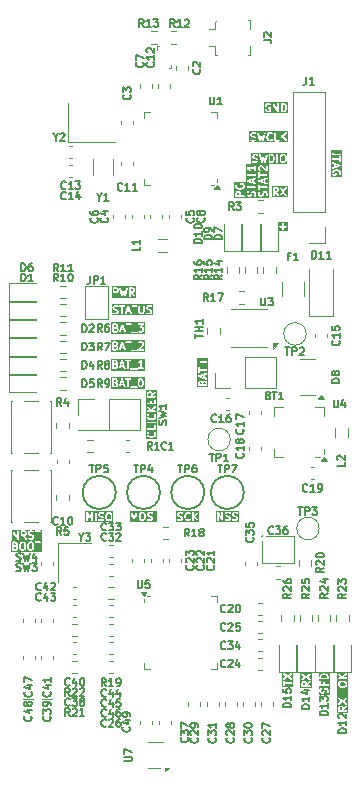
<source format=gbr>
%TF.GenerationSoftware,KiCad,Pcbnew,8.0.6*%
%TF.CreationDate,2024-12-19T09:16:50+01:00*%
%TF.ProjectId,Clicker_PCB,436c6963-6b65-4725-9f50-43422e6b6963,rev?*%
%TF.SameCoordinates,Original*%
%TF.FileFunction,Legend,Top*%
%TF.FilePolarity,Positive*%
%FSLAX46Y46*%
G04 Gerber Fmt 4.6, Leading zero omitted, Abs format (unit mm)*
G04 Created by KiCad (PCBNEW 8.0.6) date 2024-12-19 09:16:50*
%MOMM*%
%LPD*%
G01*
G04 APERTURE LIST*
%ADD10C,0.100000*%
%ADD11C,0.150000*%
%ADD12C,0.120000*%
%ADD13C,0.050000*%
G04 APERTURE END LIST*
D10*
X109400000Y-157900000D02*
X108575000Y-157900000D01*
X107812500Y-157900000D02*
X106987500Y-157900000D01*
D11*
G36*
X130846796Y-156517716D02*
G01*
X130860536Y-156531456D01*
X130878128Y-156566639D01*
X130878128Y-156721554D01*
X130687652Y-156721554D01*
X130687652Y-156566639D01*
X130705242Y-156531457D01*
X130718984Y-156517716D01*
X130754166Y-156500125D01*
X130811614Y-156500125D01*
X130846796Y-156517716D01*
G37*
G36*
X131412652Y-156946554D02*
G01*
X130462652Y-156946554D01*
X130462652Y-156548935D01*
X130537652Y-156548935D01*
X130537652Y-156796554D01*
X130539093Y-156811186D01*
X130550292Y-156838222D01*
X130570984Y-156858914D01*
X130598020Y-156870113D01*
X130612652Y-156871554D01*
X131262652Y-156871554D01*
X131277284Y-156870113D01*
X131304320Y-156858914D01*
X131325012Y-156838222D01*
X131336211Y-156811186D01*
X131336211Y-156781922D01*
X131325012Y-156754886D01*
X131304320Y-156734194D01*
X131277284Y-156722995D01*
X131262652Y-156721554D01*
X131028128Y-156721554D01*
X131028128Y-156680841D01*
X131305661Y-156486568D01*
X131316822Y-156476996D01*
X131332549Y-156452317D01*
X131337634Y-156423500D01*
X131331305Y-156394929D01*
X131314523Y-156370955D01*
X131289844Y-156355228D01*
X131261026Y-156350143D01*
X131232455Y-156356472D01*
X131219642Y-156363683D01*
X131015725Y-156506424D01*
X130989258Y-156453489D01*
X130985293Y-156447191D01*
X130984536Y-156445362D01*
X130982845Y-156443302D01*
X130981426Y-156441047D01*
X130979929Y-156439749D01*
X130975209Y-156433997D01*
X130944256Y-156403044D01*
X130938503Y-156398323D01*
X130937207Y-156396828D01*
X130934952Y-156395408D01*
X130932891Y-156393717D01*
X130931060Y-156392958D01*
X130924764Y-156388995D01*
X130862860Y-156358043D01*
X130849128Y-156352788D01*
X130846440Y-156352597D01*
X130843951Y-156351566D01*
X130829319Y-156350125D01*
X130736461Y-156350125D01*
X130721829Y-156351566D01*
X130719339Y-156352597D01*
X130716652Y-156352788D01*
X130702920Y-156358043D01*
X130641016Y-156388995D01*
X130634716Y-156392959D01*
X130632889Y-156393717D01*
X130630832Y-156395405D01*
X130628573Y-156396827D01*
X130627273Y-156398325D01*
X130621524Y-156403044D01*
X130590571Y-156433997D01*
X130585852Y-156439746D01*
X130584354Y-156441046D01*
X130582932Y-156443305D01*
X130581244Y-156445362D01*
X130580486Y-156447189D01*
X130576522Y-156453489D01*
X130545570Y-156515394D01*
X130540315Y-156529126D01*
X130540124Y-156531813D01*
X130539093Y-156534303D01*
X130537652Y-156548935D01*
X130462652Y-156548935D01*
X130462652Y-155775204D01*
X130537652Y-155775204D01*
X130543391Y-155803898D01*
X130559674Y-155828213D01*
X130571050Y-155837529D01*
X130802443Y-155991791D01*
X130571050Y-156146054D01*
X130559674Y-156155370D01*
X130543391Y-156179685D01*
X130537652Y-156208379D01*
X130543331Y-156237087D01*
X130559564Y-156261436D01*
X130583879Y-156277719D01*
X130612573Y-156283458D01*
X130641281Y-156277779D01*
X130654254Y-156270862D01*
X130937652Y-156081930D01*
X131221050Y-156270862D01*
X131234024Y-156277779D01*
X131262731Y-156283458D01*
X131291426Y-156277719D01*
X131315741Y-156261436D01*
X131331974Y-156237087D01*
X131337652Y-156208379D01*
X131331913Y-156179685D01*
X131315630Y-156155370D01*
X131304255Y-156146054D01*
X131072860Y-155991791D01*
X131304255Y-155837529D01*
X131315630Y-155828213D01*
X131331913Y-155803898D01*
X131337652Y-155775204D01*
X131331974Y-155746496D01*
X131315741Y-155722147D01*
X131291426Y-155705864D01*
X131262731Y-155700125D01*
X131234024Y-155705804D01*
X131221050Y-155712721D01*
X130937652Y-155901652D01*
X130654254Y-155712721D01*
X130641281Y-155705804D01*
X130612573Y-155700125D01*
X130583879Y-155705864D01*
X130559564Y-155722147D01*
X130543331Y-155746496D01*
X130537652Y-155775204D01*
X130462652Y-155775204D01*
X130462652Y-155625125D01*
X131412652Y-155625125D01*
X131412652Y-156946554D01*
G37*
G36*
X115942247Y-124989438D02*
G01*
X115840835Y-124989438D01*
X115891541Y-124837321D01*
X115942247Y-124989438D01*
G37*
G36*
X117991541Y-125400152D02*
G01*
X114472493Y-125400152D01*
X114472493Y-124723961D01*
X114547493Y-124723961D01*
X114547493Y-124785866D01*
X114548934Y-124800498D01*
X114549965Y-124802987D01*
X114550156Y-124805675D01*
X114555411Y-124819407D01*
X114586363Y-124881312D01*
X114590326Y-124887609D01*
X114591085Y-124889440D01*
X114592775Y-124891499D01*
X114594195Y-124893755D01*
X114595692Y-124895053D01*
X114600413Y-124900805D01*
X114631366Y-124931757D01*
X114637117Y-124936477D01*
X114638414Y-124937972D01*
X114640667Y-124939390D01*
X114642731Y-124941084D01*
X114644562Y-124941842D01*
X114650857Y-124945805D01*
X114712761Y-124976758D01*
X114713832Y-124977168D01*
X114714267Y-124977490D01*
X114720397Y-124979680D01*
X114726493Y-124982013D01*
X114727033Y-124982051D01*
X114728113Y-124982437D01*
X114843936Y-125011392D01*
X114887588Y-125033218D01*
X114901329Y-125046959D01*
X114918922Y-125082143D01*
X114918922Y-125108636D01*
X114901329Y-125143820D01*
X114887588Y-125157561D01*
X114852408Y-125175152D01*
X114727520Y-125175152D01*
X114646210Y-125148049D01*
X114631873Y-125144789D01*
X114602683Y-125146864D01*
X114576509Y-125159950D01*
X114557336Y-125182058D01*
X114548082Y-125209820D01*
X114550157Y-125239010D01*
X114563243Y-125265184D01*
X114585351Y-125284357D01*
X114598776Y-125290351D01*
X114691633Y-125321303D01*
X114698886Y-125322952D01*
X114700718Y-125323711D01*
X114703372Y-125323972D01*
X114705970Y-125324563D01*
X114707944Y-125324422D01*
X114715350Y-125325152D01*
X114870112Y-125325152D01*
X114884744Y-125323711D01*
X114887233Y-125322679D01*
X114889921Y-125322489D01*
X114903653Y-125317234D01*
X114965558Y-125286282D01*
X114971855Y-125282318D01*
X114973686Y-125281560D01*
X114975745Y-125279869D01*
X114978001Y-125278450D01*
X114979299Y-125276952D01*
X114985051Y-125272232D01*
X115016003Y-125241279D01*
X115020723Y-125235527D01*
X115022218Y-125234231D01*
X115023636Y-125231977D01*
X115025330Y-125229914D01*
X115026088Y-125228082D01*
X115030051Y-125221788D01*
X115061004Y-125159884D01*
X115066259Y-125146152D01*
X115066450Y-125143462D01*
X115067481Y-125140974D01*
X115068922Y-125126342D01*
X115068922Y-125064438D01*
X115067481Y-125049806D01*
X115066450Y-125047317D01*
X115066259Y-125044628D01*
X115061004Y-125030896D01*
X115030051Y-124968992D01*
X115026088Y-124962697D01*
X115025330Y-124960866D01*
X115023636Y-124958802D01*
X115022218Y-124956549D01*
X115020723Y-124955252D01*
X115016003Y-124949501D01*
X114985051Y-124918548D01*
X114979299Y-124913827D01*
X114978001Y-124912330D01*
X114975745Y-124910910D01*
X114973686Y-124909220D01*
X114971855Y-124908461D01*
X114965558Y-124904498D01*
X114903653Y-124873546D01*
X114902581Y-124873135D01*
X114902147Y-124872814D01*
X114896010Y-124870621D01*
X114889921Y-124868291D01*
X114889381Y-124868252D01*
X114888302Y-124867867D01*
X114772479Y-124838911D01*
X114728824Y-124817083D01*
X114715083Y-124803342D01*
X114697493Y-124768161D01*
X114697493Y-124741666D01*
X114715084Y-124706484D01*
X114728824Y-124692743D01*
X114764008Y-124675152D01*
X114888894Y-124675152D01*
X114970206Y-124702255D01*
X114984542Y-124705515D01*
X115013733Y-124703440D01*
X115039906Y-124690353D01*
X115059080Y-124668246D01*
X115068334Y-124640484D01*
X115066259Y-124611294D01*
X115053372Y-124585520D01*
X115106077Y-124585520D01*
X115106077Y-124614784D01*
X115117276Y-124641820D01*
X115137968Y-124662512D01*
X115165004Y-124673711D01*
X115179636Y-124675152D01*
X115290351Y-124675152D01*
X115290351Y-125250152D01*
X115291792Y-125264784D01*
X115302991Y-125291820D01*
X115323683Y-125312512D01*
X115350719Y-125323711D01*
X115379983Y-125323711D01*
X115407019Y-125312512D01*
X115427711Y-125291820D01*
X115438910Y-125264784D01*
X115440351Y-125250152D01*
X115440351Y-125240772D01*
X115600463Y-125240772D01*
X115602538Y-125269962D01*
X115615624Y-125296135D01*
X115637731Y-125315309D01*
X115665494Y-125324563D01*
X115694684Y-125322488D01*
X115720857Y-125309402D01*
X115740031Y-125287295D01*
X115746025Y-125273869D01*
X115790835Y-125139438D01*
X115992247Y-125139438D01*
X116037057Y-125273869D01*
X116043051Y-125287294D01*
X116062225Y-125309401D01*
X116088398Y-125322488D01*
X116117588Y-125324563D01*
X116145350Y-125315309D01*
X116167458Y-125296135D01*
X116180544Y-125269961D01*
X116182619Y-125240771D01*
X116179359Y-125226435D01*
X115965720Y-124585520D01*
X116158458Y-124585520D01*
X116158458Y-124614784D01*
X116169657Y-124641820D01*
X116190349Y-124662512D01*
X116217385Y-124673711D01*
X116232017Y-124675152D01*
X116342732Y-124675152D01*
X116342732Y-125250152D01*
X116344173Y-125264784D01*
X116355372Y-125291820D01*
X116376064Y-125312512D01*
X116403100Y-125323711D01*
X116432364Y-125323711D01*
X116459400Y-125312512D01*
X116480092Y-125291820D01*
X116491291Y-125264784D01*
X116492732Y-125250152D01*
X116492732Y-124675152D01*
X116603446Y-124675152D01*
X116618078Y-124673711D01*
X116645114Y-124662512D01*
X116665806Y-124641820D01*
X116677005Y-124614784D01*
X116677005Y-124600152D01*
X116745112Y-124600152D01*
X116745112Y-125126342D01*
X116746553Y-125140974D01*
X116747583Y-125143462D01*
X116747775Y-125146152D01*
X116753030Y-125159883D01*
X116783983Y-125221788D01*
X116787945Y-125228082D01*
X116788704Y-125229914D01*
X116790397Y-125231977D01*
X116791816Y-125234231D01*
X116793310Y-125235527D01*
X116798031Y-125241279D01*
X116828983Y-125272232D01*
X116834735Y-125276953D01*
X116836034Y-125278450D01*
X116838290Y-125279870D01*
X116840348Y-125281559D01*
X116842175Y-125282316D01*
X116848476Y-125286282D01*
X116910382Y-125317234D01*
X116924113Y-125322489D01*
X116926800Y-125322679D01*
X116929290Y-125323711D01*
X116943922Y-125325152D01*
X117067731Y-125325152D01*
X117082363Y-125323711D01*
X117084852Y-125322679D01*
X117087540Y-125322489D01*
X117101272Y-125317234D01*
X117163177Y-125286282D01*
X117169476Y-125282317D01*
X117171304Y-125281560D01*
X117173360Y-125279871D01*
X117175620Y-125278450D01*
X117176919Y-125276951D01*
X117182669Y-125272233D01*
X117213622Y-125241280D01*
X117218342Y-125235527D01*
X117219839Y-125234230D01*
X117221258Y-125231974D01*
X117222949Y-125229915D01*
X117223706Y-125228085D01*
X117227671Y-125221788D01*
X117258623Y-125159882D01*
X117263878Y-125146151D01*
X117264068Y-125143463D01*
X117265100Y-125140974D01*
X117266541Y-125126342D01*
X117266541Y-124723961D01*
X117395112Y-124723961D01*
X117395112Y-124785866D01*
X117396553Y-124800498D01*
X117397584Y-124802987D01*
X117397775Y-124805675D01*
X117403030Y-124819407D01*
X117433982Y-124881312D01*
X117437945Y-124887609D01*
X117438704Y-124889440D01*
X117440394Y-124891499D01*
X117441814Y-124893755D01*
X117443311Y-124895053D01*
X117448032Y-124900805D01*
X117478985Y-124931757D01*
X117484736Y-124936477D01*
X117486033Y-124937972D01*
X117488286Y-124939390D01*
X117490350Y-124941084D01*
X117492181Y-124941842D01*
X117498476Y-124945805D01*
X117560380Y-124976758D01*
X117561451Y-124977168D01*
X117561886Y-124977490D01*
X117568016Y-124979680D01*
X117574112Y-124982013D01*
X117574652Y-124982051D01*
X117575732Y-124982437D01*
X117691555Y-125011392D01*
X117735207Y-125033218D01*
X117748948Y-125046959D01*
X117766541Y-125082143D01*
X117766541Y-125108636D01*
X117748948Y-125143820D01*
X117735207Y-125157561D01*
X117700027Y-125175152D01*
X117575139Y-125175152D01*
X117493829Y-125148049D01*
X117479492Y-125144789D01*
X117450302Y-125146864D01*
X117424128Y-125159950D01*
X117404955Y-125182058D01*
X117395701Y-125209820D01*
X117397776Y-125239010D01*
X117410862Y-125265184D01*
X117432970Y-125284357D01*
X117446395Y-125290351D01*
X117539252Y-125321303D01*
X117546505Y-125322952D01*
X117548337Y-125323711D01*
X117550991Y-125323972D01*
X117553589Y-125324563D01*
X117555563Y-125324422D01*
X117562969Y-125325152D01*
X117717731Y-125325152D01*
X117732363Y-125323711D01*
X117734852Y-125322679D01*
X117737540Y-125322489D01*
X117751272Y-125317234D01*
X117813177Y-125286282D01*
X117819474Y-125282318D01*
X117821305Y-125281560D01*
X117823364Y-125279869D01*
X117825620Y-125278450D01*
X117826918Y-125276952D01*
X117832670Y-125272232D01*
X117863622Y-125241279D01*
X117868342Y-125235527D01*
X117869837Y-125234231D01*
X117871255Y-125231977D01*
X117872949Y-125229914D01*
X117873707Y-125228082D01*
X117877670Y-125221788D01*
X117908623Y-125159884D01*
X117913878Y-125146152D01*
X117914069Y-125143462D01*
X117915100Y-125140974D01*
X117916541Y-125126342D01*
X117916541Y-125064438D01*
X117915100Y-125049806D01*
X117914069Y-125047317D01*
X117913878Y-125044628D01*
X117908623Y-125030896D01*
X117877670Y-124968992D01*
X117873707Y-124962697D01*
X117872949Y-124960866D01*
X117871255Y-124958802D01*
X117869837Y-124956549D01*
X117868342Y-124955252D01*
X117863622Y-124949501D01*
X117832670Y-124918548D01*
X117826918Y-124913827D01*
X117825620Y-124912330D01*
X117823364Y-124910910D01*
X117821305Y-124909220D01*
X117819474Y-124908461D01*
X117813177Y-124904498D01*
X117751272Y-124873546D01*
X117750200Y-124873135D01*
X117749766Y-124872814D01*
X117743629Y-124870621D01*
X117737540Y-124868291D01*
X117737000Y-124868252D01*
X117735921Y-124867867D01*
X117620098Y-124838911D01*
X117576443Y-124817083D01*
X117562702Y-124803342D01*
X117545112Y-124768161D01*
X117545112Y-124741666D01*
X117562703Y-124706484D01*
X117576443Y-124692743D01*
X117611627Y-124675152D01*
X117736513Y-124675152D01*
X117817825Y-124702255D01*
X117832161Y-124705515D01*
X117861352Y-124703440D01*
X117887525Y-124690353D01*
X117906699Y-124668246D01*
X117915953Y-124640484D01*
X117913878Y-124611294D01*
X117900791Y-124585120D01*
X117878683Y-124565947D01*
X117865258Y-124559953D01*
X117772400Y-124529001D01*
X117765146Y-124527351D01*
X117763315Y-124526593D01*
X117760660Y-124526331D01*
X117758063Y-124525741D01*
X117756088Y-124525881D01*
X117748683Y-124525152D01*
X117593922Y-124525152D01*
X117579290Y-124526593D01*
X117576800Y-124527624D01*
X117574113Y-124527815D01*
X117560382Y-124533070D01*
X117498476Y-124564022D01*
X117492178Y-124567986D01*
X117490349Y-124568744D01*
X117488289Y-124570434D01*
X117486034Y-124571854D01*
X117484736Y-124573350D01*
X117478984Y-124578071D01*
X117448031Y-124609024D01*
X117443310Y-124614776D01*
X117441815Y-124616073D01*
X117440395Y-124618327D01*
X117438704Y-124620389D01*
X117437945Y-124622219D01*
X117433982Y-124628516D01*
X117403030Y-124690420D01*
X117397775Y-124704152D01*
X117397584Y-124706839D01*
X117396553Y-124709329D01*
X117395112Y-124723961D01*
X117266541Y-124723961D01*
X117266541Y-124600152D01*
X117265100Y-124585520D01*
X117253901Y-124558484D01*
X117233209Y-124537792D01*
X117206173Y-124526593D01*
X117176909Y-124526593D01*
X117149873Y-124537792D01*
X117129181Y-124558484D01*
X117117982Y-124585520D01*
X117116541Y-124600152D01*
X117116541Y-125108637D01*
X117098949Y-125143820D01*
X117085208Y-125157561D01*
X117050027Y-125175152D01*
X116961627Y-125175152D01*
X116926444Y-125157561D01*
X116912704Y-125143821D01*
X116895112Y-125108636D01*
X116895112Y-124600152D01*
X116893671Y-124585520D01*
X116882472Y-124558484D01*
X116861780Y-124537792D01*
X116834744Y-124526593D01*
X116805480Y-124526593D01*
X116778444Y-124537792D01*
X116757752Y-124558484D01*
X116746553Y-124585520D01*
X116745112Y-124600152D01*
X116677005Y-124600152D01*
X116677005Y-124585520D01*
X116665806Y-124558484D01*
X116645114Y-124537792D01*
X116618078Y-124526593D01*
X116603446Y-124525152D01*
X116232017Y-124525152D01*
X116217385Y-124526593D01*
X116190349Y-124537792D01*
X116169657Y-124558484D01*
X116158458Y-124585520D01*
X115965720Y-124585520D01*
X115962692Y-124576435D01*
X115956698Y-124563009D01*
X115953186Y-124558960D01*
X115950791Y-124554169D01*
X115943687Y-124548007D01*
X115937524Y-124540902D01*
X115932730Y-124538505D01*
X115928683Y-124534995D01*
X115919761Y-124532021D01*
X115911351Y-124527816D01*
X115906006Y-124527436D01*
X115900921Y-124525741D01*
X115891541Y-124526407D01*
X115882161Y-124525741D01*
X115877075Y-124527436D01*
X115871731Y-124527816D01*
X115863323Y-124532020D01*
X115854398Y-124534995D01*
X115850347Y-124538508D01*
X115845558Y-124540903D01*
X115839399Y-124548003D01*
X115832291Y-124554169D01*
X115829894Y-124558962D01*
X115826384Y-124563010D01*
X115820390Y-124576435D01*
X115603723Y-125226435D01*
X115600463Y-125240772D01*
X115440351Y-125240772D01*
X115440351Y-124675152D01*
X115551065Y-124675152D01*
X115565697Y-124673711D01*
X115592733Y-124662512D01*
X115613425Y-124641820D01*
X115624624Y-124614784D01*
X115624624Y-124585520D01*
X115613425Y-124558484D01*
X115592733Y-124537792D01*
X115565697Y-124526593D01*
X115551065Y-124525152D01*
X115179636Y-124525152D01*
X115165004Y-124526593D01*
X115137968Y-124537792D01*
X115117276Y-124558484D01*
X115106077Y-124585520D01*
X115053372Y-124585520D01*
X115053172Y-124585120D01*
X115031064Y-124565947D01*
X115017639Y-124559953D01*
X114924781Y-124529001D01*
X114917527Y-124527351D01*
X114915696Y-124526593D01*
X114913041Y-124526331D01*
X114910444Y-124525741D01*
X114908469Y-124525881D01*
X114901064Y-124525152D01*
X114746303Y-124525152D01*
X114731671Y-124526593D01*
X114729181Y-124527624D01*
X114726494Y-124527815D01*
X114712763Y-124533070D01*
X114650857Y-124564022D01*
X114644559Y-124567986D01*
X114642730Y-124568744D01*
X114640670Y-124570434D01*
X114638415Y-124571854D01*
X114637117Y-124573350D01*
X114631365Y-124578071D01*
X114600412Y-124609024D01*
X114595691Y-124614776D01*
X114594196Y-124616073D01*
X114592776Y-124618327D01*
X114591085Y-124620389D01*
X114590326Y-124622219D01*
X114586363Y-124628516D01*
X114555411Y-124690420D01*
X114550156Y-124704152D01*
X114549965Y-124706839D01*
X114548934Y-124709329D01*
X114547493Y-124723961D01*
X114472493Y-124723961D01*
X114472493Y-124450152D01*
X117991541Y-124450152D01*
X117991541Y-125400152D01*
G37*
G36*
X114872455Y-128068680D02*
G01*
X114882283Y-128078507D01*
X114899874Y-128113689D01*
X114899874Y-128171137D01*
X114882282Y-128206320D01*
X114868541Y-128220061D01*
X114833360Y-128237652D01*
X114678445Y-128237652D01*
X114678445Y-128047176D01*
X114807942Y-128047176D01*
X114872455Y-128068680D01*
G37*
G36*
X114837588Y-127755242D02*
G01*
X114851329Y-127768982D01*
X114868922Y-127804167D01*
X114868922Y-127830660D01*
X114851330Y-127865843D01*
X114837590Y-127879583D01*
X114802406Y-127897176D01*
X114678445Y-127897176D01*
X114678445Y-127737652D01*
X114802408Y-127737652D01*
X114837588Y-127755242D01*
G37*
G36*
X115427961Y-128051938D02*
G01*
X115326549Y-128051938D01*
X115377255Y-127899821D01*
X115427961Y-128051938D01*
G37*
G36*
X117291541Y-128524557D02*
G01*
X114453445Y-128524557D01*
X114453445Y-127662652D01*
X114528445Y-127662652D01*
X114528445Y-128312652D01*
X114529886Y-128327284D01*
X114541085Y-128354320D01*
X114561777Y-128375012D01*
X114588813Y-128386211D01*
X114603445Y-128387652D01*
X114851064Y-128387652D01*
X114865696Y-128386211D01*
X114868185Y-128385179D01*
X114870873Y-128384989D01*
X114884605Y-128379734D01*
X114946510Y-128348782D01*
X114952809Y-128344817D01*
X114954637Y-128344060D01*
X114956693Y-128342371D01*
X114958953Y-128340950D01*
X114960252Y-128339451D01*
X114966002Y-128334733D01*
X114996955Y-128303780D01*
X114997372Y-128303272D01*
X115086177Y-128303272D01*
X115088252Y-128332462D01*
X115101338Y-128358635D01*
X115123445Y-128377809D01*
X115151208Y-128387063D01*
X115180398Y-128384988D01*
X115206571Y-128371902D01*
X115225745Y-128349795D01*
X115231739Y-128336369D01*
X115276549Y-128201938D01*
X115477961Y-128201938D01*
X115522771Y-128336369D01*
X115528765Y-128349794D01*
X115547939Y-128371901D01*
X115574112Y-128384988D01*
X115603302Y-128387063D01*
X115631064Y-128377809D01*
X115653172Y-128358635D01*
X115666258Y-128332461D01*
X115668333Y-128303271D01*
X115665073Y-128288935D01*
X115451434Y-127648020D01*
X115644172Y-127648020D01*
X115644172Y-127677284D01*
X115655371Y-127704320D01*
X115676063Y-127725012D01*
X115703099Y-127736211D01*
X115717731Y-127737652D01*
X115828446Y-127737652D01*
X115828446Y-128312652D01*
X115829887Y-128327284D01*
X115841086Y-128354320D01*
X115861778Y-128375012D01*
X115888814Y-128386211D01*
X115918078Y-128386211D01*
X115945114Y-128375012D01*
X115960201Y-128359925D01*
X116077506Y-128359925D01*
X116077506Y-128389189D01*
X116088705Y-128416225D01*
X116109397Y-128436917D01*
X116136433Y-128448116D01*
X116151065Y-128449557D01*
X116646303Y-128449557D01*
X116660935Y-128448116D01*
X116687971Y-128436917D01*
X116708663Y-128416225D01*
X116719862Y-128389189D01*
X116719862Y-128384278D01*
X116724528Y-128386211D01*
X116739160Y-128387652D01*
X117141541Y-128387652D01*
X117156173Y-128386211D01*
X117183209Y-128375012D01*
X117203901Y-128354320D01*
X117215100Y-128327284D01*
X117215100Y-128298020D01*
X117203901Y-128270984D01*
X117183209Y-128250292D01*
X117156173Y-128239093D01*
X117141541Y-128237652D01*
X116920226Y-128237652D01*
X117163621Y-127994256D01*
X117172948Y-127982891D01*
X117173978Y-127980402D01*
X117175745Y-127978366D01*
X117181739Y-127964941D01*
X117212692Y-127872084D01*
X117214341Y-127864828D01*
X117215100Y-127862998D01*
X117215361Y-127860344D01*
X117215952Y-127857747D01*
X117215811Y-127855771D01*
X117216541Y-127848366D01*
X117216541Y-127786461D01*
X117215100Y-127771829D01*
X117214067Y-127769337D01*
X117213877Y-127766651D01*
X117208623Y-127752919D01*
X117177670Y-127691015D01*
X117173706Y-127684718D01*
X117172949Y-127682890D01*
X117171258Y-127680830D01*
X117169837Y-127678572D01*
X117168339Y-127677273D01*
X117163622Y-127671525D01*
X117132670Y-127640572D01*
X117126918Y-127635851D01*
X117125620Y-127634354D01*
X117123364Y-127632934D01*
X117121305Y-127631244D01*
X117119474Y-127630485D01*
X117113177Y-127626522D01*
X117051272Y-127595570D01*
X117037540Y-127590315D01*
X117034852Y-127590124D01*
X117032363Y-127589093D01*
X117017731Y-127587652D01*
X116862969Y-127587652D01*
X116848337Y-127589093D01*
X116845847Y-127590124D01*
X116843160Y-127590315D01*
X116829429Y-127595570D01*
X116767523Y-127626522D01*
X116761222Y-127630487D01*
X116759395Y-127631245D01*
X116757337Y-127632933D01*
X116755081Y-127634354D01*
X116753782Y-127635850D01*
X116748030Y-127640572D01*
X116717078Y-127671525D01*
X116707751Y-127682890D01*
X116696553Y-127709927D01*
X116696553Y-127739190D01*
X116707752Y-127766226D01*
X116728445Y-127786918D01*
X116755482Y-127798116D01*
X116784745Y-127798116D01*
X116811781Y-127786917D01*
X116823146Y-127777589D01*
X116845491Y-127755242D01*
X116880674Y-127737652D01*
X117000027Y-127737652D01*
X117035207Y-127755242D01*
X117048948Y-127768982D01*
X117066541Y-127804167D01*
X117066541Y-127836195D01*
X117045035Y-127900709D01*
X116686127Y-128259619D01*
X116676799Y-128270984D01*
X116669364Y-128288935D01*
X116666136Y-128296730D01*
X116665601Y-128298021D01*
X116665601Y-128302930D01*
X116660935Y-128300998D01*
X116646303Y-128299557D01*
X116151065Y-128299557D01*
X116136433Y-128300998D01*
X116109397Y-128312197D01*
X116088705Y-128332889D01*
X116077506Y-128359925D01*
X115960201Y-128359925D01*
X115965806Y-128354320D01*
X115977005Y-128327284D01*
X115978446Y-128312652D01*
X115978446Y-127737652D01*
X116089160Y-127737652D01*
X116103792Y-127736211D01*
X116130828Y-127725012D01*
X116151520Y-127704320D01*
X116162719Y-127677284D01*
X116162719Y-127648020D01*
X116151520Y-127620984D01*
X116130828Y-127600292D01*
X116103792Y-127589093D01*
X116089160Y-127587652D01*
X115717731Y-127587652D01*
X115703099Y-127589093D01*
X115676063Y-127600292D01*
X115655371Y-127620984D01*
X115644172Y-127648020D01*
X115451434Y-127648020D01*
X115448406Y-127638935D01*
X115442412Y-127625509D01*
X115438900Y-127621460D01*
X115436505Y-127616669D01*
X115429401Y-127610507D01*
X115423238Y-127603402D01*
X115418444Y-127601005D01*
X115414397Y-127597495D01*
X115405475Y-127594521D01*
X115397065Y-127590316D01*
X115391720Y-127589936D01*
X115386635Y-127588241D01*
X115377255Y-127588907D01*
X115367875Y-127588241D01*
X115362789Y-127589936D01*
X115357445Y-127590316D01*
X115349037Y-127594520D01*
X115340112Y-127597495D01*
X115336061Y-127601008D01*
X115331272Y-127603403D01*
X115325113Y-127610503D01*
X115318005Y-127616669D01*
X115315608Y-127621462D01*
X115312098Y-127625510D01*
X115306104Y-127638935D01*
X115089437Y-128288935D01*
X115086177Y-128303272D01*
X114997372Y-128303272D01*
X115001675Y-128298027D01*
X115003172Y-128296730D01*
X115004591Y-128294474D01*
X115006282Y-128292415D01*
X115007039Y-128290585D01*
X115011004Y-128284288D01*
X115041956Y-128222382D01*
X115047211Y-128208651D01*
X115047401Y-128205963D01*
X115048433Y-128203474D01*
X115049874Y-128188842D01*
X115049874Y-128095985D01*
X115048433Y-128081353D01*
X115047401Y-128078863D01*
X115047211Y-128076176D01*
X115041956Y-128062445D01*
X115011004Y-128000539D01*
X115007038Y-127994238D01*
X115006281Y-127992411D01*
X115004592Y-127990353D01*
X115003172Y-127988097D01*
X115001675Y-127986798D01*
X114996954Y-127981046D01*
X114972188Y-127956280D01*
X114972218Y-127956255D01*
X114973636Y-127954000D01*
X114975330Y-127951938D01*
X114976088Y-127950106D01*
X114980051Y-127943812D01*
X115011004Y-127881908D01*
X115016259Y-127868176D01*
X115016450Y-127865486D01*
X115017481Y-127862998D01*
X115018922Y-127848366D01*
X115018922Y-127786461D01*
X115017481Y-127771829D01*
X115016448Y-127769337D01*
X115016258Y-127766651D01*
X115011004Y-127752919D01*
X114980051Y-127691015D01*
X114976087Y-127684718D01*
X114975330Y-127682890D01*
X114973639Y-127680830D01*
X114972218Y-127678572D01*
X114970720Y-127677273D01*
X114966003Y-127671525D01*
X114935051Y-127640572D01*
X114929299Y-127635851D01*
X114928001Y-127634354D01*
X114925745Y-127632934D01*
X114923686Y-127631244D01*
X114921855Y-127630485D01*
X114915558Y-127626522D01*
X114853653Y-127595570D01*
X114839921Y-127590315D01*
X114837233Y-127590124D01*
X114834744Y-127589093D01*
X114820112Y-127587652D01*
X114603445Y-127587652D01*
X114588813Y-127589093D01*
X114561777Y-127600292D01*
X114541085Y-127620984D01*
X114529886Y-127648020D01*
X114528445Y-127662652D01*
X114453445Y-127662652D01*
X114453445Y-127512652D01*
X117291541Y-127512652D01*
X117291541Y-128524557D01*
G37*
G36*
X121906311Y-142900152D02*
G01*
X119934993Y-142900152D01*
X119934993Y-142223961D01*
X120009993Y-142223961D01*
X120009993Y-142285866D01*
X120011434Y-142300498D01*
X120012465Y-142302987D01*
X120012656Y-142305675D01*
X120017911Y-142319407D01*
X120048863Y-142381312D01*
X120052826Y-142387609D01*
X120053585Y-142389440D01*
X120055275Y-142391499D01*
X120056695Y-142393755D01*
X120058192Y-142395053D01*
X120062913Y-142400805D01*
X120093866Y-142431757D01*
X120099617Y-142436477D01*
X120100914Y-142437972D01*
X120103167Y-142439390D01*
X120105231Y-142441084D01*
X120107062Y-142441842D01*
X120113357Y-142445805D01*
X120175261Y-142476758D01*
X120176332Y-142477168D01*
X120176767Y-142477490D01*
X120182897Y-142479680D01*
X120188993Y-142482013D01*
X120189533Y-142482051D01*
X120190613Y-142482437D01*
X120306436Y-142511392D01*
X120350088Y-142533218D01*
X120363829Y-142546959D01*
X120381422Y-142582143D01*
X120381422Y-142608636D01*
X120363829Y-142643820D01*
X120350088Y-142657561D01*
X120314908Y-142675152D01*
X120190020Y-142675152D01*
X120108710Y-142648049D01*
X120094373Y-142644789D01*
X120065183Y-142646864D01*
X120039009Y-142659950D01*
X120019836Y-142682058D01*
X120010582Y-142709820D01*
X120012657Y-142739010D01*
X120025743Y-142765184D01*
X120047851Y-142784357D01*
X120061276Y-142790351D01*
X120154133Y-142821303D01*
X120161386Y-142822952D01*
X120163218Y-142823711D01*
X120165872Y-142823972D01*
X120168470Y-142824563D01*
X120170444Y-142824422D01*
X120177850Y-142825152D01*
X120332612Y-142825152D01*
X120347244Y-142823711D01*
X120349733Y-142822679D01*
X120352421Y-142822489D01*
X120366153Y-142817234D01*
X120428058Y-142786282D01*
X120434355Y-142782318D01*
X120436186Y-142781560D01*
X120438245Y-142779869D01*
X120440501Y-142778450D01*
X120441799Y-142776952D01*
X120447551Y-142772232D01*
X120478503Y-142741279D01*
X120483223Y-142735527D01*
X120484718Y-142734231D01*
X120486136Y-142731977D01*
X120487830Y-142729914D01*
X120488588Y-142728082D01*
X120492551Y-142721788D01*
X120523504Y-142659884D01*
X120528759Y-142646152D01*
X120528950Y-142643462D01*
X120529981Y-142640974D01*
X120531422Y-142626342D01*
X120531422Y-142564438D01*
X120529981Y-142549806D01*
X120528950Y-142547317D01*
X120528759Y-142544628D01*
X120523504Y-142530896D01*
X120492551Y-142468992D01*
X120488588Y-142462697D01*
X120487830Y-142460866D01*
X120486136Y-142458802D01*
X120484718Y-142456549D01*
X120483223Y-142455252D01*
X120478503Y-142449501D01*
X120447551Y-142418548D01*
X120441799Y-142413827D01*
X120440501Y-142412330D01*
X120438245Y-142410910D01*
X120436186Y-142409220D01*
X120434355Y-142408461D01*
X120428058Y-142404498D01*
X120376507Y-142378723D01*
X120629041Y-142378723D01*
X120629041Y-142471580D01*
X120629292Y-142474129D01*
X120629129Y-142475225D01*
X120629940Y-142480709D01*
X120630482Y-142486212D01*
X120630904Y-142487232D01*
X120631280Y-142489770D01*
X120662232Y-142613580D01*
X120662617Y-142614659D01*
X120662656Y-142615200D01*
X120664989Y-142621296D01*
X120667179Y-142627425D01*
X120667500Y-142627859D01*
X120667911Y-142628931D01*
X120698864Y-142690836D01*
X120702827Y-142697132D01*
X120703586Y-142698963D01*
X120705277Y-142701024D01*
X120706697Y-142703279D01*
X120708192Y-142704575D01*
X120712913Y-142710328D01*
X120774818Y-142772233D01*
X120786183Y-142781561D01*
X120788675Y-142782593D01*
X120790709Y-142784357D01*
X120804134Y-142790351D01*
X120896991Y-142821303D01*
X120904244Y-142822952D01*
X120906076Y-142823711D01*
X120908730Y-142823972D01*
X120911328Y-142824563D01*
X120913302Y-142824422D01*
X120920708Y-142825152D01*
X120982612Y-142825152D01*
X120990017Y-142824422D01*
X120991992Y-142824563D01*
X120994589Y-142823972D01*
X120997244Y-142823711D01*
X120999075Y-142822952D01*
X121006329Y-142821303D01*
X121099187Y-142790351D01*
X121112612Y-142784357D01*
X121114646Y-142782592D01*
X121117139Y-142781560D01*
X121128504Y-142772232D01*
X121159456Y-142741279D01*
X121168783Y-142729914D01*
X121179981Y-142702878D01*
X121179980Y-142673615D01*
X121168781Y-142646579D01*
X121148088Y-142625886D01*
X121121052Y-142614688D01*
X121091789Y-142614689D01*
X121064753Y-142625888D01*
X121053388Y-142635215D01*
X121034955Y-142653648D01*
X120970442Y-142675152D01*
X120932878Y-142675152D01*
X120868364Y-142653647D01*
X120827585Y-142612868D01*
X120805757Y-142569213D01*
X120779041Y-142462346D01*
X120779041Y-142387956D01*
X120805757Y-142281090D01*
X120827585Y-142237435D01*
X120868364Y-142196656D01*
X120932878Y-142175152D01*
X120970442Y-142175152D01*
X121034955Y-142196655D01*
X121053388Y-142215089D01*
X121064753Y-142224416D01*
X121091789Y-142235615D01*
X121121052Y-142235616D01*
X121148088Y-142224418D01*
X121168781Y-142203725D01*
X121179980Y-142176689D01*
X121179981Y-142147426D01*
X121168783Y-142120390D01*
X121159456Y-142109025D01*
X121150583Y-142100152D01*
X121309993Y-142100152D01*
X121309993Y-142750152D01*
X121311434Y-142764784D01*
X121322633Y-142791820D01*
X121343325Y-142812512D01*
X121370361Y-142823711D01*
X121399625Y-142823711D01*
X121426661Y-142812512D01*
X121447353Y-142791820D01*
X121458552Y-142764784D01*
X121459993Y-142750152D01*
X121459993Y-142502646D01*
X121469735Y-142492903D01*
X121696422Y-142795152D01*
X121706354Y-142805993D01*
X121731535Y-142820903D01*
X121760504Y-142825041D01*
X121788852Y-142817779D01*
X121812263Y-142800220D01*
X121827172Y-142775039D01*
X121831311Y-142746071D01*
X121824049Y-142717722D01*
X121816422Y-142705152D01*
X121576878Y-142385760D01*
X121809455Y-142153185D01*
X121818782Y-142141820D01*
X121829981Y-142114784D01*
X121829981Y-142085521D01*
X121818782Y-142058485D01*
X121798090Y-142037792D01*
X121771053Y-142026593D01*
X121741790Y-142026593D01*
X121714754Y-142037792D01*
X121703389Y-142047119D01*
X121459993Y-142290514D01*
X121459993Y-142100152D01*
X121458552Y-142085520D01*
X121447353Y-142058484D01*
X121426661Y-142037792D01*
X121399625Y-142026593D01*
X121370361Y-142026593D01*
X121343325Y-142037792D01*
X121322633Y-142058484D01*
X121311434Y-142085520D01*
X121309993Y-142100152D01*
X121150583Y-142100152D01*
X121128504Y-142078072D01*
X121117139Y-142068744D01*
X121114646Y-142067711D01*
X121112612Y-142065947D01*
X121099187Y-142059953D01*
X121006329Y-142029001D01*
X120999075Y-142027351D01*
X120997244Y-142026593D01*
X120994589Y-142026331D01*
X120991992Y-142025741D01*
X120990017Y-142025881D01*
X120982612Y-142025152D01*
X120920708Y-142025152D01*
X120913302Y-142025881D01*
X120911328Y-142025741D01*
X120908730Y-142026331D01*
X120906076Y-142026593D01*
X120904244Y-142027351D01*
X120896991Y-142029001D01*
X120804134Y-142059953D01*
X120790709Y-142065947D01*
X120788675Y-142067710D01*
X120786183Y-142068743D01*
X120774818Y-142078071D01*
X120712913Y-142139976D01*
X120708192Y-142145728D01*
X120706697Y-142147025D01*
X120705277Y-142149279D01*
X120703586Y-142151341D01*
X120702827Y-142153171D01*
X120698864Y-142159468D01*
X120667911Y-142221373D01*
X120667500Y-142222444D01*
X120667179Y-142222879D01*
X120664989Y-142229007D01*
X120662656Y-142235104D01*
X120662617Y-142235644D01*
X120662232Y-142236724D01*
X120631280Y-142360533D01*
X120630904Y-142363070D01*
X120630482Y-142364091D01*
X120629940Y-142369593D01*
X120629129Y-142375078D01*
X120629292Y-142376173D01*
X120629041Y-142378723D01*
X120376507Y-142378723D01*
X120366153Y-142373546D01*
X120365081Y-142373135D01*
X120364647Y-142372814D01*
X120358510Y-142370621D01*
X120352421Y-142368291D01*
X120351881Y-142368252D01*
X120350802Y-142367867D01*
X120234979Y-142338911D01*
X120191324Y-142317083D01*
X120177583Y-142303342D01*
X120159993Y-142268161D01*
X120159993Y-142241666D01*
X120177584Y-142206484D01*
X120191324Y-142192743D01*
X120226508Y-142175152D01*
X120351394Y-142175152D01*
X120432706Y-142202255D01*
X120447042Y-142205515D01*
X120476233Y-142203440D01*
X120502406Y-142190353D01*
X120521580Y-142168246D01*
X120530834Y-142140484D01*
X120528759Y-142111294D01*
X120515672Y-142085120D01*
X120493564Y-142065947D01*
X120480139Y-142059953D01*
X120387281Y-142029001D01*
X120380027Y-142027351D01*
X120378196Y-142026593D01*
X120375541Y-142026331D01*
X120372944Y-142025741D01*
X120370969Y-142025881D01*
X120363564Y-142025152D01*
X120208803Y-142025152D01*
X120194171Y-142026593D01*
X120191681Y-142027624D01*
X120188994Y-142027815D01*
X120175263Y-142033070D01*
X120113357Y-142064022D01*
X120107059Y-142067986D01*
X120105230Y-142068744D01*
X120103170Y-142070434D01*
X120100915Y-142071854D01*
X120099617Y-142073350D01*
X120093865Y-142078071D01*
X120062912Y-142109024D01*
X120058191Y-142114776D01*
X120056696Y-142116073D01*
X120055276Y-142118327D01*
X120053585Y-142120389D01*
X120052826Y-142122219D01*
X120048863Y-142128516D01*
X120017911Y-142190420D01*
X120012656Y-142204152D01*
X120012465Y-142206839D01*
X120011434Y-142209329D01*
X120009993Y-142223961D01*
X119934993Y-142223961D01*
X119934993Y-141950152D01*
X121906311Y-141950152D01*
X121906311Y-142900152D01*
G37*
G36*
X129387858Y-110762652D02*
G01*
X126147493Y-110762652D01*
X126147493Y-110086461D01*
X126222493Y-110086461D01*
X126222493Y-110148366D01*
X126223934Y-110162998D01*
X126224965Y-110165487D01*
X126225156Y-110168175D01*
X126230411Y-110181907D01*
X126261363Y-110243812D01*
X126265326Y-110250109D01*
X126266085Y-110251940D01*
X126267775Y-110253999D01*
X126269195Y-110256255D01*
X126270692Y-110257553D01*
X126275413Y-110263305D01*
X126306366Y-110294257D01*
X126312117Y-110298977D01*
X126313414Y-110300472D01*
X126315667Y-110301890D01*
X126317731Y-110303584D01*
X126319562Y-110304342D01*
X126325857Y-110308305D01*
X126387761Y-110339258D01*
X126388832Y-110339668D01*
X126389267Y-110339990D01*
X126395397Y-110342180D01*
X126401493Y-110344513D01*
X126402033Y-110344551D01*
X126403113Y-110344937D01*
X126518936Y-110373892D01*
X126562588Y-110395718D01*
X126576329Y-110409459D01*
X126593922Y-110444643D01*
X126593922Y-110471136D01*
X126576329Y-110506320D01*
X126562588Y-110520061D01*
X126527408Y-110537652D01*
X126402520Y-110537652D01*
X126321210Y-110510549D01*
X126306873Y-110507289D01*
X126277683Y-110509364D01*
X126251509Y-110522450D01*
X126232336Y-110544558D01*
X126223082Y-110572320D01*
X126225157Y-110601510D01*
X126238243Y-110627684D01*
X126260351Y-110646857D01*
X126273776Y-110652851D01*
X126366633Y-110683803D01*
X126373886Y-110685452D01*
X126375718Y-110686211D01*
X126378372Y-110686472D01*
X126380970Y-110687063D01*
X126382944Y-110686922D01*
X126390350Y-110687652D01*
X126545112Y-110687652D01*
X126559744Y-110686211D01*
X126562233Y-110685179D01*
X126564921Y-110684989D01*
X126578653Y-110679734D01*
X126640558Y-110648782D01*
X126646855Y-110644818D01*
X126648686Y-110644060D01*
X126650745Y-110642369D01*
X126653001Y-110640950D01*
X126654299Y-110639452D01*
X126660051Y-110634732D01*
X126691003Y-110603779D01*
X126695723Y-110598027D01*
X126697218Y-110596731D01*
X126698636Y-110594477D01*
X126700330Y-110592414D01*
X126701088Y-110590582D01*
X126705051Y-110584288D01*
X126736004Y-110522384D01*
X126741259Y-110508652D01*
X126741450Y-110505962D01*
X126742481Y-110503474D01*
X126743922Y-110488842D01*
X126743922Y-110426938D01*
X126742481Y-110412306D01*
X126741450Y-110409817D01*
X126741259Y-110407128D01*
X126736004Y-110393396D01*
X126705051Y-110331492D01*
X126701088Y-110325197D01*
X126700330Y-110323366D01*
X126698636Y-110321302D01*
X126697218Y-110319049D01*
X126695723Y-110317752D01*
X126691003Y-110312001D01*
X126660051Y-110281048D01*
X126654299Y-110276327D01*
X126653001Y-110274830D01*
X126650745Y-110273410D01*
X126648686Y-110271720D01*
X126646855Y-110270961D01*
X126640558Y-110266998D01*
X126578653Y-110236046D01*
X126577581Y-110235635D01*
X126577147Y-110235314D01*
X126571010Y-110233121D01*
X126564921Y-110230791D01*
X126564381Y-110230752D01*
X126563302Y-110230367D01*
X126447479Y-110201411D01*
X126403824Y-110179583D01*
X126390083Y-110165842D01*
X126372493Y-110130661D01*
X126372493Y-110104166D01*
X126390084Y-110068984D01*
X126403824Y-110055243D01*
X126439008Y-110037652D01*
X126563894Y-110037652D01*
X126645206Y-110064755D01*
X126659542Y-110068015D01*
X126688733Y-110065940D01*
X126714906Y-110052853D01*
X126734080Y-110030746D01*
X126743334Y-110002984D01*
X126741259Y-109973794D01*
X126737090Y-109965456D01*
X126810641Y-109965456D01*
X126812629Y-109980024D01*
X126967391Y-110630023D01*
X126969120Y-110635042D01*
X126969360Y-110636845D01*
X126970302Y-110638473D01*
X126972181Y-110643924D01*
X126978567Y-110652748D01*
X126984022Y-110662170D01*
X126987079Y-110664510D01*
X126989338Y-110667631D01*
X126998613Y-110673338D01*
X127007260Y-110679957D01*
X127010980Y-110680949D01*
X127014260Y-110682967D01*
X127025014Y-110684691D01*
X127035536Y-110687497D01*
X127039351Y-110686990D01*
X127043155Y-110687600D01*
X127053749Y-110685077D01*
X127064544Y-110683643D01*
X127067877Y-110681712D01*
X127071623Y-110680821D01*
X127080443Y-110674438D01*
X127089869Y-110668981D01*
X127092209Y-110665923D01*
X127095330Y-110663665D01*
X127101037Y-110654389D01*
X127107656Y-110645743D01*
X127109681Y-110640343D01*
X127110666Y-110638743D01*
X127110953Y-110636951D01*
X127112819Y-110631977D01*
X127164160Y-110439445D01*
X127215503Y-110631977D01*
X127217367Y-110636949D01*
X127217655Y-110638743D01*
X127218640Y-110640344D01*
X127220665Y-110645744D01*
X127227285Y-110654392D01*
X127232991Y-110663665D01*
X127236111Y-110665923D01*
X127238452Y-110668981D01*
X127247873Y-110674435D01*
X127256698Y-110680822D01*
X127260445Y-110681714D01*
X127263777Y-110683643D01*
X127274570Y-110685077D01*
X127285166Y-110687600D01*
X127288967Y-110686990D01*
X127292786Y-110687498D01*
X127303318Y-110684689D01*
X127314061Y-110682967D01*
X127317336Y-110680951D01*
X127321062Y-110679958D01*
X127329714Y-110673334D01*
X127338983Y-110667631D01*
X127341241Y-110664510D01*
X127344299Y-110662170D01*
X127349754Y-110652747D01*
X127356140Y-110643924D01*
X127358017Y-110638475D01*
X127358961Y-110636846D01*
X127359200Y-110635042D01*
X127360930Y-110630024D01*
X127453502Y-110241223D01*
X127584398Y-110241223D01*
X127584398Y-110334080D01*
X127584649Y-110336629D01*
X127584486Y-110337725D01*
X127585297Y-110343209D01*
X127585839Y-110348712D01*
X127586261Y-110349732D01*
X127586637Y-110352270D01*
X127617589Y-110476080D01*
X127617974Y-110477159D01*
X127618013Y-110477700D01*
X127620346Y-110483796D01*
X127622536Y-110489925D01*
X127622857Y-110490359D01*
X127623268Y-110491431D01*
X127654221Y-110553336D01*
X127658184Y-110559632D01*
X127658943Y-110561463D01*
X127660634Y-110563524D01*
X127662054Y-110565779D01*
X127663549Y-110567075D01*
X127668270Y-110572828D01*
X127730175Y-110634733D01*
X127741540Y-110644061D01*
X127744032Y-110645093D01*
X127746066Y-110646857D01*
X127759491Y-110652851D01*
X127852348Y-110683803D01*
X127859601Y-110685452D01*
X127861433Y-110686211D01*
X127864087Y-110686472D01*
X127866685Y-110687063D01*
X127868659Y-110686922D01*
X127876065Y-110687652D01*
X127937969Y-110687652D01*
X127945374Y-110686922D01*
X127947349Y-110687063D01*
X127949946Y-110686472D01*
X127952601Y-110686211D01*
X127954432Y-110685452D01*
X127961686Y-110683803D01*
X128054544Y-110652851D01*
X128067969Y-110646857D01*
X128070003Y-110645092D01*
X128072496Y-110644060D01*
X128083861Y-110634732D01*
X128114813Y-110603779D01*
X128124140Y-110592414D01*
X128135338Y-110565378D01*
X128135337Y-110536115D01*
X128124138Y-110509079D01*
X128103445Y-110488386D01*
X128076409Y-110477188D01*
X128047146Y-110477189D01*
X128020110Y-110488388D01*
X128008745Y-110497715D01*
X127990312Y-110516148D01*
X127925799Y-110537652D01*
X127888235Y-110537652D01*
X127823721Y-110516147D01*
X127782942Y-110475368D01*
X127761114Y-110431713D01*
X127734398Y-110324846D01*
X127734398Y-110250456D01*
X127761114Y-110143590D01*
X127782942Y-110099935D01*
X127823721Y-110059156D01*
X127888235Y-110037652D01*
X127925799Y-110037652D01*
X127990312Y-110059155D01*
X128008745Y-110077589D01*
X128020110Y-110086916D01*
X128047146Y-110098115D01*
X128076409Y-110098116D01*
X128103445Y-110086918D01*
X128124138Y-110066225D01*
X128135337Y-110039189D01*
X128135338Y-110009926D01*
X128124140Y-109982890D01*
X128114813Y-109971525D01*
X128105940Y-109962652D01*
X128265350Y-109962652D01*
X128265350Y-110612652D01*
X128266791Y-110627284D01*
X128277990Y-110654320D01*
X128298682Y-110675012D01*
X128325718Y-110686211D01*
X128340350Y-110687652D01*
X128649874Y-110687652D01*
X128664506Y-110686211D01*
X128691542Y-110675012D01*
X128712234Y-110654320D01*
X128723433Y-110627284D01*
X128723433Y-110598020D01*
X128712234Y-110570984D01*
X128691542Y-110550292D01*
X128664506Y-110539093D01*
X128649874Y-110537652D01*
X128415350Y-110537652D01*
X128415350Y-109962652D01*
X128791540Y-109962652D01*
X128791540Y-110612652D01*
X128792981Y-110627284D01*
X128804180Y-110654320D01*
X128824872Y-110675012D01*
X128851908Y-110686211D01*
X128881172Y-110686211D01*
X128908208Y-110675012D01*
X128928900Y-110654320D01*
X128940099Y-110627284D01*
X128941540Y-110612652D01*
X128941540Y-110365146D01*
X128951282Y-110355403D01*
X129177969Y-110657652D01*
X129187901Y-110668493D01*
X129213082Y-110683403D01*
X129242051Y-110687541D01*
X129270399Y-110680279D01*
X129293810Y-110662720D01*
X129308719Y-110637539D01*
X129312858Y-110608571D01*
X129305596Y-110580222D01*
X129297969Y-110567652D01*
X129058425Y-110248260D01*
X129291002Y-110015685D01*
X129300329Y-110004320D01*
X129311528Y-109977284D01*
X129311528Y-109948021D01*
X129300329Y-109920985D01*
X129279637Y-109900292D01*
X129252600Y-109889093D01*
X129223337Y-109889093D01*
X129196301Y-109900292D01*
X129184936Y-109909619D01*
X128941540Y-110153014D01*
X128941540Y-109962652D01*
X128940099Y-109948020D01*
X128928900Y-109920984D01*
X128908208Y-109900292D01*
X128881172Y-109889093D01*
X128851908Y-109889093D01*
X128824872Y-109900292D01*
X128804180Y-109920984D01*
X128792981Y-109948020D01*
X128791540Y-109962652D01*
X128415350Y-109962652D01*
X128413909Y-109948020D01*
X128402710Y-109920984D01*
X128382018Y-109900292D01*
X128354982Y-109889093D01*
X128325718Y-109889093D01*
X128298682Y-109900292D01*
X128277990Y-109920984D01*
X128266791Y-109948020D01*
X128265350Y-109962652D01*
X128105940Y-109962652D01*
X128083861Y-109940572D01*
X128072496Y-109931244D01*
X128070003Y-109930211D01*
X128067969Y-109928447D01*
X128054544Y-109922453D01*
X127961686Y-109891501D01*
X127954432Y-109889851D01*
X127952601Y-109889093D01*
X127949946Y-109888831D01*
X127947349Y-109888241D01*
X127945374Y-109888381D01*
X127937969Y-109887652D01*
X127876065Y-109887652D01*
X127868659Y-109888381D01*
X127866685Y-109888241D01*
X127864087Y-109888831D01*
X127861433Y-109889093D01*
X127859601Y-109889851D01*
X127852348Y-109891501D01*
X127759491Y-109922453D01*
X127746066Y-109928447D01*
X127744032Y-109930210D01*
X127741540Y-109931243D01*
X127730175Y-109940571D01*
X127668270Y-110002476D01*
X127663549Y-110008228D01*
X127662054Y-110009525D01*
X127660634Y-110011779D01*
X127658943Y-110013841D01*
X127658184Y-110015671D01*
X127654221Y-110021968D01*
X127623268Y-110083873D01*
X127622857Y-110084944D01*
X127622536Y-110085379D01*
X127620346Y-110091507D01*
X127618013Y-110097604D01*
X127617974Y-110098144D01*
X127617589Y-110099224D01*
X127586637Y-110223033D01*
X127586261Y-110225570D01*
X127585839Y-110226591D01*
X127585297Y-110232093D01*
X127584486Y-110237578D01*
X127584649Y-110238673D01*
X127584398Y-110241223D01*
X127453502Y-110241223D01*
X127515692Y-109980024D01*
X127517680Y-109965456D01*
X127513047Y-109936561D01*
X127497711Y-109911639D01*
X127474004Y-109894483D01*
X127445536Y-109887704D01*
X127416641Y-109892337D01*
X127391719Y-109907673D01*
X127374562Y-109931380D01*
X127369772Y-109945281D01*
X127283853Y-110306137D01*
X127236628Y-110129041D01*
X127235342Y-110125612D01*
X127235151Y-110124173D01*
X127234160Y-110122462D01*
X127231465Y-110115275D01*
X127225449Y-110107415D01*
X127220489Y-110098848D01*
X127216631Y-110095894D01*
X127213678Y-110092037D01*
X127205110Y-110087076D01*
X127197251Y-110081061D01*
X127192558Y-110079809D01*
X127188353Y-110077375D01*
X127178537Y-110076071D01*
X127168975Y-110073521D01*
X127164160Y-110074160D01*
X127159344Y-110073521D01*
X127149776Y-110076072D01*
X127139967Y-110077376D01*
X127135764Y-110079808D01*
X127131069Y-110081061D01*
X127123208Y-110087078D01*
X127114642Y-110092037D01*
X127111688Y-110095894D01*
X127107831Y-110098848D01*
X127102870Y-110107415D01*
X127096855Y-110115275D01*
X127094159Y-110122461D01*
X127093169Y-110124173D01*
X127092977Y-110125614D01*
X127091692Y-110129042D01*
X127044467Y-110306135D01*
X126958549Y-109945280D01*
X126953759Y-109931380D01*
X126936602Y-109907673D01*
X126911680Y-109892337D01*
X126882785Y-109887704D01*
X126854317Y-109894482D01*
X126830610Y-109911639D01*
X126815274Y-109936561D01*
X126810641Y-109965456D01*
X126737090Y-109965456D01*
X126728172Y-109947620D01*
X126706064Y-109928447D01*
X126692639Y-109922453D01*
X126599781Y-109891501D01*
X126592527Y-109889851D01*
X126590696Y-109889093D01*
X126588041Y-109888831D01*
X126585444Y-109888241D01*
X126583469Y-109888381D01*
X126576064Y-109887652D01*
X126421303Y-109887652D01*
X126406671Y-109889093D01*
X126404181Y-109890124D01*
X126401494Y-109890315D01*
X126387763Y-109895570D01*
X126325857Y-109926522D01*
X126319559Y-109930486D01*
X126317730Y-109931244D01*
X126315670Y-109932934D01*
X126313415Y-109934354D01*
X126312117Y-109935850D01*
X126306365Y-109940571D01*
X126275412Y-109971524D01*
X126270691Y-109977276D01*
X126269196Y-109978573D01*
X126267776Y-109980827D01*
X126266085Y-109982889D01*
X126265326Y-109984719D01*
X126261363Y-109991016D01*
X126230411Y-110052920D01*
X126225156Y-110066652D01*
X126224965Y-110069339D01*
X126223934Y-110071829D01*
X126222493Y-110086461D01*
X126147493Y-110086461D01*
X126147493Y-109812652D01*
X129387858Y-109812652D01*
X129387858Y-110762652D01*
G37*
G36*
X116286398Y-123192742D02*
G01*
X116300140Y-123206484D01*
X116317731Y-123241666D01*
X116317731Y-123299114D01*
X116300140Y-123334296D01*
X116286398Y-123348037D01*
X116251217Y-123365628D01*
X116096302Y-123365628D01*
X116096302Y-123175152D01*
X116251217Y-123175152D01*
X116286398Y-123192742D01*
G37*
G36*
X114893541Y-123192742D02*
G01*
X114907283Y-123206484D01*
X114924874Y-123241666D01*
X114924874Y-123299114D01*
X114907283Y-123334296D01*
X114893541Y-123348037D01*
X114858360Y-123365628D01*
X114703445Y-123365628D01*
X114703445Y-123175152D01*
X114858360Y-123175152D01*
X114893541Y-123192742D01*
G37*
G36*
X116542731Y-123900134D02*
G01*
X114478445Y-123900134D01*
X114478445Y-123100152D01*
X114553445Y-123100152D01*
X114553445Y-123750152D01*
X114554886Y-123764784D01*
X114566085Y-123791820D01*
X114586777Y-123812512D01*
X114613813Y-123823711D01*
X114643077Y-123823711D01*
X114670113Y-123812512D01*
X114690805Y-123791820D01*
X114702004Y-123764784D01*
X114703445Y-123750152D01*
X114703445Y-123515628D01*
X114876064Y-123515628D01*
X114890696Y-123514187D01*
X114893185Y-123513155D01*
X114895873Y-123512965D01*
X114909605Y-123507710D01*
X114971510Y-123476758D01*
X114977809Y-123472793D01*
X114979637Y-123472036D01*
X114981693Y-123470347D01*
X114983953Y-123468926D01*
X114985252Y-123467427D01*
X114991002Y-123462709D01*
X115021955Y-123431756D01*
X115026673Y-123426006D01*
X115028172Y-123424707D01*
X115029593Y-123422447D01*
X115031282Y-123420391D01*
X115032039Y-123418563D01*
X115036004Y-123412264D01*
X115066956Y-123350360D01*
X115072211Y-123336628D01*
X115072401Y-123333940D01*
X115073433Y-123331451D01*
X115074874Y-123316819D01*
X115074874Y-123223961D01*
X115073433Y-123209329D01*
X115072401Y-123206839D01*
X115072211Y-123204152D01*
X115066956Y-123190420D01*
X115036004Y-123128516D01*
X115032039Y-123122216D01*
X115031282Y-123120389D01*
X115029593Y-123118332D01*
X115028172Y-123116073D01*
X115026673Y-123114773D01*
X115021955Y-123109024D01*
X115015887Y-123102956D01*
X115141593Y-123102956D01*
X115143581Y-123117524D01*
X115298343Y-123767523D01*
X115300072Y-123772542D01*
X115300312Y-123774345D01*
X115301254Y-123775973D01*
X115303133Y-123781424D01*
X115309519Y-123790248D01*
X115314974Y-123799670D01*
X115318031Y-123802010D01*
X115320290Y-123805131D01*
X115329565Y-123810838D01*
X115338212Y-123817457D01*
X115341932Y-123818449D01*
X115345212Y-123820467D01*
X115355966Y-123822191D01*
X115366488Y-123824997D01*
X115370303Y-123824490D01*
X115374107Y-123825100D01*
X115384701Y-123822577D01*
X115395496Y-123821143D01*
X115398829Y-123819212D01*
X115402575Y-123818321D01*
X115411395Y-123811938D01*
X115420821Y-123806481D01*
X115423161Y-123803423D01*
X115426282Y-123801165D01*
X115431989Y-123791889D01*
X115438608Y-123783243D01*
X115440633Y-123777843D01*
X115441618Y-123776243D01*
X115441905Y-123774451D01*
X115443771Y-123769477D01*
X115495112Y-123576945D01*
X115546455Y-123769477D01*
X115548319Y-123774449D01*
X115548607Y-123776243D01*
X115549592Y-123777844D01*
X115551617Y-123783244D01*
X115558237Y-123791892D01*
X115563943Y-123801165D01*
X115567063Y-123803423D01*
X115569404Y-123806481D01*
X115578825Y-123811935D01*
X115587650Y-123818322D01*
X115591397Y-123819214D01*
X115594729Y-123821143D01*
X115605522Y-123822577D01*
X115616118Y-123825100D01*
X115619919Y-123824490D01*
X115623738Y-123824998D01*
X115634270Y-123822189D01*
X115645013Y-123820467D01*
X115648288Y-123818451D01*
X115652014Y-123817458D01*
X115660666Y-123810834D01*
X115669935Y-123805131D01*
X115672193Y-123802010D01*
X115675251Y-123799670D01*
X115680706Y-123790247D01*
X115687092Y-123781424D01*
X115688969Y-123775975D01*
X115689913Y-123774346D01*
X115690152Y-123772542D01*
X115691882Y-123767524D01*
X115846644Y-123117524D01*
X115848632Y-123102956D01*
X115848182Y-123100152D01*
X115946302Y-123100152D01*
X115946302Y-123750152D01*
X115947743Y-123764784D01*
X115958942Y-123791820D01*
X115979634Y-123812512D01*
X116006670Y-123823711D01*
X116035934Y-123823711D01*
X116062970Y-123812512D01*
X116083662Y-123791820D01*
X116094861Y-123764784D01*
X116096302Y-123750152D01*
X116096302Y-123515628D01*
X116137015Y-123515628D01*
X116331288Y-123793161D01*
X116340860Y-123804322D01*
X116365539Y-123820049D01*
X116394356Y-123825134D01*
X116422927Y-123818805D01*
X116446901Y-123802023D01*
X116462628Y-123777344D01*
X116467713Y-123748526D01*
X116461384Y-123719955D01*
X116454173Y-123707142D01*
X116311431Y-123503225D01*
X116364367Y-123476758D01*
X116370666Y-123472793D01*
X116372494Y-123472036D01*
X116374550Y-123470347D01*
X116376810Y-123468926D01*
X116378109Y-123467427D01*
X116383859Y-123462709D01*
X116414812Y-123431756D01*
X116419530Y-123426006D01*
X116421029Y-123424707D01*
X116422450Y-123422447D01*
X116424139Y-123420391D01*
X116424896Y-123418563D01*
X116428861Y-123412264D01*
X116459813Y-123350360D01*
X116465068Y-123336628D01*
X116465258Y-123333940D01*
X116466290Y-123331451D01*
X116467731Y-123316819D01*
X116467731Y-123223961D01*
X116466290Y-123209329D01*
X116465258Y-123206839D01*
X116465068Y-123204152D01*
X116459813Y-123190420D01*
X116428861Y-123128516D01*
X116424896Y-123122216D01*
X116424139Y-123120389D01*
X116422450Y-123118332D01*
X116421029Y-123116073D01*
X116419530Y-123114773D01*
X116414812Y-123109024D01*
X116383859Y-123078071D01*
X116378109Y-123073352D01*
X116376810Y-123071854D01*
X116374550Y-123070432D01*
X116372494Y-123068744D01*
X116370666Y-123067986D01*
X116364367Y-123064022D01*
X116302462Y-123033070D01*
X116288730Y-123027815D01*
X116286042Y-123027624D01*
X116283553Y-123026593D01*
X116268921Y-123025152D01*
X116021302Y-123025152D01*
X116006670Y-123026593D01*
X115979634Y-123037792D01*
X115958942Y-123058484D01*
X115947743Y-123085520D01*
X115946302Y-123100152D01*
X115848182Y-123100152D01*
X115843999Y-123074061D01*
X115828663Y-123049139D01*
X115804956Y-123031983D01*
X115776488Y-123025204D01*
X115747593Y-123029837D01*
X115722671Y-123045173D01*
X115705514Y-123068880D01*
X115700724Y-123082781D01*
X115614805Y-123443637D01*
X115567580Y-123266541D01*
X115566294Y-123263112D01*
X115566103Y-123261673D01*
X115565112Y-123259962D01*
X115562417Y-123252775D01*
X115556401Y-123244915D01*
X115551441Y-123236348D01*
X115547583Y-123233394D01*
X115544630Y-123229537D01*
X115536062Y-123224576D01*
X115528203Y-123218561D01*
X115523510Y-123217309D01*
X115519305Y-123214875D01*
X115509489Y-123213571D01*
X115499927Y-123211021D01*
X115495112Y-123211660D01*
X115490296Y-123211021D01*
X115480728Y-123213572D01*
X115470919Y-123214876D01*
X115466716Y-123217308D01*
X115462021Y-123218561D01*
X115454160Y-123224578D01*
X115445594Y-123229537D01*
X115442640Y-123233394D01*
X115438783Y-123236348D01*
X115433822Y-123244915D01*
X115427807Y-123252775D01*
X115425111Y-123259961D01*
X115424121Y-123261673D01*
X115423929Y-123263114D01*
X115422644Y-123266542D01*
X115375419Y-123443635D01*
X115289501Y-123082780D01*
X115284711Y-123068880D01*
X115267554Y-123045173D01*
X115242632Y-123029837D01*
X115213737Y-123025204D01*
X115185269Y-123031982D01*
X115161562Y-123049139D01*
X115146226Y-123074061D01*
X115141593Y-123102956D01*
X115015887Y-123102956D01*
X114991002Y-123078071D01*
X114985252Y-123073352D01*
X114983953Y-123071854D01*
X114981693Y-123070432D01*
X114979637Y-123068744D01*
X114977809Y-123067986D01*
X114971510Y-123064022D01*
X114909605Y-123033070D01*
X114895873Y-123027815D01*
X114893185Y-123027624D01*
X114890696Y-123026593D01*
X114876064Y-123025152D01*
X114628445Y-123025152D01*
X114613813Y-123026593D01*
X114586777Y-123037792D01*
X114566085Y-123058484D01*
X114554886Y-123085520D01*
X114553445Y-123100152D01*
X114478445Y-123100152D01*
X114478445Y-122950152D01*
X116542731Y-122950152D01*
X116542731Y-123900134D01*
G37*
G36*
X133946796Y-158605216D02*
G01*
X133960536Y-158618956D01*
X133978128Y-158654139D01*
X133978128Y-158809054D01*
X133787652Y-158809054D01*
X133787652Y-158654139D01*
X133805242Y-158618957D01*
X133818984Y-158605216D01*
X133854166Y-158587625D01*
X133911614Y-158587625D01*
X133946796Y-158605216D01*
G37*
G36*
X134231451Y-156506537D02*
G01*
X134270060Y-156545146D01*
X134287652Y-156580329D01*
X134287652Y-156668729D01*
X134270060Y-156703912D01*
X134231451Y-156742521D01*
X134136751Y-156766196D01*
X133938553Y-156766196D01*
X133843852Y-156742521D01*
X133805242Y-156703911D01*
X133787652Y-156668729D01*
X133787652Y-156580329D01*
X133805242Y-156545147D01*
X133843852Y-156506537D01*
X133938553Y-156482863D01*
X134136751Y-156482863D01*
X134231451Y-156506537D01*
G37*
G36*
X134512652Y-159034054D02*
G01*
X133562652Y-159034054D01*
X133562652Y-158636435D01*
X133637652Y-158636435D01*
X133637652Y-158884054D01*
X133639093Y-158898686D01*
X133650292Y-158925722D01*
X133670984Y-158946414D01*
X133698020Y-158957613D01*
X133712652Y-158959054D01*
X134362652Y-158959054D01*
X134377284Y-158957613D01*
X134404320Y-158946414D01*
X134425012Y-158925722D01*
X134436211Y-158898686D01*
X134436211Y-158869422D01*
X134425012Y-158842386D01*
X134404320Y-158821694D01*
X134377284Y-158810495D01*
X134362652Y-158809054D01*
X134128128Y-158809054D01*
X134128128Y-158768341D01*
X134405661Y-158574068D01*
X134416822Y-158564496D01*
X134432549Y-158539817D01*
X134437634Y-158511000D01*
X134431305Y-158482429D01*
X134414523Y-158458455D01*
X134389844Y-158442728D01*
X134361026Y-158437643D01*
X134332455Y-158443972D01*
X134319642Y-158451183D01*
X134115725Y-158593924D01*
X134089258Y-158540989D01*
X134085293Y-158534691D01*
X134084536Y-158532862D01*
X134082845Y-158530802D01*
X134081426Y-158528547D01*
X134079929Y-158527249D01*
X134075209Y-158521497D01*
X134044256Y-158490544D01*
X134038503Y-158485823D01*
X134037207Y-158484328D01*
X134034952Y-158482908D01*
X134032891Y-158481217D01*
X134031060Y-158480458D01*
X134024764Y-158476495D01*
X133962860Y-158445543D01*
X133949128Y-158440288D01*
X133946440Y-158440097D01*
X133943951Y-158439066D01*
X133929319Y-158437625D01*
X133836461Y-158437625D01*
X133821829Y-158439066D01*
X133819339Y-158440097D01*
X133816652Y-158440288D01*
X133802920Y-158445543D01*
X133741016Y-158476495D01*
X133734716Y-158480459D01*
X133732889Y-158481217D01*
X133730832Y-158482905D01*
X133728573Y-158484327D01*
X133727273Y-158485825D01*
X133721524Y-158490544D01*
X133690571Y-158521497D01*
X133685852Y-158527246D01*
X133684354Y-158528546D01*
X133682932Y-158530805D01*
X133681244Y-158532862D01*
X133680486Y-158534689D01*
X133676522Y-158540989D01*
X133645570Y-158602894D01*
X133640315Y-158616626D01*
X133640124Y-158619313D01*
X133639093Y-158621803D01*
X133637652Y-158636435D01*
X133562652Y-158636435D01*
X133562652Y-157862704D01*
X133637652Y-157862704D01*
X133643391Y-157891398D01*
X133659674Y-157915713D01*
X133671050Y-157925029D01*
X133902443Y-158079291D01*
X133671050Y-158233554D01*
X133659674Y-158242870D01*
X133643391Y-158267185D01*
X133637652Y-158295879D01*
X133643331Y-158324587D01*
X133659564Y-158348936D01*
X133683879Y-158365219D01*
X133712573Y-158370958D01*
X133741281Y-158365279D01*
X133754254Y-158358362D01*
X134037652Y-158169430D01*
X134321050Y-158358362D01*
X134334024Y-158365279D01*
X134362731Y-158370958D01*
X134391426Y-158365219D01*
X134415741Y-158348936D01*
X134431974Y-158324587D01*
X134437652Y-158295879D01*
X134431913Y-158267185D01*
X134415630Y-158242870D01*
X134404255Y-158233554D01*
X134172860Y-158079291D01*
X134404255Y-157925029D01*
X134415630Y-157915713D01*
X134431913Y-157891398D01*
X134437652Y-157862704D01*
X134431974Y-157833996D01*
X134415741Y-157809647D01*
X134391426Y-157793364D01*
X134362731Y-157787625D01*
X134334024Y-157793304D01*
X134321050Y-157800221D01*
X134037652Y-157989152D01*
X133754254Y-157800221D01*
X133741281Y-157793304D01*
X133712573Y-157787625D01*
X133683879Y-157793364D01*
X133659564Y-157809647D01*
X133643331Y-157833996D01*
X133637652Y-157862704D01*
X133562652Y-157862704D01*
X133562652Y-157119768D01*
X134040033Y-157119768D01*
X134040033Y-157615006D01*
X134041474Y-157629638D01*
X134052673Y-157656674D01*
X134073365Y-157677366D01*
X134100401Y-157688565D01*
X134129665Y-157688565D01*
X134156701Y-157677366D01*
X134177393Y-157656674D01*
X134188592Y-157629638D01*
X134190033Y-157615006D01*
X134190033Y-157119768D01*
X134188592Y-157105136D01*
X134177393Y-157078100D01*
X134156701Y-157057408D01*
X134129665Y-157046209D01*
X134100401Y-157046209D01*
X134073365Y-157057408D01*
X134052673Y-157078100D01*
X134041474Y-157105136D01*
X134040033Y-157119768D01*
X133562652Y-157119768D01*
X133562652Y-156562625D01*
X133637652Y-156562625D01*
X133637652Y-156686434D01*
X133639093Y-156701066D01*
X133640124Y-156703555D01*
X133640315Y-156706243D01*
X133645570Y-156719975D01*
X133676522Y-156781880D01*
X133680486Y-156788179D01*
X133681244Y-156790007D01*
X133682932Y-156792063D01*
X133684354Y-156794323D01*
X133685852Y-156795622D01*
X133690571Y-156801372D01*
X133752476Y-156863277D01*
X133763841Y-156872605D01*
X133768994Y-156874739D01*
X133773473Y-156878058D01*
X133787319Y-156883005D01*
X133911129Y-156913957D01*
X133913665Y-156914332D01*
X133914687Y-156914755D01*
X133920199Y-156915297D01*
X133925673Y-156916107D01*
X133926765Y-156915944D01*
X133929319Y-156916196D01*
X134145985Y-156916196D01*
X134148534Y-156915944D01*
X134149630Y-156916108D01*
X134155114Y-156915296D01*
X134160617Y-156914755D01*
X134161637Y-156914332D01*
X134164175Y-156913957D01*
X134287985Y-156883005D01*
X134301830Y-156878058D01*
X134306310Y-156874738D01*
X134311463Y-156872604D01*
X134322828Y-156863277D01*
X134384733Y-156801372D01*
X134389455Y-156795618D01*
X134390950Y-156794322D01*
X134392367Y-156792070D01*
X134394061Y-156790007D01*
X134394820Y-156788173D01*
X134398782Y-156781880D01*
X134429734Y-156719974D01*
X134434989Y-156706243D01*
X134435179Y-156703555D01*
X134436211Y-156701066D01*
X134437652Y-156686434D01*
X134437652Y-156562625D01*
X134436211Y-156547993D01*
X134435179Y-156545503D01*
X134434989Y-156542816D01*
X134429734Y-156529085D01*
X134398782Y-156467179D01*
X134394820Y-156460885D01*
X134394061Y-156459052D01*
X134392367Y-156456988D01*
X134390950Y-156454737D01*
X134389455Y-156453440D01*
X134384733Y-156447687D01*
X134322828Y-156385782D01*
X134311463Y-156376455D01*
X134306310Y-156374320D01*
X134301830Y-156371001D01*
X134287985Y-156366054D01*
X134164175Y-156335102D01*
X134161637Y-156334726D01*
X134160617Y-156334304D01*
X134155114Y-156333762D01*
X134149630Y-156332951D01*
X134148534Y-156333114D01*
X134145985Y-156332863D01*
X133929319Y-156332863D01*
X133926765Y-156333114D01*
X133925673Y-156332952D01*
X133920199Y-156333761D01*
X133914687Y-156334304D01*
X133913665Y-156334726D01*
X133911129Y-156335102D01*
X133787319Y-156366054D01*
X133773473Y-156371001D01*
X133768994Y-156374319D01*
X133763841Y-156376454D01*
X133752476Y-156385782D01*
X133690571Y-156447687D01*
X133685852Y-156453436D01*
X133684354Y-156454736D01*
X133682932Y-156456995D01*
X133681244Y-156459052D01*
X133680486Y-156460879D01*
X133676522Y-156467179D01*
X133645570Y-156529084D01*
X133640315Y-156542816D01*
X133640124Y-156545503D01*
X133639093Y-156547993D01*
X133637652Y-156562625D01*
X133562652Y-156562625D01*
X133562652Y-155743231D01*
X133639093Y-155743231D01*
X133639093Y-155772494D01*
X133650291Y-155799531D01*
X133659619Y-155810896D01*
X133903014Y-156054292D01*
X133712652Y-156054292D01*
X133698020Y-156055733D01*
X133670984Y-156066932D01*
X133650292Y-156087624D01*
X133639093Y-156114660D01*
X133639093Y-156143924D01*
X133650292Y-156170960D01*
X133670984Y-156191652D01*
X133698020Y-156202851D01*
X133712652Y-156204292D01*
X134362652Y-156204292D01*
X134377284Y-156202851D01*
X134404320Y-156191652D01*
X134425012Y-156170960D01*
X134436211Y-156143924D01*
X134436211Y-156114660D01*
X134425012Y-156087624D01*
X134404320Y-156066932D01*
X134377284Y-156055733D01*
X134362652Y-156054292D01*
X134115146Y-156054292D01*
X134105403Y-156044549D01*
X134407652Y-155817863D01*
X134418493Y-155807931D01*
X134433403Y-155782750D01*
X134437541Y-155753781D01*
X134430279Y-155725433D01*
X134412720Y-155702022D01*
X134387539Y-155687113D01*
X134358571Y-155682974D01*
X134330222Y-155690236D01*
X134317652Y-155697863D01*
X133998260Y-155937406D01*
X133765685Y-155704830D01*
X133754320Y-155695503D01*
X133727284Y-155684304D01*
X133698021Y-155684304D01*
X133670984Y-155695502D01*
X133650292Y-155716195D01*
X133639093Y-155743231D01*
X133562652Y-155743231D01*
X133562652Y-155607974D01*
X134512652Y-155607974D01*
X134512652Y-159034054D01*
G37*
G36*
X125268922Y-142887652D02*
G01*
X123328445Y-142887652D01*
X123328445Y-142087652D01*
X123403445Y-142087652D01*
X123403445Y-142737652D01*
X123404886Y-142752284D01*
X123416085Y-142779320D01*
X123436777Y-142800012D01*
X123463813Y-142811211D01*
X123493077Y-142811211D01*
X123520113Y-142800012D01*
X123540805Y-142779320D01*
X123552004Y-142752284D01*
X123553445Y-142737652D01*
X123553445Y-142370068D01*
X123784756Y-142774862D01*
X123786944Y-142777945D01*
X123787514Y-142779320D01*
X123788914Y-142780720D01*
X123793266Y-142786851D01*
X123801152Y-142792958D01*
X123808206Y-142800012D01*
X123812622Y-142801841D01*
X123816403Y-142804769D01*
X123826024Y-142807392D01*
X123835242Y-142811211D01*
X123840026Y-142811211D01*
X123844635Y-142812468D01*
X123854524Y-142811211D01*
X123864506Y-142811211D01*
X123868925Y-142809380D01*
X123873665Y-142808778D01*
X123882321Y-142803831D01*
X123891542Y-142800012D01*
X123894924Y-142796629D01*
X123899073Y-142794259D01*
X123905177Y-142786376D01*
X123912234Y-142779320D01*
X123914064Y-142774900D01*
X123916991Y-142771122D01*
X123919614Y-142761501D01*
X123923433Y-142752284D01*
X123924170Y-142744800D01*
X123924691Y-142742890D01*
X123924503Y-142741414D01*
X123924874Y-142737652D01*
X123924874Y-142211461D01*
X124053445Y-142211461D01*
X124053445Y-142273366D01*
X124054886Y-142287998D01*
X124055917Y-142290487D01*
X124056108Y-142293175D01*
X124061363Y-142306907D01*
X124092315Y-142368812D01*
X124096278Y-142375109D01*
X124097037Y-142376940D01*
X124098727Y-142378999D01*
X124100147Y-142381255D01*
X124101644Y-142382553D01*
X124106365Y-142388305D01*
X124137318Y-142419257D01*
X124143069Y-142423977D01*
X124144366Y-142425472D01*
X124146619Y-142426890D01*
X124148683Y-142428584D01*
X124150514Y-142429342D01*
X124156809Y-142433305D01*
X124218713Y-142464258D01*
X124219784Y-142464668D01*
X124220219Y-142464990D01*
X124226349Y-142467180D01*
X124232445Y-142469513D01*
X124232985Y-142469551D01*
X124234065Y-142469937D01*
X124349888Y-142498892D01*
X124393540Y-142520718D01*
X124407281Y-142534459D01*
X124424874Y-142569643D01*
X124424874Y-142596136D01*
X124407281Y-142631320D01*
X124393540Y-142645061D01*
X124358360Y-142662652D01*
X124233472Y-142662652D01*
X124152162Y-142635549D01*
X124137825Y-142632289D01*
X124108635Y-142634364D01*
X124082461Y-142647450D01*
X124063288Y-142669558D01*
X124054034Y-142697320D01*
X124056109Y-142726510D01*
X124069195Y-142752684D01*
X124091303Y-142771857D01*
X124104728Y-142777851D01*
X124197585Y-142808803D01*
X124204838Y-142810452D01*
X124206670Y-142811211D01*
X124209324Y-142811472D01*
X124211922Y-142812063D01*
X124213896Y-142811922D01*
X124221302Y-142812652D01*
X124376064Y-142812652D01*
X124390696Y-142811211D01*
X124393185Y-142810179D01*
X124395873Y-142809989D01*
X124409605Y-142804734D01*
X124471510Y-142773782D01*
X124477807Y-142769818D01*
X124479638Y-142769060D01*
X124481697Y-142767369D01*
X124483953Y-142765950D01*
X124485251Y-142764452D01*
X124491003Y-142759732D01*
X124521955Y-142728779D01*
X124526675Y-142723027D01*
X124528170Y-142721731D01*
X124529588Y-142719477D01*
X124531282Y-142717414D01*
X124532040Y-142715582D01*
X124536003Y-142709288D01*
X124566956Y-142647384D01*
X124572211Y-142633652D01*
X124572402Y-142630962D01*
X124573433Y-142628474D01*
X124574874Y-142613842D01*
X124574874Y-142551938D01*
X124573433Y-142537306D01*
X124572402Y-142534817D01*
X124572211Y-142532128D01*
X124566956Y-142518396D01*
X124536003Y-142456492D01*
X124532040Y-142450197D01*
X124531282Y-142448366D01*
X124529588Y-142446302D01*
X124528170Y-142444049D01*
X124526675Y-142442752D01*
X124521955Y-142437001D01*
X124491003Y-142406048D01*
X124485251Y-142401327D01*
X124483953Y-142399830D01*
X124481697Y-142398410D01*
X124479638Y-142396720D01*
X124477807Y-142395961D01*
X124471510Y-142391998D01*
X124409605Y-142361046D01*
X124408533Y-142360635D01*
X124408099Y-142360314D01*
X124401962Y-142358121D01*
X124395873Y-142355791D01*
X124395333Y-142355752D01*
X124394254Y-142355367D01*
X124278431Y-142326411D01*
X124234776Y-142304583D01*
X124221035Y-142290842D01*
X124203445Y-142255661D01*
X124203445Y-142229166D01*
X124212298Y-142211461D01*
X124672493Y-142211461D01*
X124672493Y-142273366D01*
X124673934Y-142287998D01*
X124674965Y-142290487D01*
X124675156Y-142293175D01*
X124680411Y-142306907D01*
X124711363Y-142368812D01*
X124715326Y-142375109D01*
X124716085Y-142376940D01*
X124717775Y-142378999D01*
X124719195Y-142381255D01*
X124720692Y-142382553D01*
X124725413Y-142388305D01*
X124756366Y-142419257D01*
X124762117Y-142423977D01*
X124763414Y-142425472D01*
X124765667Y-142426890D01*
X124767731Y-142428584D01*
X124769562Y-142429342D01*
X124775857Y-142433305D01*
X124837761Y-142464258D01*
X124838832Y-142464668D01*
X124839267Y-142464990D01*
X124845397Y-142467180D01*
X124851493Y-142469513D01*
X124852033Y-142469551D01*
X124853113Y-142469937D01*
X124968936Y-142498892D01*
X125012588Y-142520718D01*
X125026329Y-142534459D01*
X125043922Y-142569643D01*
X125043922Y-142596136D01*
X125026329Y-142631320D01*
X125012588Y-142645061D01*
X124977408Y-142662652D01*
X124852520Y-142662652D01*
X124771210Y-142635549D01*
X124756873Y-142632289D01*
X124727683Y-142634364D01*
X124701509Y-142647450D01*
X124682336Y-142669558D01*
X124673082Y-142697320D01*
X124675157Y-142726510D01*
X124688243Y-142752684D01*
X124710351Y-142771857D01*
X124723776Y-142777851D01*
X124816633Y-142808803D01*
X124823886Y-142810452D01*
X124825718Y-142811211D01*
X124828372Y-142811472D01*
X124830970Y-142812063D01*
X124832944Y-142811922D01*
X124840350Y-142812652D01*
X124995112Y-142812652D01*
X125009744Y-142811211D01*
X125012233Y-142810179D01*
X125014921Y-142809989D01*
X125028653Y-142804734D01*
X125090558Y-142773782D01*
X125096855Y-142769818D01*
X125098686Y-142769060D01*
X125100745Y-142767369D01*
X125103001Y-142765950D01*
X125104299Y-142764452D01*
X125110051Y-142759732D01*
X125141003Y-142728779D01*
X125145723Y-142723027D01*
X125147218Y-142721731D01*
X125148636Y-142719477D01*
X125150330Y-142717414D01*
X125151088Y-142715582D01*
X125155051Y-142709288D01*
X125186004Y-142647384D01*
X125191259Y-142633652D01*
X125191450Y-142630962D01*
X125192481Y-142628474D01*
X125193922Y-142613842D01*
X125193922Y-142551938D01*
X125192481Y-142537306D01*
X125191450Y-142534817D01*
X125191259Y-142532128D01*
X125186004Y-142518396D01*
X125155051Y-142456492D01*
X125151088Y-142450197D01*
X125150330Y-142448366D01*
X125148636Y-142446302D01*
X125147218Y-142444049D01*
X125145723Y-142442752D01*
X125141003Y-142437001D01*
X125110051Y-142406048D01*
X125104299Y-142401327D01*
X125103001Y-142399830D01*
X125100745Y-142398410D01*
X125098686Y-142396720D01*
X125096855Y-142395961D01*
X125090558Y-142391998D01*
X125028653Y-142361046D01*
X125027581Y-142360635D01*
X125027147Y-142360314D01*
X125021010Y-142358121D01*
X125014921Y-142355791D01*
X125014381Y-142355752D01*
X125013302Y-142355367D01*
X124897479Y-142326411D01*
X124853824Y-142304583D01*
X124840083Y-142290842D01*
X124822493Y-142255661D01*
X124822493Y-142229166D01*
X124840084Y-142193984D01*
X124853824Y-142180243D01*
X124889008Y-142162652D01*
X125013894Y-142162652D01*
X125095206Y-142189755D01*
X125109542Y-142193015D01*
X125138733Y-142190940D01*
X125164906Y-142177853D01*
X125184080Y-142155746D01*
X125193334Y-142127984D01*
X125191259Y-142098794D01*
X125178172Y-142072620D01*
X125156064Y-142053447D01*
X125142639Y-142047453D01*
X125049781Y-142016501D01*
X125042527Y-142014851D01*
X125040696Y-142014093D01*
X125038041Y-142013831D01*
X125035444Y-142013241D01*
X125033469Y-142013381D01*
X125026064Y-142012652D01*
X124871303Y-142012652D01*
X124856671Y-142014093D01*
X124854181Y-142015124D01*
X124851494Y-142015315D01*
X124837763Y-142020570D01*
X124775857Y-142051522D01*
X124769559Y-142055486D01*
X124767730Y-142056244D01*
X124765670Y-142057934D01*
X124763415Y-142059354D01*
X124762117Y-142060850D01*
X124756365Y-142065571D01*
X124725412Y-142096524D01*
X124720691Y-142102276D01*
X124719196Y-142103573D01*
X124717776Y-142105827D01*
X124716085Y-142107889D01*
X124715326Y-142109719D01*
X124711363Y-142116016D01*
X124680411Y-142177920D01*
X124675156Y-142191652D01*
X124674965Y-142194339D01*
X124673934Y-142196829D01*
X124672493Y-142211461D01*
X124212298Y-142211461D01*
X124221036Y-142193984D01*
X124234776Y-142180243D01*
X124269960Y-142162652D01*
X124394846Y-142162652D01*
X124476158Y-142189755D01*
X124490494Y-142193015D01*
X124519685Y-142190940D01*
X124545858Y-142177853D01*
X124565032Y-142155746D01*
X124574286Y-142127984D01*
X124572211Y-142098794D01*
X124559124Y-142072620D01*
X124537016Y-142053447D01*
X124523591Y-142047453D01*
X124430733Y-142016501D01*
X124423479Y-142014851D01*
X124421648Y-142014093D01*
X124418993Y-142013831D01*
X124416396Y-142013241D01*
X124414421Y-142013381D01*
X124407016Y-142012652D01*
X124252255Y-142012652D01*
X124237623Y-142014093D01*
X124235133Y-142015124D01*
X124232446Y-142015315D01*
X124218715Y-142020570D01*
X124156809Y-142051522D01*
X124150511Y-142055486D01*
X124148682Y-142056244D01*
X124146622Y-142057934D01*
X124144367Y-142059354D01*
X124143069Y-142060850D01*
X124137317Y-142065571D01*
X124106364Y-142096524D01*
X124101643Y-142102276D01*
X124100148Y-142103573D01*
X124098728Y-142105827D01*
X124097037Y-142107889D01*
X124096278Y-142109719D01*
X124092315Y-142116016D01*
X124061363Y-142177920D01*
X124056108Y-142191652D01*
X124055917Y-142194339D01*
X124054886Y-142196829D01*
X124053445Y-142211461D01*
X123924874Y-142211461D01*
X123924874Y-142087652D01*
X123923433Y-142073020D01*
X123912234Y-142045984D01*
X123891542Y-142025292D01*
X123864506Y-142014093D01*
X123835242Y-142014093D01*
X123808206Y-142025292D01*
X123787514Y-142045984D01*
X123776315Y-142073020D01*
X123774874Y-142087652D01*
X123774874Y-142455235D01*
X123543563Y-142050442D01*
X123541374Y-142047358D01*
X123540805Y-142045984D01*
X123539405Y-142044584D01*
X123535053Y-142038452D01*
X123527164Y-142032343D01*
X123520113Y-142025292D01*
X123515694Y-142023461D01*
X123511915Y-142020535D01*
X123502293Y-142017910D01*
X123493077Y-142014093D01*
X123488296Y-142014093D01*
X123483684Y-142012835D01*
X123473787Y-142014093D01*
X123463813Y-142014093D01*
X123459397Y-142015922D01*
X123454654Y-142016525D01*
X123445989Y-142021475D01*
X123436777Y-142025292D01*
X123433398Y-142028670D01*
X123429245Y-142031044D01*
X123423136Y-142038932D01*
X123416085Y-142045984D01*
X123414254Y-142050402D01*
X123411328Y-142054182D01*
X123408703Y-142063803D01*
X123404886Y-142073020D01*
X123404149Y-142080502D01*
X123403628Y-142082413D01*
X123403815Y-142083888D01*
X123403445Y-142087652D01*
X123328445Y-142087652D01*
X123328445Y-141937652D01*
X125268922Y-141937652D01*
X125268922Y-142887652D01*
G37*
G36*
X114859955Y-131193680D02*
G01*
X114869783Y-131203507D01*
X114887374Y-131238689D01*
X114887374Y-131296137D01*
X114869782Y-131331320D01*
X114856041Y-131345061D01*
X114820860Y-131362652D01*
X114665945Y-131362652D01*
X114665945Y-131172176D01*
X114795442Y-131172176D01*
X114859955Y-131193680D01*
G37*
G36*
X114825088Y-130880242D02*
G01*
X114838829Y-130893982D01*
X114856422Y-130929167D01*
X114856422Y-130955660D01*
X114838830Y-130990843D01*
X114825090Y-131004583D01*
X114789906Y-131022176D01*
X114665945Y-131022176D01*
X114665945Y-130862652D01*
X114789908Y-130862652D01*
X114825088Y-130880242D01*
G37*
G36*
X116991756Y-130880243D02*
G01*
X117005497Y-130893984D01*
X117027323Y-130937637D01*
X117054041Y-131044506D01*
X117054041Y-131180801D01*
X117027323Y-131287666D01*
X117005496Y-131331320D01*
X116991756Y-131345061D01*
X116956574Y-131362652D01*
X116930079Y-131362652D01*
X116894896Y-131345061D01*
X116881156Y-131331321D01*
X116859328Y-131287665D01*
X116832612Y-131180799D01*
X116832612Y-131044504D01*
X116859327Y-130937639D01*
X116881156Y-130893982D01*
X116894896Y-130880242D01*
X116930079Y-130862652D01*
X116956574Y-130862652D01*
X116991756Y-130880243D01*
G37*
G36*
X115415461Y-131176938D02*
G01*
X115314049Y-131176938D01*
X115364755Y-131024821D01*
X115415461Y-131176938D01*
G37*
G36*
X117279041Y-131649557D02*
G01*
X114440945Y-131649557D01*
X114440945Y-130787652D01*
X114515945Y-130787652D01*
X114515945Y-131437652D01*
X114517386Y-131452284D01*
X114528585Y-131479320D01*
X114549277Y-131500012D01*
X114576313Y-131511211D01*
X114590945Y-131512652D01*
X114838564Y-131512652D01*
X114853196Y-131511211D01*
X114855685Y-131510179D01*
X114858373Y-131509989D01*
X114872105Y-131504734D01*
X114934010Y-131473782D01*
X114940309Y-131469817D01*
X114942137Y-131469060D01*
X114944193Y-131467371D01*
X114946453Y-131465950D01*
X114947752Y-131464451D01*
X114953502Y-131459733D01*
X114984455Y-131428780D01*
X114984872Y-131428272D01*
X115073677Y-131428272D01*
X115075752Y-131457462D01*
X115088838Y-131483635D01*
X115110945Y-131502809D01*
X115138708Y-131512063D01*
X115167898Y-131509988D01*
X115194071Y-131496902D01*
X115213245Y-131474795D01*
X115219239Y-131461369D01*
X115264049Y-131326938D01*
X115465461Y-131326938D01*
X115510271Y-131461369D01*
X115516265Y-131474794D01*
X115535439Y-131496901D01*
X115561612Y-131509988D01*
X115590802Y-131512063D01*
X115618564Y-131502809D01*
X115640672Y-131483635D01*
X115653758Y-131457461D01*
X115655833Y-131428271D01*
X115652573Y-131413935D01*
X115438934Y-130773020D01*
X115631672Y-130773020D01*
X115631672Y-130802284D01*
X115642871Y-130829320D01*
X115663563Y-130850012D01*
X115690599Y-130861211D01*
X115705231Y-130862652D01*
X115815946Y-130862652D01*
X115815946Y-131437652D01*
X115817387Y-131452284D01*
X115828586Y-131479320D01*
X115849278Y-131500012D01*
X115876314Y-131511211D01*
X115905578Y-131511211D01*
X115932614Y-131500012D01*
X115947701Y-131484925D01*
X116065006Y-131484925D01*
X116065006Y-131514189D01*
X116076205Y-131541225D01*
X116096897Y-131561917D01*
X116123933Y-131573116D01*
X116138565Y-131574557D01*
X116633803Y-131574557D01*
X116648435Y-131573116D01*
X116675471Y-131561917D01*
X116696163Y-131541225D01*
X116707362Y-131514189D01*
X116707362Y-131484925D01*
X116696163Y-131457889D01*
X116675471Y-131437197D01*
X116648435Y-131425998D01*
X116633803Y-131424557D01*
X116138565Y-131424557D01*
X116123933Y-131425998D01*
X116096897Y-131437197D01*
X116076205Y-131457889D01*
X116065006Y-131484925D01*
X115947701Y-131484925D01*
X115953306Y-131479320D01*
X115964505Y-131452284D01*
X115965946Y-131437652D01*
X115965946Y-131035271D01*
X116682612Y-131035271D01*
X116682612Y-131190033D01*
X116682863Y-131192582D01*
X116682700Y-131193678D01*
X116683511Y-131199162D01*
X116684053Y-131204665D01*
X116684475Y-131205685D01*
X116684851Y-131208223D01*
X116715803Y-131332032D01*
X116716188Y-131333111D01*
X116716227Y-131333652D01*
X116718560Y-131339748D01*
X116720750Y-131345877D01*
X116721071Y-131346311D01*
X116721482Y-131347383D01*
X116752435Y-131409288D01*
X116756397Y-131415582D01*
X116757156Y-131417414D01*
X116758849Y-131419477D01*
X116760268Y-131421731D01*
X116761762Y-131423027D01*
X116766483Y-131428779D01*
X116797435Y-131459732D01*
X116803187Y-131464453D01*
X116804486Y-131465950D01*
X116806742Y-131467370D01*
X116808800Y-131469059D01*
X116810627Y-131469816D01*
X116816928Y-131473782D01*
X116878834Y-131504734D01*
X116892565Y-131509989D01*
X116895252Y-131510179D01*
X116897742Y-131511211D01*
X116912374Y-131512652D01*
X116974279Y-131512652D01*
X116988911Y-131511211D01*
X116991400Y-131510179D01*
X116994088Y-131509989D01*
X117007820Y-131504734D01*
X117069724Y-131473782D01*
X117076020Y-131469818D01*
X117077851Y-131469060D01*
X117079912Y-131467368D01*
X117082167Y-131465949D01*
X117083463Y-131464453D01*
X117089216Y-131459733D01*
X117120169Y-131428780D01*
X117124889Y-131423027D01*
X117126386Y-131421730D01*
X117127805Y-131419474D01*
X117129496Y-131417415D01*
X117130253Y-131415585D01*
X117134218Y-131409288D01*
X117165170Y-131347382D01*
X117165578Y-131346314D01*
X117165902Y-131345878D01*
X117168102Y-131339719D01*
X117170425Y-131333651D01*
X117170463Y-131333112D01*
X117170849Y-131332033D01*
X117201802Y-131208223D01*
X117202177Y-131205685D01*
X117202600Y-131204665D01*
X117203141Y-131199164D01*
X117203953Y-131193679D01*
X117203789Y-131192582D01*
X117204041Y-131190033D01*
X117204041Y-131035271D01*
X117203789Y-131032721D01*
X117203953Y-131031626D01*
X117203141Y-131026141D01*
X117202600Y-131020639D01*
X117202177Y-131019618D01*
X117201802Y-131017081D01*
X117170849Y-130893271D01*
X117170463Y-130892191D01*
X117170425Y-130891652D01*
X117168097Y-130885570D01*
X117165902Y-130879425D01*
X117165579Y-130878989D01*
X117165170Y-130877920D01*
X117134218Y-130816016D01*
X117130253Y-130809716D01*
X117129496Y-130807889D01*
X117127807Y-130805832D01*
X117126386Y-130803573D01*
X117124887Y-130802273D01*
X117120169Y-130796524D01*
X117089216Y-130765571D01*
X117083463Y-130760850D01*
X117082167Y-130759355D01*
X117079912Y-130757935D01*
X117077851Y-130756244D01*
X117076020Y-130755485D01*
X117069724Y-130751522D01*
X117007820Y-130720570D01*
X116994088Y-130715315D01*
X116991400Y-130715124D01*
X116988911Y-130714093D01*
X116974279Y-130712652D01*
X116912374Y-130712652D01*
X116897742Y-130714093D01*
X116895252Y-130715124D01*
X116892565Y-130715315D01*
X116878834Y-130720570D01*
X116816928Y-130751522D01*
X116810627Y-130755487D01*
X116808800Y-130756245D01*
X116806742Y-130757933D01*
X116804486Y-130759354D01*
X116803187Y-130760850D01*
X116797435Y-130765572D01*
X116766483Y-130796525D01*
X116761762Y-130802276D01*
X116760268Y-130803573D01*
X116758848Y-130805827D01*
X116757156Y-130807890D01*
X116756398Y-130809720D01*
X116752435Y-130816015D01*
X116721482Y-130877919D01*
X116721071Y-130878992D01*
X116720750Y-130879426D01*
X116718562Y-130885547D01*
X116716227Y-130891651D01*
X116716188Y-130892191D01*
X116715803Y-130893271D01*
X116684851Y-131017081D01*
X116684475Y-131019618D01*
X116684053Y-131020639D01*
X116683511Y-131026141D01*
X116682700Y-131031626D01*
X116682863Y-131032721D01*
X116682612Y-131035271D01*
X115965946Y-131035271D01*
X115965946Y-130862652D01*
X116076660Y-130862652D01*
X116091292Y-130861211D01*
X116118328Y-130850012D01*
X116139020Y-130829320D01*
X116150219Y-130802284D01*
X116150219Y-130773020D01*
X116139020Y-130745984D01*
X116118328Y-130725292D01*
X116091292Y-130714093D01*
X116076660Y-130712652D01*
X115705231Y-130712652D01*
X115690599Y-130714093D01*
X115663563Y-130725292D01*
X115642871Y-130745984D01*
X115631672Y-130773020D01*
X115438934Y-130773020D01*
X115435906Y-130763935D01*
X115429912Y-130750509D01*
X115426400Y-130746460D01*
X115424005Y-130741669D01*
X115416901Y-130735507D01*
X115410738Y-130728402D01*
X115405944Y-130726005D01*
X115401897Y-130722495D01*
X115392975Y-130719521D01*
X115384565Y-130715316D01*
X115379220Y-130714936D01*
X115374135Y-130713241D01*
X115364755Y-130713907D01*
X115355375Y-130713241D01*
X115350289Y-130714936D01*
X115344945Y-130715316D01*
X115336537Y-130719520D01*
X115327612Y-130722495D01*
X115323561Y-130726008D01*
X115318772Y-130728403D01*
X115312613Y-130735503D01*
X115305505Y-130741669D01*
X115303108Y-130746462D01*
X115299598Y-130750510D01*
X115293604Y-130763935D01*
X115076937Y-131413935D01*
X115073677Y-131428272D01*
X114984872Y-131428272D01*
X114989175Y-131423027D01*
X114990672Y-131421730D01*
X114992091Y-131419474D01*
X114993782Y-131417415D01*
X114994539Y-131415585D01*
X114998504Y-131409288D01*
X115029456Y-131347382D01*
X115034711Y-131333651D01*
X115034901Y-131330963D01*
X115035933Y-131328474D01*
X115037374Y-131313842D01*
X115037374Y-131220985D01*
X115035933Y-131206353D01*
X115034901Y-131203863D01*
X115034711Y-131201176D01*
X115029456Y-131187445D01*
X114998504Y-131125539D01*
X114994538Y-131119238D01*
X114993781Y-131117411D01*
X114992092Y-131115353D01*
X114990672Y-131113097D01*
X114989175Y-131111798D01*
X114984454Y-131106046D01*
X114959688Y-131081280D01*
X114959718Y-131081255D01*
X114961136Y-131079000D01*
X114962830Y-131076938D01*
X114963588Y-131075106D01*
X114967551Y-131068812D01*
X114998504Y-131006908D01*
X115003759Y-130993176D01*
X115003950Y-130990486D01*
X115004981Y-130987998D01*
X115006422Y-130973366D01*
X115006422Y-130911461D01*
X115004981Y-130896829D01*
X115003948Y-130894337D01*
X115003758Y-130891651D01*
X114998504Y-130877919D01*
X114967551Y-130816015D01*
X114963587Y-130809718D01*
X114962830Y-130807890D01*
X114961139Y-130805830D01*
X114959718Y-130803572D01*
X114958220Y-130802273D01*
X114953503Y-130796525D01*
X114922551Y-130765572D01*
X114916799Y-130760851D01*
X114915501Y-130759354D01*
X114913245Y-130757934D01*
X114911186Y-130756244D01*
X114909355Y-130755485D01*
X114903058Y-130751522D01*
X114841153Y-130720570D01*
X114827421Y-130715315D01*
X114824733Y-130715124D01*
X114822244Y-130714093D01*
X114807612Y-130712652D01*
X114590945Y-130712652D01*
X114576313Y-130714093D01*
X114549277Y-130725292D01*
X114528585Y-130745984D01*
X114517386Y-130773020D01*
X114515945Y-130787652D01*
X114440945Y-130787652D01*
X114440945Y-130637652D01*
X117279041Y-130637652D01*
X117279041Y-131649557D01*
G37*
G36*
X129384743Y-118298711D02*
G01*
X128592386Y-118298711D01*
X128592386Y-117887901D01*
X128667386Y-117887901D01*
X128667386Y-117917165D01*
X128678585Y-117944201D01*
X128699277Y-117964893D01*
X128726313Y-117976092D01*
X128740945Y-117977533D01*
X128913564Y-117977533D01*
X128913564Y-118150152D01*
X128915005Y-118164784D01*
X128926204Y-118191820D01*
X128946896Y-118212512D01*
X128973932Y-118223711D01*
X129003196Y-118223711D01*
X129030232Y-118212512D01*
X129050924Y-118191820D01*
X129062123Y-118164784D01*
X129063564Y-118150152D01*
X129063564Y-117977533D01*
X129236184Y-117977533D01*
X129250816Y-117976092D01*
X129277852Y-117964893D01*
X129298544Y-117944201D01*
X129309743Y-117917165D01*
X129309743Y-117887901D01*
X129298544Y-117860865D01*
X129277852Y-117840173D01*
X129250816Y-117828974D01*
X129236184Y-117827533D01*
X129063564Y-117827533D01*
X129063564Y-117654914D01*
X129062123Y-117640282D01*
X129050924Y-117613246D01*
X129030232Y-117592554D01*
X129003196Y-117581355D01*
X128973932Y-117581355D01*
X128946896Y-117592554D01*
X128926204Y-117613246D01*
X128915005Y-117640282D01*
X128913564Y-117654914D01*
X128913564Y-117827533D01*
X128740945Y-117827533D01*
X128726313Y-117828974D01*
X128699277Y-117840173D01*
X128678585Y-117860865D01*
X128667386Y-117887901D01*
X128592386Y-117887901D01*
X128592386Y-117506355D01*
X129384743Y-117506355D01*
X129384743Y-118298711D01*
G37*
G36*
X117161398Y-142192742D02*
G01*
X117200008Y-142231352D01*
X117223683Y-142326052D01*
X117223683Y-142524251D01*
X117200008Y-142618951D01*
X117161398Y-142657561D01*
X117126217Y-142675152D01*
X117037817Y-142675152D01*
X117002633Y-142657560D01*
X116964024Y-142618951D01*
X116940350Y-142524251D01*
X116940350Y-142326052D01*
X116964024Y-142231352D01*
X117002633Y-142192743D01*
X117037817Y-142175152D01*
X117126217Y-142175152D01*
X117161398Y-142192742D01*
G37*
G36*
X118346302Y-142900152D02*
G01*
X116003445Y-142900152D01*
X116003445Y-142100152D01*
X116078445Y-142100152D01*
X116078445Y-142750152D01*
X116079886Y-142764784D01*
X116091085Y-142791820D01*
X116111777Y-142812512D01*
X116138813Y-142823711D01*
X116168077Y-142823711D01*
X116195113Y-142812512D01*
X116215805Y-142791820D01*
X116227004Y-142764784D01*
X116228445Y-142750152D01*
X116228445Y-142438219D01*
X116302148Y-142596154D01*
X116305321Y-142601511D01*
X116305982Y-142603327D01*
X116307158Y-142604611D01*
X116309642Y-142608804D01*
X116318047Y-142616502D01*
X116325746Y-142624908D01*
X116328765Y-142626316D01*
X116331223Y-142628568D01*
X116341932Y-142632462D01*
X116352264Y-142637284D01*
X116355595Y-142637430D01*
X116358724Y-142638568D01*
X116370107Y-142638067D01*
X116381500Y-142638568D01*
X116384631Y-142637429D01*
X116387960Y-142637283D01*
X116398286Y-142632464D01*
X116409001Y-142628568D01*
X116411459Y-142626316D01*
X116414478Y-142624908D01*
X116422173Y-142616504D01*
X116430582Y-142608804D01*
X116433067Y-142604608D01*
X116434242Y-142603326D01*
X116434901Y-142601513D01*
X116438076Y-142596154D01*
X116511779Y-142438219D01*
X116511779Y-142750152D01*
X116513220Y-142764784D01*
X116524419Y-142791820D01*
X116545111Y-142812512D01*
X116572147Y-142823711D01*
X116601411Y-142823711D01*
X116628447Y-142812512D01*
X116649139Y-142791820D01*
X116660338Y-142764784D01*
X116661779Y-142750152D01*
X116661779Y-142316819D01*
X116790350Y-142316819D01*
X116790350Y-142533485D01*
X116790601Y-142536034D01*
X116790438Y-142537130D01*
X116791249Y-142542614D01*
X116791791Y-142548117D01*
X116792213Y-142549137D01*
X116792589Y-142551675D01*
X116823541Y-142675485D01*
X116828488Y-142689330D01*
X116831807Y-142693810D01*
X116833942Y-142698963D01*
X116843269Y-142710328D01*
X116905174Y-142772233D01*
X116910927Y-142776955D01*
X116912224Y-142778450D01*
X116914475Y-142779867D01*
X116916539Y-142781561D01*
X116918372Y-142782320D01*
X116924666Y-142786282D01*
X116986572Y-142817234D01*
X117000303Y-142822489D01*
X117002990Y-142822679D01*
X117005480Y-142823711D01*
X117020112Y-142825152D01*
X117143921Y-142825152D01*
X117158553Y-142823711D01*
X117161042Y-142822679D01*
X117163730Y-142822489D01*
X117177462Y-142817234D01*
X117239367Y-142786282D01*
X117245666Y-142782317D01*
X117247494Y-142781560D01*
X117249550Y-142779871D01*
X117251810Y-142778450D01*
X117253109Y-142776951D01*
X117258859Y-142772233D01*
X117320764Y-142710328D01*
X117330092Y-142698963D01*
X117332226Y-142693809D01*
X117335545Y-142689331D01*
X117340492Y-142675485D01*
X117371444Y-142551675D01*
X117371819Y-142549138D01*
X117372242Y-142548117D01*
X117372784Y-142542604D01*
X117373594Y-142537131D01*
X117373431Y-142536038D01*
X117373683Y-142533485D01*
X117373683Y-142316819D01*
X117373431Y-142314265D01*
X117373594Y-142313173D01*
X117372784Y-142307699D01*
X117372242Y-142302187D01*
X117371819Y-142301165D01*
X117371444Y-142298629D01*
X117352777Y-142223961D01*
X117471302Y-142223961D01*
X117471302Y-142285866D01*
X117472743Y-142300498D01*
X117473774Y-142302987D01*
X117473965Y-142305675D01*
X117479220Y-142319407D01*
X117510172Y-142381312D01*
X117514135Y-142387609D01*
X117514894Y-142389440D01*
X117516584Y-142391499D01*
X117518004Y-142393755D01*
X117519501Y-142395053D01*
X117524222Y-142400805D01*
X117555175Y-142431757D01*
X117560926Y-142436477D01*
X117562223Y-142437972D01*
X117564476Y-142439390D01*
X117566540Y-142441084D01*
X117568371Y-142441842D01*
X117574666Y-142445805D01*
X117636570Y-142476758D01*
X117637641Y-142477168D01*
X117638076Y-142477490D01*
X117644206Y-142479680D01*
X117650302Y-142482013D01*
X117650842Y-142482051D01*
X117651922Y-142482437D01*
X117767745Y-142511392D01*
X117811397Y-142533218D01*
X117825138Y-142546959D01*
X117842731Y-142582143D01*
X117842731Y-142608636D01*
X117825138Y-142643820D01*
X117811397Y-142657561D01*
X117776217Y-142675152D01*
X117651329Y-142675152D01*
X117570019Y-142648049D01*
X117555682Y-142644789D01*
X117526492Y-142646864D01*
X117500318Y-142659950D01*
X117481145Y-142682058D01*
X117471891Y-142709820D01*
X117473966Y-142739010D01*
X117487052Y-142765184D01*
X117509160Y-142784357D01*
X117522585Y-142790351D01*
X117615442Y-142821303D01*
X117622695Y-142822952D01*
X117624527Y-142823711D01*
X117627181Y-142823972D01*
X117629779Y-142824563D01*
X117631753Y-142824422D01*
X117639159Y-142825152D01*
X117793921Y-142825152D01*
X117808553Y-142823711D01*
X117811042Y-142822679D01*
X117813730Y-142822489D01*
X117827462Y-142817234D01*
X117889367Y-142786282D01*
X117895664Y-142782318D01*
X117897495Y-142781560D01*
X117899554Y-142779869D01*
X117901810Y-142778450D01*
X117903108Y-142776952D01*
X117908860Y-142772232D01*
X117939812Y-142741279D01*
X117944532Y-142735527D01*
X117946027Y-142734231D01*
X117947445Y-142731977D01*
X117949139Y-142729914D01*
X117949897Y-142728082D01*
X117953860Y-142721788D01*
X117984813Y-142659884D01*
X117990068Y-142646152D01*
X117990259Y-142643462D01*
X117991290Y-142640974D01*
X117992731Y-142626342D01*
X117992731Y-142564438D01*
X117991290Y-142549806D01*
X117990259Y-142547317D01*
X117990068Y-142544628D01*
X117984813Y-142530896D01*
X117953860Y-142468992D01*
X117949897Y-142462697D01*
X117949139Y-142460866D01*
X117947445Y-142458802D01*
X117946027Y-142456549D01*
X117944532Y-142455252D01*
X117939812Y-142449501D01*
X117908860Y-142418548D01*
X117903108Y-142413827D01*
X117901810Y-142412330D01*
X117899554Y-142410910D01*
X117897495Y-142409220D01*
X117895664Y-142408461D01*
X117889367Y-142404498D01*
X117827462Y-142373546D01*
X117826390Y-142373135D01*
X117825956Y-142372814D01*
X117819819Y-142370621D01*
X117813730Y-142368291D01*
X117813190Y-142368252D01*
X117812111Y-142367867D01*
X117696288Y-142338911D01*
X117652633Y-142317083D01*
X117638892Y-142303342D01*
X117621302Y-142268161D01*
X117621302Y-142241666D01*
X117638893Y-142206484D01*
X117652633Y-142192743D01*
X117687817Y-142175152D01*
X117812703Y-142175152D01*
X117894015Y-142202255D01*
X117908351Y-142205515D01*
X117937542Y-142203440D01*
X117963715Y-142190353D01*
X117982889Y-142168246D01*
X117992143Y-142140484D01*
X117990068Y-142111294D01*
X117984497Y-142100152D01*
X118121302Y-142100152D01*
X118121302Y-142750152D01*
X118122743Y-142764784D01*
X118133942Y-142791820D01*
X118154634Y-142812512D01*
X118181670Y-142823711D01*
X118210934Y-142823711D01*
X118237970Y-142812512D01*
X118258662Y-142791820D01*
X118269861Y-142764784D01*
X118271302Y-142750152D01*
X118271302Y-142100152D01*
X118269861Y-142085520D01*
X118258662Y-142058484D01*
X118237970Y-142037792D01*
X118210934Y-142026593D01*
X118181670Y-142026593D01*
X118154634Y-142037792D01*
X118133942Y-142058484D01*
X118122743Y-142085520D01*
X118121302Y-142100152D01*
X117984497Y-142100152D01*
X117976981Y-142085120D01*
X117954873Y-142065947D01*
X117941448Y-142059953D01*
X117848590Y-142029001D01*
X117841336Y-142027351D01*
X117839505Y-142026593D01*
X117836850Y-142026331D01*
X117834253Y-142025741D01*
X117832278Y-142025881D01*
X117824873Y-142025152D01*
X117670112Y-142025152D01*
X117655480Y-142026593D01*
X117652990Y-142027624D01*
X117650303Y-142027815D01*
X117636572Y-142033070D01*
X117574666Y-142064022D01*
X117568368Y-142067986D01*
X117566539Y-142068744D01*
X117564479Y-142070434D01*
X117562224Y-142071854D01*
X117560926Y-142073350D01*
X117555174Y-142078071D01*
X117524221Y-142109024D01*
X117519500Y-142114776D01*
X117518005Y-142116073D01*
X117516585Y-142118327D01*
X117514894Y-142120389D01*
X117514135Y-142122219D01*
X117510172Y-142128516D01*
X117479220Y-142190420D01*
X117473965Y-142204152D01*
X117473774Y-142206839D01*
X117472743Y-142209329D01*
X117471302Y-142223961D01*
X117352777Y-142223961D01*
X117340492Y-142174819D01*
X117335545Y-142160973D01*
X117332226Y-142156494D01*
X117330092Y-142151341D01*
X117320764Y-142139976D01*
X117258859Y-142078071D01*
X117253109Y-142073352D01*
X117251810Y-142071854D01*
X117249550Y-142070432D01*
X117247494Y-142068744D01*
X117245666Y-142067986D01*
X117239367Y-142064022D01*
X117177462Y-142033070D01*
X117163730Y-142027815D01*
X117161042Y-142027624D01*
X117158553Y-142026593D01*
X117143921Y-142025152D01*
X117020112Y-142025152D01*
X117005480Y-142026593D01*
X117002990Y-142027624D01*
X117000303Y-142027815D01*
X116986572Y-142033070D01*
X116924666Y-142064022D01*
X116918372Y-142067983D01*
X116916539Y-142068743D01*
X116914475Y-142070436D01*
X116912224Y-142071854D01*
X116910927Y-142073348D01*
X116905174Y-142078071D01*
X116843269Y-142139976D01*
X116833942Y-142151341D01*
X116831807Y-142156493D01*
X116828488Y-142160974D01*
X116823541Y-142174819D01*
X116792589Y-142298629D01*
X116792213Y-142301166D01*
X116791791Y-142302187D01*
X116791249Y-142307689D01*
X116790438Y-142313174D01*
X116790601Y-142314269D01*
X116790350Y-142316819D01*
X116661779Y-142316819D01*
X116661779Y-142100152D01*
X116660831Y-142090530D01*
X116660909Y-142088765D01*
X116660564Y-142087816D01*
X116660338Y-142085520D01*
X116655353Y-142073485D01*
X116650909Y-142061264D01*
X116649779Y-142060030D01*
X116649139Y-142058484D01*
X116639929Y-142049274D01*
X116631145Y-142039682D01*
X116629630Y-142038975D01*
X116628447Y-142037792D01*
X116616415Y-142032808D01*
X116604627Y-142027307D01*
X116602957Y-142027233D01*
X116601411Y-142026593D01*
X116588382Y-142026593D01*
X116575391Y-142026022D01*
X116573821Y-142026593D01*
X116572147Y-142026593D01*
X116560120Y-142031574D01*
X116547890Y-142036022D01*
X116546656Y-142037151D01*
X116545111Y-142037792D01*
X116535905Y-142046997D01*
X116526309Y-142055786D01*
X116525134Y-142057768D01*
X116524419Y-142058484D01*
X116523740Y-142060120D01*
X116518815Y-142068436D01*
X116370112Y-142387084D01*
X116221409Y-142068436D01*
X116216483Y-142060120D01*
X116215805Y-142058484D01*
X116215089Y-142057768D01*
X116213915Y-142055786D01*
X116204318Y-142046997D01*
X116195113Y-142037792D01*
X116193567Y-142037151D01*
X116192334Y-142036022D01*
X116180103Y-142031574D01*
X116168077Y-142026593D01*
X116166403Y-142026593D01*
X116164833Y-142026022D01*
X116151832Y-142026593D01*
X116138813Y-142026593D01*
X116137268Y-142027232D01*
X116135597Y-142027306D01*
X116123798Y-142032812D01*
X116111777Y-142037792D01*
X116110594Y-142038974D01*
X116109079Y-142039682D01*
X116100290Y-142049278D01*
X116091085Y-142058484D01*
X116090444Y-142060029D01*
X116089315Y-142061263D01*
X116084867Y-142073493D01*
X116079886Y-142085520D01*
X116079659Y-142087815D01*
X116079315Y-142088764D01*
X116079392Y-142090530D01*
X116078445Y-142100152D01*
X116003445Y-142100152D01*
X116003445Y-141950152D01*
X118346302Y-141950152D01*
X118346302Y-142900152D01*
G37*
G36*
X129079002Y-107584156D02*
G01*
X129119782Y-107624936D01*
X129141609Y-107668590D01*
X129168326Y-107775456D01*
X129168326Y-107849846D01*
X129141609Y-107956713D01*
X129119782Y-108000367D01*
X129079002Y-108041147D01*
X129014489Y-108062652D01*
X128946897Y-108062652D01*
X128946897Y-107562652D01*
X129014489Y-107562652D01*
X129079002Y-107584156D01*
G37*
G36*
X129393326Y-108287652D02*
G01*
X127359993Y-108287652D01*
X127359993Y-107766223D01*
X127434993Y-107766223D01*
X127434993Y-107859080D01*
X127435244Y-107861629D01*
X127435081Y-107862725D01*
X127435892Y-107868209D01*
X127436434Y-107873712D01*
X127436856Y-107874732D01*
X127437232Y-107877270D01*
X127468184Y-108001080D01*
X127468569Y-108002159D01*
X127468608Y-108002700D01*
X127470941Y-108008796D01*
X127473131Y-108014925D01*
X127473452Y-108015359D01*
X127473863Y-108016431D01*
X127504816Y-108078336D01*
X127508779Y-108084632D01*
X127509538Y-108086463D01*
X127511229Y-108088524D01*
X127512649Y-108090779D01*
X127514144Y-108092075D01*
X127518865Y-108097828D01*
X127580770Y-108159733D01*
X127592135Y-108169061D01*
X127594627Y-108170093D01*
X127596661Y-108171857D01*
X127610086Y-108177851D01*
X127702943Y-108208803D01*
X127710196Y-108210452D01*
X127712028Y-108211211D01*
X127714682Y-108211472D01*
X127717280Y-108212063D01*
X127719254Y-108211922D01*
X127726660Y-108212652D01*
X127788564Y-108212652D01*
X127795969Y-108211922D01*
X127797944Y-108212063D01*
X127800541Y-108211472D01*
X127803196Y-108211211D01*
X127805027Y-108210452D01*
X127812281Y-108208803D01*
X127905139Y-108177851D01*
X127918564Y-108171857D01*
X127920598Y-108170092D01*
X127923091Y-108169060D01*
X127934456Y-108159732D01*
X127965408Y-108128779D01*
X127974735Y-108117414D01*
X127983611Y-108095984D01*
X127985933Y-108090379D01*
X127987374Y-108075747D01*
X127987374Y-107859080D01*
X127985933Y-107844448D01*
X127974734Y-107817412D01*
X127954042Y-107796720D01*
X127927006Y-107785521D01*
X127912374Y-107784080D01*
X127788564Y-107784080D01*
X127773932Y-107785521D01*
X127746896Y-107796720D01*
X127726204Y-107817412D01*
X127715005Y-107844448D01*
X127715005Y-107873712D01*
X127726204Y-107900748D01*
X127746896Y-107921440D01*
X127773932Y-107932639D01*
X127788564Y-107934080D01*
X127837374Y-107934080D01*
X127837374Y-108042326D01*
X127776394Y-108062652D01*
X127738830Y-108062652D01*
X127674316Y-108041147D01*
X127633537Y-108000368D01*
X127611709Y-107956713D01*
X127584993Y-107849846D01*
X127584993Y-107775456D01*
X127611709Y-107668590D01*
X127633537Y-107624935D01*
X127674316Y-107584156D01*
X127738830Y-107562652D01*
X127801813Y-107562652D01*
X127847882Y-107585686D01*
X127861613Y-107590941D01*
X127890804Y-107593015D01*
X127918565Y-107583761D01*
X127940672Y-107564588D01*
X127953759Y-107538413D01*
X127955833Y-107509223D01*
X127948642Y-107487652D01*
X128115945Y-107487652D01*
X128115945Y-108137652D01*
X128117386Y-108152284D01*
X128128585Y-108179320D01*
X128149277Y-108200012D01*
X128176313Y-108211211D01*
X128205577Y-108211211D01*
X128232613Y-108200012D01*
X128253305Y-108179320D01*
X128264504Y-108152284D01*
X128265945Y-108137652D01*
X128265945Y-107770068D01*
X128497256Y-108174862D01*
X128499444Y-108177945D01*
X128500014Y-108179320D01*
X128501414Y-108180720D01*
X128505766Y-108186851D01*
X128513652Y-108192958D01*
X128520706Y-108200012D01*
X128525122Y-108201841D01*
X128528903Y-108204769D01*
X128538524Y-108207392D01*
X128547742Y-108211211D01*
X128552526Y-108211211D01*
X128557135Y-108212468D01*
X128567024Y-108211211D01*
X128577006Y-108211211D01*
X128581425Y-108209380D01*
X128586165Y-108208778D01*
X128594821Y-108203831D01*
X128604042Y-108200012D01*
X128607424Y-108196629D01*
X128611573Y-108194259D01*
X128617677Y-108186376D01*
X128624734Y-108179320D01*
X128626564Y-108174900D01*
X128629491Y-108171122D01*
X128632114Y-108161501D01*
X128635933Y-108152284D01*
X128636670Y-108144800D01*
X128637191Y-108142890D01*
X128637003Y-108141414D01*
X128637374Y-108137652D01*
X128637374Y-107487652D01*
X128796897Y-107487652D01*
X128796897Y-108137652D01*
X128798338Y-108152284D01*
X128809537Y-108179320D01*
X128830229Y-108200012D01*
X128857265Y-108211211D01*
X128871897Y-108212652D01*
X129026659Y-108212652D01*
X129034064Y-108211922D01*
X129036039Y-108212063D01*
X129038636Y-108211472D01*
X129041291Y-108211211D01*
X129043122Y-108210452D01*
X129050376Y-108208803D01*
X129143233Y-108177851D01*
X129156659Y-108171857D01*
X129158695Y-108170090D01*
X129161184Y-108169060D01*
X129172549Y-108159733D01*
X129234454Y-108097828D01*
X129239176Y-108092074D01*
X129240670Y-108090779D01*
X129242086Y-108088528D01*
X129243782Y-108086463D01*
X129244541Y-108084628D01*
X129248503Y-108078336D01*
X129279456Y-108016432D01*
X129279866Y-108015360D01*
X129280188Y-108014926D01*
X129282378Y-108008795D01*
X129284711Y-108002700D01*
X129284749Y-108002159D01*
X129285135Y-108001080D01*
X129316087Y-107877270D01*
X129316462Y-107874733D01*
X129316885Y-107873712D01*
X129317427Y-107868199D01*
X129318237Y-107862726D01*
X129318074Y-107861633D01*
X129318326Y-107859080D01*
X129318326Y-107766223D01*
X129318074Y-107763669D01*
X129318237Y-107762577D01*
X129317427Y-107757103D01*
X129316885Y-107751591D01*
X129316462Y-107750569D01*
X129316087Y-107748033D01*
X129285135Y-107624224D01*
X129284749Y-107623144D01*
X129284711Y-107622604D01*
X129282378Y-107616508D01*
X129280188Y-107610378D01*
X129279866Y-107609943D01*
X129279456Y-107608872D01*
X129248503Y-107546968D01*
X129244541Y-107540675D01*
X129243782Y-107538841D01*
X129242086Y-107536775D01*
X129240670Y-107534525D01*
X129239176Y-107533229D01*
X129234454Y-107527476D01*
X129172549Y-107465571D01*
X129161184Y-107456244D01*
X129158695Y-107455213D01*
X129156659Y-107453447D01*
X129143233Y-107447453D01*
X129050376Y-107416501D01*
X129043122Y-107414851D01*
X129041291Y-107414093D01*
X129038636Y-107413831D01*
X129036039Y-107413241D01*
X129034064Y-107413381D01*
X129026659Y-107412652D01*
X128871897Y-107412652D01*
X128857265Y-107414093D01*
X128830229Y-107425292D01*
X128809537Y-107445984D01*
X128798338Y-107473020D01*
X128796897Y-107487652D01*
X128637374Y-107487652D01*
X128635933Y-107473020D01*
X128624734Y-107445984D01*
X128604042Y-107425292D01*
X128577006Y-107414093D01*
X128547742Y-107414093D01*
X128520706Y-107425292D01*
X128500014Y-107445984D01*
X128488815Y-107473020D01*
X128487374Y-107487652D01*
X128487374Y-107855235D01*
X128256063Y-107450442D01*
X128253874Y-107447358D01*
X128253305Y-107445984D01*
X128251905Y-107444584D01*
X128247553Y-107438452D01*
X128239664Y-107432343D01*
X128232613Y-107425292D01*
X128228194Y-107423461D01*
X128224415Y-107420535D01*
X128214793Y-107417910D01*
X128205577Y-107414093D01*
X128200796Y-107414093D01*
X128196184Y-107412835D01*
X128186287Y-107414093D01*
X128176313Y-107414093D01*
X128171897Y-107415922D01*
X128167154Y-107416525D01*
X128158489Y-107421475D01*
X128149277Y-107425292D01*
X128145898Y-107428670D01*
X128141745Y-107431044D01*
X128135636Y-107438932D01*
X128128585Y-107445984D01*
X128126754Y-107450402D01*
X128123828Y-107454182D01*
X128121203Y-107463803D01*
X128117386Y-107473020D01*
X128116649Y-107480502D01*
X128116128Y-107482413D01*
X128116315Y-107483888D01*
X128115945Y-107487652D01*
X127948642Y-107487652D01*
X127946579Y-107481462D01*
X127927406Y-107459354D01*
X127914963Y-107451522D01*
X127853058Y-107420570D01*
X127839326Y-107415315D01*
X127836638Y-107415124D01*
X127834149Y-107414093D01*
X127819517Y-107412652D01*
X127726660Y-107412652D01*
X127719254Y-107413381D01*
X127717280Y-107413241D01*
X127714682Y-107413831D01*
X127712028Y-107414093D01*
X127710196Y-107414851D01*
X127702943Y-107416501D01*
X127610086Y-107447453D01*
X127596661Y-107453447D01*
X127594627Y-107455210D01*
X127592135Y-107456243D01*
X127580770Y-107465571D01*
X127518865Y-107527476D01*
X127514144Y-107533228D01*
X127512649Y-107534525D01*
X127511229Y-107536779D01*
X127509538Y-107538841D01*
X127508779Y-107540671D01*
X127504816Y-107546968D01*
X127473863Y-107608873D01*
X127473452Y-107609944D01*
X127473131Y-107610379D01*
X127470941Y-107616507D01*
X127468608Y-107622604D01*
X127468569Y-107623144D01*
X127468184Y-107624224D01*
X127437232Y-107748033D01*
X127436856Y-107750570D01*
X127436434Y-107751591D01*
X127435892Y-107757093D01*
X127435081Y-107762578D01*
X127435244Y-107763673D01*
X127434993Y-107766223D01*
X127359993Y-107766223D01*
X127359993Y-107337652D01*
X129393326Y-107337652D01*
X129393326Y-108287652D01*
G37*
G36*
X122065844Y-131086169D02*
G01*
X122079584Y-131099909D01*
X122097176Y-131135092D01*
X122097176Y-131259054D01*
X121937652Y-131259054D01*
X121937652Y-131135091D01*
X121955242Y-131099910D01*
X121968982Y-131086169D01*
X122004168Y-131068577D01*
X122030660Y-131068577D01*
X122065844Y-131086169D01*
G37*
G36*
X122406319Y-131055215D02*
G01*
X122420060Y-131068956D01*
X122437652Y-131104139D01*
X122437652Y-131259054D01*
X122247176Y-131259054D01*
X122247176Y-131129556D01*
X122268680Y-131065043D01*
X122278507Y-131055215D01*
X122313690Y-131037625D01*
X122371138Y-131037625D01*
X122406319Y-131055215D01*
G37*
G36*
X122251938Y-130610949D02*
G01*
X122099821Y-130560244D01*
X122251938Y-130509538D01*
X122251938Y-130610949D01*
G37*
G36*
X122662652Y-131484054D02*
G01*
X121712652Y-131484054D01*
X121712652Y-131117387D01*
X121787652Y-131117387D01*
X121787652Y-131334054D01*
X121789093Y-131348686D01*
X121800292Y-131375722D01*
X121820984Y-131396414D01*
X121848020Y-131407613D01*
X121862652Y-131409054D01*
X122512652Y-131409054D01*
X122527284Y-131407613D01*
X122554320Y-131396414D01*
X122575012Y-131375722D01*
X122586211Y-131348686D01*
X122587652Y-131334054D01*
X122587652Y-131086435D01*
X122586211Y-131071803D01*
X122585179Y-131069313D01*
X122584989Y-131066626D01*
X122579734Y-131052895D01*
X122548782Y-130990989D01*
X122544817Y-130984691D01*
X122544060Y-130982862D01*
X122542369Y-130980802D01*
X122540950Y-130978547D01*
X122539453Y-130977249D01*
X122534733Y-130971497D01*
X122503780Y-130940544D01*
X122498030Y-130935825D01*
X122496731Y-130934327D01*
X122494471Y-130932905D01*
X122492415Y-130931217D01*
X122490587Y-130930459D01*
X122484288Y-130926495D01*
X122422383Y-130895543D01*
X122408651Y-130890288D01*
X122405963Y-130890097D01*
X122403474Y-130889066D01*
X122388842Y-130887625D01*
X122295985Y-130887625D01*
X122281353Y-130889066D01*
X122278863Y-130890097D01*
X122276176Y-130890288D01*
X122262445Y-130895543D01*
X122200539Y-130926495D01*
X122194238Y-130930460D01*
X122192411Y-130931218D01*
X122190353Y-130932906D01*
X122188097Y-130934327D01*
X122186798Y-130935823D01*
X122181046Y-130940545D01*
X122156280Y-130965310D01*
X122156255Y-130965281D01*
X122154000Y-130963861D01*
X122151939Y-130962170D01*
X122150108Y-130961411D01*
X122143812Y-130957448D01*
X122081907Y-130926495D01*
X122068176Y-130921240D01*
X122065486Y-130921048D01*
X122062998Y-130920018D01*
X122048366Y-130918577D01*
X121986461Y-130918577D01*
X121971829Y-130920018D01*
X121969337Y-130921050D01*
X121966651Y-130921241D01*
X121952919Y-130926495D01*
X121891015Y-130957448D01*
X121884718Y-130961411D01*
X121882890Y-130962169D01*
X121880830Y-130963859D01*
X121878572Y-130965281D01*
X121877273Y-130966778D01*
X121871525Y-130971496D01*
X121840572Y-131002448D01*
X121835851Y-131008199D01*
X121834354Y-131009498D01*
X121832934Y-131011753D01*
X121831244Y-131013813D01*
X121830485Y-131015643D01*
X121826522Y-131021941D01*
X121795570Y-131083846D01*
X121790315Y-131097578D01*
X121790124Y-131100265D01*
X121789093Y-131102755D01*
X121787652Y-131117387D01*
X121712652Y-131117387D01*
X121712652Y-130550864D01*
X121788241Y-130550864D01*
X121788907Y-130560244D01*
X121788241Y-130569624D01*
X121789936Y-130574709D01*
X121790316Y-130580054D01*
X121794520Y-130588463D01*
X121797495Y-130597387D01*
X121801006Y-130601435D01*
X121803402Y-130606227D01*
X121810506Y-130612389D01*
X121816669Y-130619494D01*
X121821460Y-130621889D01*
X121825509Y-130625401D01*
X121838935Y-130631395D01*
X122488935Y-130848062D01*
X122503271Y-130851322D01*
X122532461Y-130849247D01*
X122558635Y-130836161D01*
X122577809Y-130814053D01*
X122587063Y-130786291D01*
X122584988Y-130757101D01*
X122571901Y-130730928D01*
X122549794Y-130711754D01*
X122536369Y-130705760D01*
X122401938Y-130660949D01*
X122401938Y-130459538D01*
X122536369Y-130414728D01*
X122549794Y-130408734D01*
X122571901Y-130389560D01*
X122584988Y-130363387D01*
X122587063Y-130334197D01*
X122577809Y-130306435D01*
X122558635Y-130284327D01*
X122532461Y-130271241D01*
X122503271Y-130269166D01*
X122488935Y-130272426D01*
X121838935Y-130489093D01*
X121825509Y-130495087D01*
X121821460Y-130498598D01*
X121816669Y-130500994D01*
X121810506Y-130508098D01*
X121803402Y-130514261D01*
X121801006Y-130519052D01*
X121797495Y-130523101D01*
X121794520Y-130532024D01*
X121790316Y-130540434D01*
X121789936Y-130545778D01*
X121788241Y-130550864D01*
X121712652Y-130550864D01*
X121712652Y-129848339D01*
X121787652Y-129848339D01*
X121787652Y-130219768D01*
X121789093Y-130234400D01*
X121800292Y-130261436D01*
X121820984Y-130282128D01*
X121848020Y-130293327D01*
X121877284Y-130293327D01*
X121904320Y-130282128D01*
X121925012Y-130261436D01*
X121936211Y-130234400D01*
X121937652Y-130219768D01*
X121937652Y-130109053D01*
X122512652Y-130109053D01*
X122527284Y-130107612D01*
X122554320Y-130096413D01*
X122575012Y-130075721D01*
X122586211Y-130048685D01*
X122586211Y-130019421D01*
X122575012Y-129992385D01*
X122554320Y-129971693D01*
X122527284Y-129960494D01*
X122512652Y-129959053D01*
X121937652Y-129959053D01*
X121937652Y-129848339D01*
X121936211Y-129833707D01*
X121925012Y-129806671D01*
X121904320Y-129785979D01*
X121877284Y-129774780D01*
X121848020Y-129774780D01*
X121820984Y-129785979D01*
X121800292Y-129806671D01*
X121789093Y-129833707D01*
X121787652Y-129848339D01*
X121712652Y-129848339D01*
X121712652Y-129369422D01*
X121943855Y-129369422D01*
X121943855Y-129398686D01*
X121955054Y-129425722D01*
X121975746Y-129446414D01*
X122002782Y-129457613D01*
X122017414Y-129459054D01*
X122190033Y-129459054D01*
X122190033Y-129631673D01*
X122191474Y-129646305D01*
X122202673Y-129673341D01*
X122223365Y-129694033D01*
X122250401Y-129705232D01*
X122279665Y-129705232D01*
X122306701Y-129694033D01*
X122327393Y-129673341D01*
X122338592Y-129646305D01*
X122340033Y-129631673D01*
X122340033Y-129459054D01*
X122512652Y-129459054D01*
X122527284Y-129457613D01*
X122554320Y-129446414D01*
X122575012Y-129425722D01*
X122586211Y-129398686D01*
X122586211Y-129369422D01*
X122575012Y-129342386D01*
X122554320Y-129321694D01*
X122527284Y-129310495D01*
X122512652Y-129309054D01*
X122340033Y-129309054D01*
X122340033Y-129136435D01*
X122338592Y-129121803D01*
X122327393Y-129094767D01*
X122306701Y-129074075D01*
X122279665Y-129062876D01*
X122250401Y-129062876D01*
X122223365Y-129074075D01*
X122202673Y-129094767D01*
X122191474Y-129121803D01*
X122190033Y-129136435D01*
X122190033Y-129309054D01*
X122017414Y-129309054D01*
X122002782Y-129310495D01*
X121975746Y-129321694D01*
X121955054Y-129342386D01*
X121943855Y-129369422D01*
X121712652Y-129369422D01*
X121712652Y-128987876D01*
X122662652Y-128987876D01*
X122662652Y-131484054D01*
G37*
G36*
X127351938Y-114084163D02*
G01*
X127199821Y-114033458D01*
X127351938Y-113982752D01*
X127351938Y-114084163D01*
G37*
G36*
X127762652Y-115452506D02*
G01*
X126812652Y-115452506D01*
X126812652Y-115023935D01*
X126887652Y-115023935D01*
X126887652Y-115178696D01*
X126889093Y-115193328D01*
X126890124Y-115195817D01*
X126890315Y-115198505D01*
X126895570Y-115212237D01*
X126926522Y-115274142D01*
X126930486Y-115280441D01*
X126931244Y-115282269D01*
X126932932Y-115284325D01*
X126934354Y-115286585D01*
X126935852Y-115287884D01*
X126940571Y-115293634D01*
X126971524Y-115324587D01*
X126977273Y-115329305D01*
X126978573Y-115330804D01*
X126980832Y-115332225D01*
X126982889Y-115333914D01*
X126984716Y-115334671D01*
X126991016Y-115338636D01*
X127052920Y-115369588D01*
X127066652Y-115374843D01*
X127069339Y-115375033D01*
X127071829Y-115376065D01*
X127086461Y-115377506D01*
X127148366Y-115377506D01*
X127162998Y-115376065D01*
X127165487Y-115375033D01*
X127168175Y-115374843D01*
X127181907Y-115369588D01*
X127243812Y-115338636D01*
X127250109Y-115334672D01*
X127251940Y-115333914D01*
X127253999Y-115332223D01*
X127256255Y-115330804D01*
X127257553Y-115329306D01*
X127263305Y-115324586D01*
X127294257Y-115293633D01*
X127298977Y-115287881D01*
X127300472Y-115286585D01*
X127301890Y-115284331D01*
X127303584Y-115282268D01*
X127304342Y-115280436D01*
X127308305Y-115274142D01*
X127339258Y-115212238D01*
X127339668Y-115211166D01*
X127339990Y-115210732D01*
X127342180Y-115204601D01*
X127344513Y-115198506D01*
X127344551Y-115197965D01*
X127344937Y-115196886D01*
X127373892Y-115081062D01*
X127395718Y-115037410D01*
X127409459Y-115023669D01*
X127444643Y-115006077D01*
X127471136Y-115006077D01*
X127506321Y-115023669D01*
X127520061Y-115037409D01*
X127537652Y-115072591D01*
X127537652Y-115197479D01*
X127510549Y-115278789D01*
X127507289Y-115293126D01*
X127509364Y-115322316D01*
X127522450Y-115348490D01*
X127544558Y-115367663D01*
X127572320Y-115376917D01*
X127601510Y-115374842D01*
X127627684Y-115361756D01*
X127646857Y-115339648D01*
X127652851Y-115326223D01*
X127683803Y-115233366D01*
X127685452Y-115226112D01*
X127686211Y-115224281D01*
X127686472Y-115221626D01*
X127687063Y-115219029D01*
X127686922Y-115217054D01*
X127687652Y-115209649D01*
X127687652Y-115054887D01*
X127686211Y-115040255D01*
X127685179Y-115037765D01*
X127684989Y-115035078D01*
X127679734Y-115021347D01*
X127648782Y-114959441D01*
X127644816Y-114953140D01*
X127644059Y-114951313D01*
X127642370Y-114949255D01*
X127640950Y-114946999D01*
X127639453Y-114945700D01*
X127634732Y-114939948D01*
X127603779Y-114908996D01*
X127598027Y-114904275D01*
X127596731Y-114902781D01*
X127594477Y-114901362D01*
X127592414Y-114899669D01*
X127590582Y-114898910D01*
X127584288Y-114894948D01*
X127522383Y-114863995D01*
X127508652Y-114858740D01*
X127505962Y-114858548D01*
X127503474Y-114857518D01*
X127488842Y-114856077D01*
X127426938Y-114856077D01*
X127412306Y-114857518D01*
X127409817Y-114858548D01*
X127407128Y-114858740D01*
X127393396Y-114863995D01*
X127331492Y-114894948D01*
X127325197Y-114898910D01*
X127323366Y-114899669D01*
X127321302Y-114901362D01*
X127319049Y-114902781D01*
X127317752Y-114904275D01*
X127312001Y-114908996D01*
X127281048Y-114939948D01*
X127276327Y-114945699D01*
X127274830Y-114946998D01*
X127273410Y-114949253D01*
X127271720Y-114951313D01*
X127270961Y-114953143D01*
X127266998Y-114959441D01*
X127236046Y-115021346D01*
X127235635Y-115022417D01*
X127235314Y-115022852D01*
X127233121Y-115028988D01*
X127230791Y-115035078D01*
X127230752Y-115035617D01*
X127230367Y-115036697D01*
X127201411Y-115152519D01*
X127179583Y-115196174D01*
X127165842Y-115209915D01*
X127130662Y-115227506D01*
X127104166Y-115227506D01*
X127068984Y-115209915D01*
X127055242Y-115196173D01*
X127037652Y-115160991D01*
X127037652Y-115036104D01*
X127064755Y-114954793D01*
X127068015Y-114940457D01*
X127065940Y-114911266D01*
X127052853Y-114885093D01*
X127030746Y-114865919D01*
X127002984Y-114856665D01*
X126973794Y-114858740D01*
X126947620Y-114871827D01*
X126928447Y-114893935D01*
X126922453Y-114907360D01*
X126891501Y-115000218D01*
X126889851Y-115007471D01*
X126889093Y-115009303D01*
X126888831Y-115011957D01*
X126888241Y-115014555D01*
X126888381Y-115016529D01*
X126887652Y-115023935D01*
X126812652Y-115023935D01*
X126812652Y-114373934D01*
X126887652Y-114373934D01*
X126887652Y-114745363D01*
X126889093Y-114759995D01*
X126900292Y-114787031D01*
X126920984Y-114807723D01*
X126948020Y-114818922D01*
X126977284Y-114818922D01*
X127004320Y-114807723D01*
X127025012Y-114787031D01*
X127036211Y-114759995D01*
X127037652Y-114745363D01*
X127037652Y-114634648D01*
X127612652Y-114634648D01*
X127627284Y-114633207D01*
X127654320Y-114622008D01*
X127675012Y-114601316D01*
X127686211Y-114574280D01*
X127686211Y-114545016D01*
X127675012Y-114517980D01*
X127654320Y-114497288D01*
X127627284Y-114486089D01*
X127612652Y-114484648D01*
X127037652Y-114484648D01*
X127037652Y-114373934D01*
X127036211Y-114359302D01*
X127025012Y-114332266D01*
X127004320Y-114311574D01*
X126977284Y-114300375D01*
X126948020Y-114300375D01*
X126920984Y-114311574D01*
X126900292Y-114332266D01*
X126889093Y-114359302D01*
X126887652Y-114373934D01*
X126812652Y-114373934D01*
X126812652Y-114024078D01*
X126888241Y-114024078D01*
X126888907Y-114033458D01*
X126888241Y-114042838D01*
X126889936Y-114047923D01*
X126890316Y-114053268D01*
X126894520Y-114061677D01*
X126897495Y-114070601D01*
X126901006Y-114074649D01*
X126903402Y-114079441D01*
X126910506Y-114085603D01*
X126916669Y-114092708D01*
X126921460Y-114095103D01*
X126925509Y-114098615D01*
X126938935Y-114104609D01*
X127588935Y-114321276D01*
X127603271Y-114324536D01*
X127632461Y-114322461D01*
X127658635Y-114309375D01*
X127677809Y-114287267D01*
X127687063Y-114259505D01*
X127684988Y-114230315D01*
X127671901Y-114204142D01*
X127649794Y-114184968D01*
X127636369Y-114178974D01*
X127501938Y-114134163D01*
X127501938Y-113932752D01*
X127636369Y-113887942D01*
X127649794Y-113881948D01*
X127671901Y-113862774D01*
X127684988Y-113836601D01*
X127687063Y-113807411D01*
X127677809Y-113779649D01*
X127658635Y-113757541D01*
X127632461Y-113744455D01*
X127603271Y-113742380D01*
X127588935Y-113745640D01*
X126938935Y-113962307D01*
X126925509Y-113968301D01*
X126921460Y-113971812D01*
X126916669Y-113974208D01*
X126910506Y-113981312D01*
X126903402Y-113987475D01*
X126901006Y-113992266D01*
X126897495Y-113996315D01*
X126894520Y-114005238D01*
X126890316Y-114013648D01*
X126889936Y-114018992D01*
X126888241Y-114024078D01*
X126812652Y-114024078D01*
X126812652Y-113321553D01*
X126887652Y-113321553D01*
X126887652Y-113692982D01*
X126889093Y-113707614D01*
X126900292Y-113734650D01*
X126920984Y-113755342D01*
X126948020Y-113766541D01*
X126977284Y-113766541D01*
X127004320Y-113755342D01*
X127025012Y-113734650D01*
X127036211Y-113707614D01*
X127037652Y-113692982D01*
X127037652Y-113582267D01*
X127612652Y-113582267D01*
X127627284Y-113580826D01*
X127654320Y-113569627D01*
X127675012Y-113548935D01*
X127686211Y-113521899D01*
X127686211Y-113492635D01*
X127675012Y-113465599D01*
X127654320Y-113444907D01*
X127627284Y-113433708D01*
X127612652Y-113432267D01*
X127037652Y-113432267D01*
X127037652Y-113321553D01*
X127036211Y-113306921D01*
X127025012Y-113279885D01*
X127004320Y-113259193D01*
X126977284Y-113247994D01*
X126948020Y-113247994D01*
X126920984Y-113259193D01*
X126900292Y-113279885D01*
X126889093Y-113306921D01*
X126887652Y-113321553D01*
X126812652Y-113321553D01*
X126812652Y-112888220D01*
X126887652Y-112888220D01*
X126887652Y-113042982D01*
X126889093Y-113057614D01*
X126890124Y-113060103D01*
X126890315Y-113062791D01*
X126895570Y-113076523D01*
X126926522Y-113138428D01*
X126930485Y-113144725D01*
X126931244Y-113146556D01*
X126932934Y-113148615D01*
X126934354Y-113150871D01*
X126935851Y-113152169D01*
X126940572Y-113157921D01*
X126971525Y-113188873D01*
X126982890Y-113198200D01*
X127009926Y-113209398D01*
X127039189Y-113209397D01*
X127066225Y-113198198D01*
X127086918Y-113177505D01*
X127098116Y-113150469D01*
X127098115Y-113121206D01*
X127086916Y-113094170D01*
X127077589Y-113082805D01*
X127055242Y-113060458D01*
X127037652Y-113025277D01*
X127037652Y-112905924D01*
X127055242Y-112870743D01*
X127068982Y-112857002D01*
X127104168Y-112839410D01*
X127136195Y-112839410D01*
X127200709Y-112860915D01*
X127559619Y-113219824D01*
X127570984Y-113229151D01*
X127598020Y-113240350D01*
X127627284Y-113240350D01*
X127654320Y-113229151D01*
X127675012Y-113208459D01*
X127686211Y-113181423D01*
X127687652Y-113166791D01*
X127687652Y-112764410D01*
X127686211Y-112749778D01*
X127675012Y-112722742D01*
X127654320Y-112702050D01*
X127627284Y-112690851D01*
X127598020Y-112690851D01*
X127570984Y-112702050D01*
X127550292Y-112722742D01*
X127539093Y-112749778D01*
X127537652Y-112764410D01*
X127537652Y-112985725D01*
X127294256Y-112742330D01*
X127282891Y-112733002D01*
X127280400Y-112731970D01*
X127278366Y-112730206D01*
X127264940Y-112724212D01*
X127172084Y-112693259D01*
X127164828Y-112691609D01*
X127162998Y-112690851D01*
X127160344Y-112690589D01*
X127157747Y-112689999D01*
X127155771Y-112690139D01*
X127148366Y-112689410D01*
X127086461Y-112689410D01*
X127071829Y-112690851D01*
X127069337Y-112691883D01*
X127066651Y-112692074D01*
X127052919Y-112697328D01*
X126991015Y-112728281D01*
X126984718Y-112732244D01*
X126982890Y-112733002D01*
X126980830Y-112734692D01*
X126978572Y-112736114D01*
X126977273Y-112737611D01*
X126971525Y-112742329D01*
X126940572Y-112773281D01*
X126935851Y-112779032D01*
X126934354Y-112780331D01*
X126932934Y-112782586D01*
X126931244Y-112784646D01*
X126930485Y-112786476D01*
X126926522Y-112792774D01*
X126895570Y-112854679D01*
X126890315Y-112868411D01*
X126890124Y-112871098D01*
X126889093Y-112873588D01*
X126887652Y-112888220D01*
X126812652Y-112888220D01*
X126812652Y-112614410D01*
X127762652Y-112614410D01*
X127762652Y-115452506D01*
G37*
G36*
X106372455Y-145031180D02*
G01*
X106382283Y-145041007D01*
X106399874Y-145076189D01*
X106399874Y-145133637D01*
X106382282Y-145168820D01*
X106368541Y-145182561D01*
X106333360Y-145200152D01*
X106178445Y-145200152D01*
X106178445Y-145009676D01*
X106307942Y-145009676D01*
X106372455Y-145031180D01*
G37*
G36*
X106337588Y-144717742D02*
G01*
X106351329Y-144731482D01*
X106368922Y-144766667D01*
X106368922Y-144793160D01*
X106351330Y-144828343D01*
X106337590Y-144842083D01*
X106302406Y-144859676D01*
X106178445Y-144859676D01*
X106178445Y-144700152D01*
X106302408Y-144700152D01*
X106337588Y-144717742D01*
G37*
G36*
X107018541Y-144717742D02*
G01*
X107057151Y-144756352D01*
X107080826Y-144851052D01*
X107080826Y-145049251D01*
X107057151Y-145143951D01*
X107018541Y-145182561D01*
X106983360Y-145200152D01*
X106894960Y-145200152D01*
X106859776Y-145182560D01*
X106821167Y-145143951D01*
X106797493Y-145049251D01*
X106797493Y-144851052D01*
X106821167Y-144756352D01*
X106859776Y-144717743D01*
X106894960Y-144700152D01*
X106983360Y-144700152D01*
X107018541Y-144717742D01*
G37*
G36*
X107699493Y-144717742D02*
G01*
X107738103Y-144756352D01*
X107761778Y-144851052D01*
X107761778Y-145049251D01*
X107738103Y-145143951D01*
X107699493Y-145182561D01*
X107664312Y-145200152D01*
X107575912Y-145200152D01*
X107540728Y-145182560D01*
X107502119Y-145143951D01*
X107478445Y-145049251D01*
X107478445Y-144851052D01*
X107502119Y-144756352D01*
X107540728Y-144717743D01*
X107575912Y-144700152D01*
X107664312Y-144700152D01*
X107699493Y-144717742D01*
G37*
G36*
X108542480Y-145425152D02*
G01*
X105953445Y-145425152D01*
X105953445Y-144625152D01*
X106028445Y-144625152D01*
X106028445Y-145275152D01*
X106029886Y-145289784D01*
X106041085Y-145316820D01*
X106061777Y-145337512D01*
X106088813Y-145348711D01*
X106103445Y-145350152D01*
X106351064Y-145350152D01*
X106365696Y-145348711D01*
X106368185Y-145347679D01*
X106370873Y-145347489D01*
X106384605Y-145342234D01*
X106446510Y-145311282D01*
X106452809Y-145307317D01*
X106454637Y-145306560D01*
X106456693Y-145304871D01*
X106458953Y-145303450D01*
X106460252Y-145301951D01*
X106466002Y-145297233D01*
X106496955Y-145266280D01*
X106501675Y-145260527D01*
X106503172Y-145259230D01*
X106504591Y-145256974D01*
X106506282Y-145254915D01*
X106507039Y-145253085D01*
X106511004Y-145246788D01*
X106541956Y-145184882D01*
X106547211Y-145171151D01*
X106547401Y-145168463D01*
X106548433Y-145165974D01*
X106549874Y-145151342D01*
X106549874Y-145058485D01*
X106548433Y-145043853D01*
X106547401Y-145041363D01*
X106547211Y-145038676D01*
X106541956Y-145024945D01*
X106511004Y-144963039D01*
X106507038Y-144956738D01*
X106506281Y-144954911D01*
X106504592Y-144952853D01*
X106503172Y-144950597D01*
X106501675Y-144949298D01*
X106496954Y-144943546D01*
X106472188Y-144918780D01*
X106472218Y-144918755D01*
X106473636Y-144916500D01*
X106475330Y-144914438D01*
X106476088Y-144912606D01*
X106480051Y-144906312D01*
X106511004Y-144844408D01*
X106511995Y-144841819D01*
X106647493Y-144841819D01*
X106647493Y-145058485D01*
X106647744Y-145061034D01*
X106647581Y-145062130D01*
X106648392Y-145067614D01*
X106648934Y-145073117D01*
X106649356Y-145074137D01*
X106649732Y-145076675D01*
X106680684Y-145200485D01*
X106685631Y-145214330D01*
X106688950Y-145218810D01*
X106691085Y-145223963D01*
X106700412Y-145235328D01*
X106762317Y-145297233D01*
X106768070Y-145301955D01*
X106769367Y-145303450D01*
X106771618Y-145304867D01*
X106773682Y-145306561D01*
X106775515Y-145307320D01*
X106781809Y-145311282D01*
X106843715Y-145342234D01*
X106857446Y-145347489D01*
X106860133Y-145347679D01*
X106862623Y-145348711D01*
X106877255Y-145350152D01*
X107001064Y-145350152D01*
X107015696Y-145348711D01*
X107018185Y-145347679D01*
X107020873Y-145347489D01*
X107034605Y-145342234D01*
X107096510Y-145311282D01*
X107102809Y-145307317D01*
X107104637Y-145306560D01*
X107106693Y-145304871D01*
X107108953Y-145303450D01*
X107110252Y-145301951D01*
X107116002Y-145297233D01*
X107177907Y-145235328D01*
X107187235Y-145223963D01*
X107189369Y-145218809D01*
X107192688Y-145214331D01*
X107197635Y-145200485D01*
X107228587Y-145076675D01*
X107228962Y-145074138D01*
X107229385Y-145073117D01*
X107229927Y-145067604D01*
X107230737Y-145062131D01*
X107230574Y-145061038D01*
X107230826Y-145058485D01*
X107230826Y-144841819D01*
X107328445Y-144841819D01*
X107328445Y-145058485D01*
X107328696Y-145061034D01*
X107328533Y-145062130D01*
X107329344Y-145067614D01*
X107329886Y-145073117D01*
X107330308Y-145074137D01*
X107330684Y-145076675D01*
X107361636Y-145200485D01*
X107366583Y-145214330D01*
X107369902Y-145218810D01*
X107372037Y-145223963D01*
X107381364Y-145235328D01*
X107443269Y-145297233D01*
X107449022Y-145301955D01*
X107450319Y-145303450D01*
X107452570Y-145304867D01*
X107454634Y-145306561D01*
X107456467Y-145307320D01*
X107462761Y-145311282D01*
X107524667Y-145342234D01*
X107538398Y-145347489D01*
X107541085Y-145347679D01*
X107543575Y-145348711D01*
X107558207Y-145350152D01*
X107682016Y-145350152D01*
X107696648Y-145348711D01*
X107699137Y-145347679D01*
X107701825Y-145347489D01*
X107715557Y-145342234D01*
X107777462Y-145311282D01*
X107783761Y-145307317D01*
X107785589Y-145306560D01*
X107787645Y-145304871D01*
X107789905Y-145303450D01*
X107791204Y-145301951D01*
X107796954Y-145297233D01*
X107858859Y-145235328D01*
X107868187Y-145223963D01*
X107870321Y-145218809D01*
X107873640Y-145214331D01*
X107878587Y-145200485D01*
X107909539Y-145076675D01*
X107909914Y-145074138D01*
X107910337Y-145073117D01*
X107910879Y-145067604D01*
X107911689Y-145062131D01*
X107911526Y-145061038D01*
X107911778Y-145058485D01*
X107911778Y-144841819D01*
X107911526Y-144839265D01*
X107911689Y-144838173D01*
X107910879Y-144832699D01*
X107910337Y-144827187D01*
X107909914Y-144826165D01*
X107909539Y-144823629D01*
X107878587Y-144699819D01*
X107873640Y-144685973D01*
X107870321Y-144681494D01*
X107868187Y-144676341D01*
X107858859Y-144664976D01*
X107804403Y-144610520D01*
X107948933Y-144610520D01*
X107948933Y-144639784D01*
X107960132Y-144666820D01*
X107980824Y-144687512D01*
X108007860Y-144698711D01*
X108022492Y-144700152D01*
X108133207Y-144700152D01*
X108133207Y-145275152D01*
X108134648Y-145289784D01*
X108145847Y-145316820D01*
X108166539Y-145337512D01*
X108193575Y-145348711D01*
X108222839Y-145348711D01*
X108249875Y-145337512D01*
X108270567Y-145316820D01*
X108281766Y-145289784D01*
X108283207Y-145275152D01*
X108283207Y-144700152D01*
X108393921Y-144700152D01*
X108408553Y-144698711D01*
X108435589Y-144687512D01*
X108456281Y-144666820D01*
X108467480Y-144639784D01*
X108467480Y-144610520D01*
X108456281Y-144583484D01*
X108435589Y-144562792D01*
X108408553Y-144551593D01*
X108393921Y-144550152D01*
X108022492Y-144550152D01*
X108007860Y-144551593D01*
X107980824Y-144562792D01*
X107960132Y-144583484D01*
X107948933Y-144610520D01*
X107804403Y-144610520D01*
X107796954Y-144603071D01*
X107791204Y-144598352D01*
X107789905Y-144596854D01*
X107787645Y-144595432D01*
X107785589Y-144593744D01*
X107783761Y-144592986D01*
X107777462Y-144589022D01*
X107715557Y-144558070D01*
X107701825Y-144552815D01*
X107699137Y-144552624D01*
X107696648Y-144551593D01*
X107682016Y-144550152D01*
X107558207Y-144550152D01*
X107543575Y-144551593D01*
X107541085Y-144552624D01*
X107538398Y-144552815D01*
X107524667Y-144558070D01*
X107462761Y-144589022D01*
X107456467Y-144592983D01*
X107454634Y-144593743D01*
X107452570Y-144595436D01*
X107450319Y-144596854D01*
X107449022Y-144598348D01*
X107443269Y-144603071D01*
X107381364Y-144664976D01*
X107372037Y-144676341D01*
X107369902Y-144681493D01*
X107366583Y-144685974D01*
X107361636Y-144699819D01*
X107330684Y-144823629D01*
X107330308Y-144826166D01*
X107329886Y-144827187D01*
X107329344Y-144832689D01*
X107328533Y-144838174D01*
X107328696Y-144839269D01*
X107328445Y-144841819D01*
X107230826Y-144841819D01*
X107230574Y-144839265D01*
X107230737Y-144838173D01*
X107229927Y-144832699D01*
X107229385Y-144827187D01*
X107228962Y-144826165D01*
X107228587Y-144823629D01*
X107197635Y-144699819D01*
X107192688Y-144685973D01*
X107189369Y-144681494D01*
X107187235Y-144676341D01*
X107177907Y-144664976D01*
X107116002Y-144603071D01*
X107110252Y-144598352D01*
X107108953Y-144596854D01*
X107106693Y-144595432D01*
X107104637Y-144593744D01*
X107102809Y-144592986D01*
X107096510Y-144589022D01*
X107034605Y-144558070D01*
X107020873Y-144552815D01*
X107018185Y-144552624D01*
X107015696Y-144551593D01*
X107001064Y-144550152D01*
X106877255Y-144550152D01*
X106862623Y-144551593D01*
X106860133Y-144552624D01*
X106857446Y-144552815D01*
X106843715Y-144558070D01*
X106781809Y-144589022D01*
X106775515Y-144592983D01*
X106773682Y-144593743D01*
X106771618Y-144595436D01*
X106769367Y-144596854D01*
X106768070Y-144598348D01*
X106762317Y-144603071D01*
X106700412Y-144664976D01*
X106691085Y-144676341D01*
X106688950Y-144681493D01*
X106685631Y-144685974D01*
X106680684Y-144699819D01*
X106649732Y-144823629D01*
X106649356Y-144826166D01*
X106648934Y-144827187D01*
X106648392Y-144832689D01*
X106647581Y-144838174D01*
X106647744Y-144839269D01*
X106647493Y-144841819D01*
X106511995Y-144841819D01*
X106516259Y-144830676D01*
X106516450Y-144827986D01*
X106517481Y-144825498D01*
X106518922Y-144810866D01*
X106518922Y-144748961D01*
X106517481Y-144734329D01*
X106516448Y-144731837D01*
X106516258Y-144729151D01*
X106511004Y-144715419D01*
X106480051Y-144653515D01*
X106476087Y-144647218D01*
X106475330Y-144645390D01*
X106473639Y-144643330D01*
X106472218Y-144641072D01*
X106470720Y-144639773D01*
X106466003Y-144634025D01*
X106435051Y-144603072D01*
X106429299Y-144598351D01*
X106428001Y-144596854D01*
X106425745Y-144595434D01*
X106423686Y-144593744D01*
X106421855Y-144592985D01*
X106415558Y-144589022D01*
X106353653Y-144558070D01*
X106339921Y-144552815D01*
X106337233Y-144552624D01*
X106334744Y-144551593D01*
X106320112Y-144550152D01*
X106103445Y-144550152D01*
X106088813Y-144551593D01*
X106061777Y-144562792D01*
X106041085Y-144583484D01*
X106029886Y-144610520D01*
X106028445Y-144625152D01*
X105953445Y-144625152D01*
X105953445Y-144475152D01*
X108542480Y-144475152D01*
X108542480Y-145425152D01*
G37*
G36*
X128468539Y-114692742D02*
G01*
X128482281Y-114706484D01*
X128499872Y-114741666D01*
X128499872Y-114799114D01*
X128482281Y-114834296D01*
X128468539Y-114848037D01*
X128433358Y-114865628D01*
X128278443Y-114865628D01*
X128278443Y-114675152D01*
X128433358Y-114675152D01*
X128468539Y-114692742D01*
G37*
G36*
X129374872Y-115400152D02*
G01*
X128053443Y-115400152D01*
X128053443Y-114600152D01*
X128128443Y-114600152D01*
X128128443Y-115250152D01*
X128129884Y-115264784D01*
X128141083Y-115291820D01*
X128161775Y-115312512D01*
X128188811Y-115323711D01*
X128218075Y-115323711D01*
X128245111Y-115312512D01*
X128265803Y-115291820D01*
X128277002Y-115264784D01*
X128278443Y-115250152D01*
X128278443Y-115015628D01*
X128319156Y-115015628D01*
X128513429Y-115293161D01*
X128523001Y-115304322D01*
X128547680Y-115320049D01*
X128576497Y-115325134D01*
X128605068Y-115318805D01*
X128629042Y-115302023D01*
X128644769Y-115277344D01*
X128649854Y-115248526D01*
X128643525Y-115219955D01*
X128636314Y-115207142D01*
X128493572Y-115003225D01*
X128546508Y-114976758D01*
X128552807Y-114972793D01*
X128554635Y-114972036D01*
X128556691Y-114970347D01*
X128558951Y-114968926D01*
X128560250Y-114967427D01*
X128566000Y-114962709D01*
X128596953Y-114931756D01*
X128601671Y-114926006D01*
X128603170Y-114924707D01*
X128604591Y-114922447D01*
X128606280Y-114920391D01*
X128607037Y-114918563D01*
X128611002Y-114912264D01*
X128641954Y-114850360D01*
X128647209Y-114836628D01*
X128647399Y-114833940D01*
X128648431Y-114831451D01*
X128649872Y-114816819D01*
X128649872Y-114723961D01*
X128648431Y-114709329D01*
X128647399Y-114706839D01*
X128647209Y-114704152D01*
X128641954Y-114690420D01*
X128611002Y-114628516D01*
X128607037Y-114622216D01*
X128606280Y-114620389D01*
X128604591Y-114618332D01*
X128603170Y-114616073D01*
X128601671Y-114614773D01*
X128596953Y-114609024D01*
X128588002Y-114600073D01*
X128716539Y-114600073D01*
X128722218Y-114628781D01*
X128729135Y-114641754D01*
X128918066Y-114925152D01*
X128729135Y-115208550D01*
X128722218Y-115221523D01*
X128716539Y-115250231D01*
X128722278Y-115278925D01*
X128738561Y-115303240D01*
X128762910Y-115319473D01*
X128791618Y-115325152D01*
X128820312Y-115319413D01*
X128844627Y-115303130D01*
X128853943Y-115291754D01*
X129008205Y-115060360D01*
X129162468Y-115291755D01*
X129171784Y-115303130D01*
X129196099Y-115319413D01*
X129224793Y-115325152D01*
X129253501Y-115319474D01*
X129277850Y-115303241D01*
X129294133Y-115278926D01*
X129299872Y-115250231D01*
X129294193Y-115221524D01*
X129287276Y-115208550D01*
X129098344Y-114925152D01*
X129287276Y-114641754D01*
X129294193Y-114628780D01*
X129299872Y-114600073D01*
X129294133Y-114571378D01*
X129277850Y-114547063D01*
X129253501Y-114530830D01*
X129224793Y-114525152D01*
X129196099Y-114530891D01*
X129171784Y-114547174D01*
X129162468Y-114558549D01*
X129008205Y-114789943D01*
X128853943Y-114558550D01*
X128844627Y-114547174D01*
X128820312Y-114530891D01*
X128791618Y-114525152D01*
X128762910Y-114530831D01*
X128738561Y-114547064D01*
X128722278Y-114571379D01*
X128716539Y-114600073D01*
X128588002Y-114600073D01*
X128566000Y-114578071D01*
X128560250Y-114573352D01*
X128558951Y-114571854D01*
X128556691Y-114570432D01*
X128554635Y-114568744D01*
X128552807Y-114567986D01*
X128546508Y-114564022D01*
X128484603Y-114533070D01*
X128470871Y-114527815D01*
X128468183Y-114527624D01*
X128465694Y-114526593D01*
X128451062Y-114525152D01*
X128203443Y-114525152D01*
X128188811Y-114526593D01*
X128161775Y-114537792D01*
X128141083Y-114558484D01*
X128129884Y-114585520D01*
X128128443Y-114600152D01*
X128053443Y-114600152D01*
X128053443Y-114450152D01*
X129374872Y-114450152D01*
X129374872Y-115400152D01*
G37*
G36*
X132619213Y-155888150D02*
G01*
X132662868Y-155909978D01*
X132703647Y-155950757D01*
X132725152Y-156015270D01*
X132725152Y-156082863D01*
X132225152Y-156082863D01*
X132225152Y-156015270D01*
X132246656Y-155950757D01*
X132287436Y-155909977D01*
X132331090Y-155888150D01*
X132437957Y-155861434D01*
X132512346Y-155861434D01*
X132619213Y-155888150D01*
G37*
G36*
X132950152Y-157515006D02*
G01*
X132000152Y-157515006D01*
X132000152Y-157086435D01*
X132075152Y-157086435D01*
X132075152Y-157241196D01*
X132076593Y-157255828D01*
X132077624Y-157258317D01*
X132077815Y-157261005D01*
X132083070Y-157274737D01*
X132114022Y-157336642D01*
X132117986Y-157342941D01*
X132118744Y-157344769D01*
X132120432Y-157346825D01*
X132121854Y-157349085D01*
X132123352Y-157350384D01*
X132128071Y-157356134D01*
X132159024Y-157387087D01*
X132164773Y-157391805D01*
X132166073Y-157393304D01*
X132168332Y-157394725D01*
X132170389Y-157396414D01*
X132172216Y-157397171D01*
X132178516Y-157401136D01*
X132240420Y-157432088D01*
X132254152Y-157437343D01*
X132256839Y-157437533D01*
X132259329Y-157438565D01*
X132273961Y-157440006D01*
X132335866Y-157440006D01*
X132350498Y-157438565D01*
X132352987Y-157437533D01*
X132355675Y-157437343D01*
X132369407Y-157432088D01*
X132431312Y-157401136D01*
X132437609Y-157397172D01*
X132439440Y-157396414D01*
X132441499Y-157394723D01*
X132443755Y-157393304D01*
X132445053Y-157391806D01*
X132450805Y-157387086D01*
X132481757Y-157356133D01*
X132486477Y-157350381D01*
X132487972Y-157349085D01*
X132489390Y-157346831D01*
X132491084Y-157344768D01*
X132491842Y-157342936D01*
X132495805Y-157336642D01*
X132526758Y-157274738D01*
X132527168Y-157273666D01*
X132527490Y-157273232D01*
X132529680Y-157267101D01*
X132532013Y-157261006D01*
X132532051Y-157260465D01*
X132532437Y-157259386D01*
X132561392Y-157143562D01*
X132583218Y-157099910D01*
X132596959Y-157086169D01*
X132632143Y-157068577D01*
X132658636Y-157068577D01*
X132693821Y-157086169D01*
X132707561Y-157099909D01*
X132725152Y-157135091D01*
X132725152Y-157259979D01*
X132698049Y-157341289D01*
X132694789Y-157355626D01*
X132696864Y-157384816D01*
X132709950Y-157410990D01*
X132732058Y-157430163D01*
X132759820Y-157439417D01*
X132789010Y-157437342D01*
X132815184Y-157424256D01*
X132834357Y-157402148D01*
X132840351Y-157388723D01*
X132871303Y-157295866D01*
X132872952Y-157288612D01*
X132873711Y-157286781D01*
X132873972Y-157284126D01*
X132874563Y-157281529D01*
X132874422Y-157279554D01*
X132875152Y-157272149D01*
X132875152Y-157117387D01*
X132873711Y-157102755D01*
X132872679Y-157100265D01*
X132872489Y-157097578D01*
X132867234Y-157083847D01*
X132836282Y-157021941D01*
X132832316Y-157015640D01*
X132831559Y-157013813D01*
X132829870Y-157011755D01*
X132828450Y-157009499D01*
X132826953Y-157008200D01*
X132822232Y-157002448D01*
X132791279Y-156971496D01*
X132785527Y-156966775D01*
X132784231Y-156965281D01*
X132781977Y-156963862D01*
X132779914Y-156962169D01*
X132778082Y-156961410D01*
X132771788Y-156957448D01*
X132709883Y-156926495D01*
X132696152Y-156921240D01*
X132693462Y-156921048D01*
X132690974Y-156920018D01*
X132676342Y-156918577D01*
X132614438Y-156918577D01*
X132599806Y-156920018D01*
X132597317Y-156921048D01*
X132594628Y-156921240D01*
X132580896Y-156926495D01*
X132518992Y-156957448D01*
X132512697Y-156961410D01*
X132510866Y-156962169D01*
X132508802Y-156963862D01*
X132506549Y-156965281D01*
X132505252Y-156966775D01*
X132499501Y-156971496D01*
X132468548Y-157002448D01*
X132463827Y-157008199D01*
X132462330Y-157009498D01*
X132460910Y-157011753D01*
X132459220Y-157013813D01*
X132458461Y-157015643D01*
X132454498Y-157021941D01*
X132423546Y-157083846D01*
X132423135Y-157084917D01*
X132422814Y-157085352D01*
X132420621Y-157091488D01*
X132418291Y-157097578D01*
X132418252Y-157098117D01*
X132417867Y-157099197D01*
X132388911Y-157215019D01*
X132367083Y-157258674D01*
X132353342Y-157272415D01*
X132318162Y-157290006D01*
X132291666Y-157290006D01*
X132256484Y-157272415D01*
X132242742Y-157258673D01*
X132225152Y-157223491D01*
X132225152Y-157098604D01*
X132252255Y-157017293D01*
X132255515Y-157002957D01*
X132253440Y-156973766D01*
X132240353Y-156947593D01*
X132218246Y-156928419D01*
X132190484Y-156919165D01*
X132161294Y-156921240D01*
X132135120Y-156934327D01*
X132115947Y-156956435D01*
X132109953Y-156969860D01*
X132079001Y-157062718D01*
X132077351Y-157069971D01*
X132076593Y-157071803D01*
X132076331Y-157074457D01*
X132075741Y-157077055D01*
X132075881Y-157079029D01*
X132075152Y-157086435D01*
X132000152Y-157086435D01*
X132000152Y-156405482D01*
X132075152Y-156405482D01*
X132075152Y-156715006D01*
X132076593Y-156729638D01*
X132087792Y-156756674D01*
X132108484Y-156777366D01*
X132135520Y-156788565D01*
X132150152Y-156790006D01*
X132800152Y-156790006D01*
X132814784Y-156788565D01*
X132841820Y-156777366D01*
X132862512Y-156756674D01*
X132873711Y-156729638D01*
X132873711Y-156700374D01*
X132862512Y-156673338D01*
X132841820Y-156652646D01*
X132814784Y-156641447D01*
X132800152Y-156640006D01*
X132534676Y-156640006D01*
X132534676Y-156498339D01*
X132533235Y-156483707D01*
X132522036Y-156456671D01*
X132501344Y-156435979D01*
X132474308Y-156424780D01*
X132445044Y-156424780D01*
X132418008Y-156435979D01*
X132397316Y-156456671D01*
X132386117Y-156483707D01*
X132384676Y-156498339D01*
X132384676Y-156640006D01*
X132225152Y-156640006D01*
X132225152Y-156405482D01*
X132223711Y-156390850D01*
X132212512Y-156363814D01*
X132191820Y-156343122D01*
X132164784Y-156331923D01*
X132135520Y-156331923D01*
X132108484Y-156343122D01*
X132087792Y-156363814D01*
X132076593Y-156390850D01*
X132075152Y-156405482D01*
X132000152Y-156405482D01*
X132000152Y-156003101D01*
X132075152Y-156003101D01*
X132075152Y-156157863D01*
X132076593Y-156172495D01*
X132087792Y-156199531D01*
X132108484Y-156220223D01*
X132135520Y-156231422D01*
X132150152Y-156232863D01*
X132800152Y-156232863D01*
X132814784Y-156231422D01*
X132841820Y-156220223D01*
X132862512Y-156199531D01*
X132873711Y-156172495D01*
X132875152Y-156157863D01*
X132875152Y-156003101D01*
X132874422Y-155995695D01*
X132874563Y-155993721D01*
X132873972Y-155991123D01*
X132873711Y-155988469D01*
X132872952Y-155986637D01*
X132871303Y-155979384D01*
X132840351Y-155886527D01*
X132834357Y-155873102D01*
X132832593Y-155871068D01*
X132831561Y-155868576D01*
X132822233Y-155857211D01*
X132760328Y-155795306D01*
X132754575Y-155790585D01*
X132753279Y-155789090D01*
X132751024Y-155787670D01*
X132748963Y-155785979D01*
X132747132Y-155785220D01*
X132740836Y-155781257D01*
X132678931Y-155750304D01*
X132677859Y-155749893D01*
X132677425Y-155749572D01*
X132671296Y-155747382D01*
X132665200Y-155745049D01*
X132664659Y-155745010D01*
X132663580Y-155744625D01*
X132539770Y-155713673D01*
X132537232Y-155713297D01*
X132536212Y-155712875D01*
X132530709Y-155712333D01*
X132525225Y-155711522D01*
X132524129Y-155711685D01*
X132521580Y-155711434D01*
X132428723Y-155711434D01*
X132426169Y-155711685D01*
X132425077Y-155711523D01*
X132419603Y-155712332D01*
X132414091Y-155712875D01*
X132413069Y-155713297D01*
X132410533Y-155713673D01*
X132286724Y-155744625D01*
X132285644Y-155745010D01*
X132285104Y-155745049D01*
X132279008Y-155747381D01*
X132272878Y-155749572D01*
X132272443Y-155749893D01*
X132271372Y-155750304D01*
X132209468Y-155781257D01*
X132203175Y-155785218D01*
X132201341Y-155785978D01*
X132199275Y-155787673D01*
X132197025Y-155789090D01*
X132195729Y-155790583D01*
X132189976Y-155795306D01*
X132128071Y-155857211D01*
X132118744Y-155868576D01*
X132117713Y-155871064D01*
X132115947Y-155873101D01*
X132109953Y-155886527D01*
X132079001Y-155979384D01*
X132077351Y-155986637D01*
X132076593Y-155988469D01*
X132076331Y-155991123D01*
X132075741Y-155993721D01*
X132075881Y-155995695D01*
X132075152Y-156003101D01*
X132000152Y-156003101D01*
X132000152Y-155636434D01*
X132950152Y-155636434D01*
X132950152Y-157515006D01*
G37*
G36*
X107111993Y-143780242D02*
G01*
X107125735Y-143793984D01*
X107143326Y-143829166D01*
X107143326Y-143886614D01*
X107125735Y-143921796D01*
X107111993Y-143935537D01*
X107076812Y-143953128D01*
X106921897Y-143953128D01*
X106921897Y-143762652D01*
X107076812Y-143762652D01*
X107111993Y-143780242D01*
G37*
G36*
X108543076Y-144487652D02*
G01*
X106015945Y-144487652D01*
X106015945Y-143687652D01*
X106090945Y-143687652D01*
X106090945Y-144337652D01*
X106092386Y-144352284D01*
X106103585Y-144379320D01*
X106124277Y-144400012D01*
X106151313Y-144411211D01*
X106180577Y-144411211D01*
X106207613Y-144400012D01*
X106228305Y-144379320D01*
X106239504Y-144352284D01*
X106240945Y-144337652D01*
X106240945Y-143970068D01*
X106472256Y-144374862D01*
X106474444Y-144377945D01*
X106475014Y-144379320D01*
X106476414Y-144380720D01*
X106480766Y-144386851D01*
X106488652Y-144392958D01*
X106495706Y-144400012D01*
X106500122Y-144401841D01*
X106503903Y-144404769D01*
X106513524Y-144407392D01*
X106522742Y-144411211D01*
X106527526Y-144411211D01*
X106532135Y-144412468D01*
X106542024Y-144411211D01*
X106552006Y-144411211D01*
X106556425Y-144409380D01*
X106561165Y-144408778D01*
X106569821Y-144403831D01*
X106579042Y-144400012D01*
X106582424Y-144396629D01*
X106586573Y-144394259D01*
X106592677Y-144386376D01*
X106599734Y-144379320D01*
X106601564Y-144374900D01*
X106604491Y-144371122D01*
X106607114Y-144361501D01*
X106610933Y-144352284D01*
X106611670Y-144344800D01*
X106612191Y-144342890D01*
X106612003Y-144341414D01*
X106612374Y-144337652D01*
X106612374Y-143687652D01*
X106771897Y-143687652D01*
X106771897Y-144337652D01*
X106773338Y-144352284D01*
X106784537Y-144379320D01*
X106805229Y-144400012D01*
X106832265Y-144411211D01*
X106861529Y-144411211D01*
X106888565Y-144400012D01*
X106909257Y-144379320D01*
X106920456Y-144352284D01*
X106921897Y-144337652D01*
X106921897Y-144103128D01*
X106962610Y-144103128D01*
X107156883Y-144380661D01*
X107166455Y-144391822D01*
X107191134Y-144407549D01*
X107219951Y-144412634D01*
X107248522Y-144406305D01*
X107272496Y-144389523D01*
X107288223Y-144364844D01*
X107293308Y-144336026D01*
X107286979Y-144307455D01*
X107279768Y-144294642D01*
X107137026Y-144090725D01*
X107189962Y-144064258D01*
X107196261Y-144060293D01*
X107198089Y-144059536D01*
X107200145Y-144057847D01*
X107202405Y-144056426D01*
X107203704Y-144054927D01*
X107209454Y-144050209D01*
X107240407Y-144019256D01*
X107245125Y-144013506D01*
X107246624Y-144012207D01*
X107248045Y-144009947D01*
X107249734Y-144007891D01*
X107250491Y-144006063D01*
X107254456Y-143999764D01*
X107285408Y-143937860D01*
X107290663Y-143924128D01*
X107290853Y-143921440D01*
X107291885Y-143918951D01*
X107293326Y-143904319D01*
X107293326Y-143811461D01*
X107390945Y-143811461D01*
X107390945Y-143873366D01*
X107392386Y-143887998D01*
X107393417Y-143890487D01*
X107393608Y-143893175D01*
X107398863Y-143906907D01*
X107429815Y-143968812D01*
X107433778Y-143975109D01*
X107434537Y-143976940D01*
X107436227Y-143978999D01*
X107437647Y-143981255D01*
X107439144Y-143982553D01*
X107443865Y-143988305D01*
X107474818Y-144019257D01*
X107480569Y-144023977D01*
X107481866Y-144025472D01*
X107484119Y-144026890D01*
X107486183Y-144028584D01*
X107488014Y-144029342D01*
X107494309Y-144033305D01*
X107556213Y-144064258D01*
X107557284Y-144064668D01*
X107557719Y-144064990D01*
X107563849Y-144067180D01*
X107569945Y-144069513D01*
X107570485Y-144069551D01*
X107571565Y-144069937D01*
X107687388Y-144098892D01*
X107731040Y-144120718D01*
X107744781Y-144134459D01*
X107762374Y-144169643D01*
X107762374Y-144196136D01*
X107744781Y-144231320D01*
X107731040Y-144245061D01*
X107695860Y-144262652D01*
X107570972Y-144262652D01*
X107489662Y-144235549D01*
X107475325Y-144232289D01*
X107446135Y-144234364D01*
X107419961Y-144247450D01*
X107400788Y-144269558D01*
X107391534Y-144297320D01*
X107393609Y-144326510D01*
X107406695Y-144352684D01*
X107428803Y-144371857D01*
X107442228Y-144377851D01*
X107535085Y-144408803D01*
X107542338Y-144410452D01*
X107544170Y-144411211D01*
X107546824Y-144411472D01*
X107549422Y-144412063D01*
X107551396Y-144411922D01*
X107558802Y-144412652D01*
X107713564Y-144412652D01*
X107728196Y-144411211D01*
X107730685Y-144410179D01*
X107733373Y-144409989D01*
X107747105Y-144404734D01*
X107809010Y-144373782D01*
X107815307Y-144369818D01*
X107817138Y-144369060D01*
X107819197Y-144367369D01*
X107821453Y-144365950D01*
X107822751Y-144364452D01*
X107828503Y-144359732D01*
X107859455Y-144328779D01*
X107864175Y-144323027D01*
X107865670Y-144321731D01*
X107867088Y-144319477D01*
X107868782Y-144317414D01*
X107869540Y-144315582D01*
X107873503Y-144309288D01*
X107904456Y-144247384D01*
X107909711Y-144233652D01*
X107909902Y-144230962D01*
X107910933Y-144228474D01*
X107912374Y-144213842D01*
X107912374Y-144151938D01*
X107910933Y-144137306D01*
X107909902Y-144134817D01*
X107909711Y-144132128D01*
X107904456Y-144118396D01*
X107873503Y-144056492D01*
X107869540Y-144050197D01*
X107868782Y-144048366D01*
X107867088Y-144046302D01*
X107865670Y-144044049D01*
X107864175Y-144042752D01*
X107859455Y-144037001D01*
X107828503Y-144006048D01*
X107822751Y-144001327D01*
X107821453Y-143999830D01*
X107819197Y-143998410D01*
X107817138Y-143996720D01*
X107815307Y-143995961D01*
X107809010Y-143991998D01*
X107747105Y-143961046D01*
X107746033Y-143960635D01*
X107745599Y-143960314D01*
X107739462Y-143958121D01*
X107733373Y-143955791D01*
X107732833Y-143955752D01*
X107731754Y-143955367D01*
X107615931Y-143926411D01*
X107572276Y-143904583D01*
X107558535Y-143890842D01*
X107540945Y-143855661D01*
X107540945Y-143829166D01*
X107558536Y-143793984D01*
X107572276Y-143780243D01*
X107607460Y-143762652D01*
X107732346Y-143762652D01*
X107813658Y-143789755D01*
X107827994Y-143793015D01*
X107857185Y-143790940D01*
X107883358Y-143777853D01*
X107902532Y-143755746D01*
X107911786Y-143727984D01*
X107909711Y-143698794D01*
X107896824Y-143673020D01*
X107949529Y-143673020D01*
X107949529Y-143702284D01*
X107960728Y-143729320D01*
X107981420Y-143750012D01*
X108008456Y-143761211D01*
X108023088Y-143762652D01*
X108133803Y-143762652D01*
X108133803Y-144337652D01*
X108135244Y-144352284D01*
X108146443Y-144379320D01*
X108167135Y-144400012D01*
X108194171Y-144411211D01*
X108223435Y-144411211D01*
X108250471Y-144400012D01*
X108271163Y-144379320D01*
X108282362Y-144352284D01*
X108283803Y-144337652D01*
X108283803Y-143762652D01*
X108394517Y-143762652D01*
X108409149Y-143761211D01*
X108436185Y-143750012D01*
X108456877Y-143729320D01*
X108468076Y-143702284D01*
X108468076Y-143673020D01*
X108456877Y-143645984D01*
X108436185Y-143625292D01*
X108409149Y-143614093D01*
X108394517Y-143612652D01*
X108023088Y-143612652D01*
X108008456Y-143614093D01*
X107981420Y-143625292D01*
X107960728Y-143645984D01*
X107949529Y-143673020D01*
X107896824Y-143673020D01*
X107896624Y-143672620D01*
X107874516Y-143653447D01*
X107861091Y-143647453D01*
X107768233Y-143616501D01*
X107760979Y-143614851D01*
X107759148Y-143614093D01*
X107756493Y-143613831D01*
X107753896Y-143613241D01*
X107751921Y-143613381D01*
X107744516Y-143612652D01*
X107589755Y-143612652D01*
X107575123Y-143614093D01*
X107572633Y-143615124D01*
X107569946Y-143615315D01*
X107556215Y-143620570D01*
X107494309Y-143651522D01*
X107488011Y-143655486D01*
X107486182Y-143656244D01*
X107484122Y-143657934D01*
X107481867Y-143659354D01*
X107480569Y-143660850D01*
X107474817Y-143665571D01*
X107443864Y-143696524D01*
X107439143Y-143702276D01*
X107437648Y-143703573D01*
X107436228Y-143705827D01*
X107434537Y-143707889D01*
X107433778Y-143709719D01*
X107429815Y-143716016D01*
X107398863Y-143777920D01*
X107393608Y-143791652D01*
X107393417Y-143794339D01*
X107392386Y-143796829D01*
X107390945Y-143811461D01*
X107293326Y-143811461D01*
X107291885Y-143796829D01*
X107290853Y-143794339D01*
X107290663Y-143791652D01*
X107285408Y-143777920D01*
X107254456Y-143716016D01*
X107250491Y-143709716D01*
X107249734Y-143707889D01*
X107248045Y-143705832D01*
X107246624Y-143703573D01*
X107245125Y-143702273D01*
X107240407Y-143696524D01*
X107209454Y-143665571D01*
X107203704Y-143660852D01*
X107202405Y-143659354D01*
X107200145Y-143657932D01*
X107198089Y-143656244D01*
X107196261Y-143655486D01*
X107189962Y-143651522D01*
X107128057Y-143620570D01*
X107114325Y-143615315D01*
X107111637Y-143615124D01*
X107109148Y-143614093D01*
X107094516Y-143612652D01*
X106846897Y-143612652D01*
X106832265Y-143614093D01*
X106805229Y-143625292D01*
X106784537Y-143645984D01*
X106773338Y-143673020D01*
X106771897Y-143687652D01*
X106612374Y-143687652D01*
X106610933Y-143673020D01*
X106599734Y-143645984D01*
X106579042Y-143625292D01*
X106552006Y-143614093D01*
X106522742Y-143614093D01*
X106495706Y-143625292D01*
X106475014Y-143645984D01*
X106463815Y-143673020D01*
X106462374Y-143687652D01*
X106462374Y-144055235D01*
X106231063Y-143650442D01*
X106228874Y-143647358D01*
X106228305Y-143645984D01*
X106226905Y-143644584D01*
X106222553Y-143638452D01*
X106214664Y-143632343D01*
X106207613Y-143625292D01*
X106203194Y-143623461D01*
X106199415Y-143620535D01*
X106189793Y-143617910D01*
X106180577Y-143614093D01*
X106175796Y-143614093D01*
X106171184Y-143612835D01*
X106161287Y-143614093D01*
X106151313Y-143614093D01*
X106146897Y-143615922D01*
X106142154Y-143616525D01*
X106133489Y-143621475D01*
X106124277Y-143625292D01*
X106120898Y-143628670D01*
X106116745Y-143631044D01*
X106110636Y-143638932D01*
X106103585Y-143645984D01*
X106101754Y-143650402D01*
X106098828Y-143654182D01*
X106096203Y-143663803D01*
X106092386Y-143673020D01*
X106091649Y-143680502D01*
X106091128Y-143682413D01*
X106091315Y-143683888D01*
X106090945Y-143687652D01*
X106015945Y-143687652D01*
X106015945Y-143537652D01*
X108543076Y-143537652D01*
X108543076Y-144487652D01*
G37*
G36*
X133587677Y-112705231D02*
G01*
X133435561Y-112755936D01*
X133435561Y-112654525D01*
X133587677Y-112705231D01*
G37*
G36*
X133974847Y-113659993D02*
G01*
X133024847Y-113659993D01*
X133024847Y-113324279D01*
X133099847Y-113324279D01*
X133099847Y-113386183D01*
X133100576Y-113393588D01*
X133100436Y-113395564D01*
X133101026Y-113398161D01*
X133101288Y-113400815D01*
X133102046Y-113402645D01*
X133103696Y-113409900D01*
X133134649Y-113502758D01*
X133140643Y-113516184D01*
X133142409Y-113518220D01*
X133143440Y-113520709D01*
X133152767Y-113532074D01*
X133183719Y-113563026D01*
X133195085Y-113572354D01*
X133210922Y-113578913D01*
X133222120Y-113583552D01*
X133236752Y-113584993D01*
X133453419Y-113584993D01*
X133468051Y-113583552D01*
X133495087Y-113572353D01*
X133515779Y-113551661D01*
X133526978Y-113524625D01*
X133528419Y-113509993D01*
X133528419Y-113386183D01*
X133526978Y-113371551D01*
X133515779Y-113344515D01*
X133495087Y-113323823D01*
X133468051Y-113312624D01*
X133438787Y-113312624D01*
X133411751Y-113323823D01*
X133391059Y-113344515D01*
X133379860Y-113371551D01*
X133378419Y-113386183D01*
X133378419Y-113434993D01*
X133270174Y-113434993D01*
X133249847Y-113374012D01*
X133249847Y-113336450D01*
X133271352Y-113271935D01*
X133312131Y-113231155D01*
X133355785Y-113209328D01*
X133462653Y-113182612D01*
X133537042Y-113182612D01*
X133643908Y-113209328D01*
X133687563Y-113231156D01*
X133728342Y-113271935D01*
X133749847Y-113336448D01*
X133749847Y-113399431D01*
X133726813Y-113445500D01*
X133721558Y-113459232D01*
X133719484Y-113488422D01*
X133728738Y-113516183D01*
X133747912Y-113538291D01*
X133774086Y-113551378D01*
X133803276Y-113553452D01*
X133831037Y-113544198D01*
X133853145Y-113525024D01*
X133860977Y-113512582D01*
X133891929Y-113450676D01*
X133897184Y-113436945D01*
X133897374Y-113434257D01*
X133898406Y-113431768D01*
X133899847Y-113417136D01*
X133899847Y-113324279D01*
X133899117Y-113316873D01*
X133899258Y-113314899D01*
X133898667Y-113312301D01*
X133898406Y-113309647D01*
X133897647Y-113307815D01*
X133895998Y-113300562D01*
X133865046Y-113207705D01*
X133859052Y-113194280D01*
X133857288Y-113192246D01*
X133856256Y-113189754D01*
X133846928Y-113178389D01*
X133785023Y-113116484D01*
X133779270Y-113111763D01*
X133777974Y-113110268D01*
X133775719Y-113108848D01*
X133773658Y-113107157D01*
X133771827Y-113106398D01*
X133765531Y-113102435D01*
X133703626Y-113071482D01*
X133702554Y-113071071D01*
X133702120Y-113070750D01*
X133695991Y-113068560D01*
X133689895Y-113066227D01*
X133689354Y-113066188D01*
X133688275Y-113065803D01*
X133564466Y-113034851D01*
X133561928Y-113034475D01*
X133560908Y-113034053D01*
X133555405Y-113033511D01*
X133549921Y-113032700D01*
X133548825Y-113032863D01*
X133546276Y-113032612D01*
X133453419Y-113032612D01*
X133450865Y-113032863D01*
X133449773Y-113032701D01*
X133444299Y-113033510D01*
X133438787Y-113034053D01*
X133437765Y-113034475D01*
X133435229Y-113034851D01*
X133311419Y-113065803D01*
X133310339Y-113066188D01*
X133309799Y-113066227D01*
X133303703Y-113068559D01*
X133297573Y-113070750D01*
X133297138Y-113071071D01*
X133296067Y-113071482D01*
X133234163Y-113102435D01*
X133227866Y-113106398D01*
X133226036Y-113107157D01*
X133223974Y-113108848D01*
X133221720Y-113110268D01*
X133220422Y-113111763D01*
X133214670Y-113116485D01*
X133152767Y-113178389D01*
X133143439Y-113189755D01*
X133142408Y-113192243D01*
X133140643Y-113194279D01*
X133134649Y-113207705D01*
X133103696Y-113300561D01*
X133102046Y-113307816D01*
X133101288Y-113309647D01*
X133101026Y-113312300D01*
X133100436Y-113314898D01*
X133100576Y-113316873D01*
X133099847Y-113324279D01*
X133024847Y-113324279D01*
X133024847Y-112479184D01*
X133100436Y-112479184D01*
X133102511Y-112508374D01*
X133115597Y-112534547D01*
X133137704Y-112553721D01*
X133151130Y-112559715D01*
X133285561Y-112604525D01*
X133285561Y-112805936D01*
X133151130Y-112850747D01*
X133137704Y-112856741D01*
X133115597Y-112875915D01*
X133102511Y-112902088D01*
X133100436Y-112931278D01*
X133109690Y-112959041D01*
X133128864Y-112981148D01*
X133155037Y-112994234D01*
X133184227Y-112996309D01*
X133198564Y-112993049D01*
X133848564Y-112776382D01*
X133861989Y-112770388D01*
X133866036Y-112766877D01*
X133870830Y-112764481D01*
X133876994Y-112757373D01*
X133884096Y-112751214D01*
X133886491Y-112746422D01*
X133890004Y-112742373D01*
X133892978Y-112733450D01*
X133897183Y-112725041D01*
X133897562Y-112719696D01*
X133899258Y-112714611D01*
X133898591Y-112705231D01*
X133899258Y-112695851D01*
X133897562Y-112690765D01*
X133897183Y-112685421D01*
X133892978Y-112677011D01*
X133890004Y-112668089D01*
X133886491Y-112664039D01*
X133884096Y-112659248D01*
X133876994Y-112653088D01*
X133870830Y-112645981D01*
X133866036Y-112643584D01*
X133861989Y-112640074D01*
X133848564Y-112634080D01*
X133198564Y-112417413D01*
X133184227Y-112414153D01*
X133155037Y-112416228D01*
X133128864Y-112429314D01*
X133109690Y-112451421D01*
X133100436Y-112479184D01*
X133024847Y-112479184D01*
X133024847Y-112164409D01*
X133101288Y-112164409D01*
X133101288Y-112193673D01*
X133112487Y-112220709D01*
X133133179Y-112241401D01*
X133160215Y-112252600D01*
X133174847Y-112254041D01*
X133749847Y-112254041D01*
X133749847Y-112364755D01*
X133751288Y-112379387D01*
X133762487Y-112406423D01*
X133783179Y-112427115D01*
X133810215Y-112438314D01*
X133839479Y-112438314D01*
X133866515Y-112427115D01*
X133887207Y-112406423D01*
X133898406Y-112379387D01*
X133899847Y-112364755D01*
X133899847Y-111993326D01*
X133898406Y-111978694D01*
X133887207Y-111951658D01*
X133866515Y-111930966D01*
X133839479Y-111919767D01*
X133810215Y-111919767D01*
X133783179Y-111930966D01*
X133762487Y-111951658D01*
X133751288Y-111978694D01*
X133749847Y-111993326D01*
X133749847Y-112104041D01*
X133174847Y-112104041D01*
X133160215Y-112105482D01*
X133133179Y-112116681D01*
X133112487Y-112137373D01*
X133101288Y-112164409D01*
X133024847Y-112164409D01*
X133024847Y-111529041D01*
X133099847Y-111529041D01*
X133099847Y-111590945D01*
X133100576Y-111598350D01*
X133100436Y-111600326D01*
X133101026Y-111602923D01*
X133101288Y-111605577D01*
X133102046Y-111607407D01*
X133103696Y-111614662D01*
X133134649Y-111707520D01*
X133140643Y-111720946D01*
X133142409Y-111722982D01*
X133143440Y-111725471D01*
X133152767Y-111736836D01*
X133214671Y-111798740D01*
X133226036Y-111808067D01*
X133228524Y-111809097D01*
X133230561Y-111810864D01*
X133243986Y-111816858D01*
X133336843Y-111847811D01*
X133344098Y-111849460D01*
X133345929Y-111850219D01*
X133348582Y-111850480D01*
X133351180Y-111851071D01*
X133353155Y-111850930D01*
X133360561Y-111851660D01*
X133824847Y-111851660D01*
X133839479Y-111850219D01*
X133866515Y-111839020D01*
X133887207Y-111818328D01*
X133898406Y-111791292D01*
X133898406Y-111762028D01*
X133887207Y-111734992D01*
X133866515Y-111714300D01*
X133839479Y-111703101D01*
X133824847Y-111701660D01*
X133372731Y-111701660D01*
X133308217Y-111680154D01*
X133271351Y-111643288D01*
X133249847Y-111578774D01*
X133249847Y-111529041D01*
X133248406Y-111514409D01*
X133237207Y-111487373D01*
X133216515Y-111466681D01*
X133189479Y-111455482D01*
X133160215Y-111455482D01*
X133133179Y-111466681D01*
X133112487Y-111487373D01*
X133101288Y-111514409D01*
X133099847Y-111529041D01*
X133024847Y-111529041D01*
X133024847Y-111380482D01*
X133974847Y-111380482D01*
X133974847Y-113659993D01*
G37*
G36*
X128059955Y-111884156D02*
G01*
X128100735Y-111924936D01*
X128122562Y-111968590D01*
X128149279Y-112075456D01*
X128149279Y-112149846D01*
X128122562Y-112256713D01*
X128100735Y-112300367D01*
X128059955Y-112341147D01*
X127995442Y-112362652D01*
X127927850Y-112362652D01*
X127927850Y-111862652D01*
X127995442Y-111862652D01*
X128059955Y-111884156D01*
G37*
G36*
X129077470Y-111880242D02*
G01*
X129116080Y-111918852D01*
X129139755Y-112013552D01*
X129139755Y-112211751D01*
X129116080Y-112306451D01*
X129077470Y-112345061D01*
X129042289Y-112362652D01*
X128953889Y-112362652D01*
X128918705Y-112345060D01*
X128880096Y-112306451D01*
X128856422Y-112211751D01*
X128856422Y-112013552D01*
X128880096Y-111918852D01*
X128918705Y-111880243D01*
X128953889Y-111862652D01*
X129042289Y-111862652D01*
X129077470Y-111880242D01*
G37*
G36*
X129364755Y-112587652D02*
G01*
X126309993Y-112587652D01*
X126309993Y-111911461D01*
X126384993Y-111911461D01*
X126384993Y-111973366D01*
X126386434Y-111987998D01*
X126387465Y-111990487D01*
X126387656Y-111993175D01*
X126392911Y-112006907D01*
X126423863Y-112068812D01*
X126427826Y-112075109D01*
X126428585Y-112076940D01*
X126430275Y-112078999D01*
X126431695Y-112081255D01*
X126433192Y-112082553D01*
X126437913Y-112088305D01*
X126468866Y-112119257D01*
X126474617Y-112123977D01*
X126475914Y-112125472D01*
X126478167Y-112126890D01*
X126480231Y-112128584D01*
X126482062Y-112129342D01*
X126488357Y-112133305D01*
X126550261Y-112164258D01*
X126551332Y-112164668D01*
X126551767Y-112164990D01*
X126557897Y-112167180D01*
X126563993Y-112169513D01*
X126564533Y-112169551D01*
X126565613Y-112169937D01*
X126681436Y-112198892D01*
X126725088Y-112220718D01*
X126738829Y-112234459D01*
X126756422Y-112269643D01*
X126756422Y-112296136D01*
X126738829Y-112331320D01*
X126725088Y-112345061D01*
X126689908Y-112362652D01*
X126565020Y-112362652D01*
X126483710Y-112335549D01*
X126469373Y-112332289D01*
X126440183Y-112334364D01*
X126414009Y-112347450D01*
X126394836Y-112369558D01*
X126385582Y-112397320D01*
X126387657Y-112426510D01*
X126400743Y-112452684D01*
X126422851Y-112471857D01*
X126436276Y-112477851D01*
X126529133Y-112508803D01*
X126536386Y-112510452D01*
X126538218Y-112511211D01*
X126540872Y-112511472D01*
X126543470Y-112512063D01*
X126545444Y-112511922D01*
X126552850Y-112512652D01*
X126707612Y-112512652D01*
X126722244Y-112511211D01*
X126724733Y-112510179D01*
X126727421Y-112509989D01*
X126741153Y-112504734D01*
X126803058Y-112473782D01*
X126809355Y-112469818D01*
X126811186Y-112469060D01*
X126813245Y-112467369D01*
X126815501Y-112465950D01*
X126816799Y-112464452D01*
X126822551Y-112459732D01*
X126853503Y-112428779D01*
X126858223Y-112423027D01*
X126859718Y-112421731D01*
X126861136Y-112419477D01*
X126862830Y-112417414D01*
X126863588Y-112415582D01*
X126867551Y-112409288D01*
X126898504Y-112347384D01*
X126903759Y-112333652D01*
X126903950Y-112330962D01*
X126904981Y-112328474D01*
X126906422Y-112313842D01*
X126906422Y-112251938D01*
X126904981Y-112237306D01*
X126903950Y-112234817D01*
X126903759Y-112232128D01*
X126898504Y-112218396D01*
X126867551Y-112156492D01*
X126863588Y-112150197D01*
X126862830Y-112148366D01*
X126861136Y-112146302D01*
X126859718Y-112144049D01*
X126858223Y-112142752D01*
X126853503Y-112137001D01*
X126822551Y-112106048D01*
X126816799Y-112101327D01*
X126815501Y-112099830D01*
X126813245Y-112098410D01*
X126811186Y-112096720D01*
X126809355Y-112095961D01*
X126803058Y-112091998D01*
X126741153Y-112061046D01*
X126740081Y-112060635D01*
X126739647Y-112060314D01*
X126733510Y-112058121D01*
X126727421Y-112055791D01*
X126726881Y-112055752D01*
X126725802Y-112055367D01*
X126609979Y-112026411D01*
X126566324Y-112004583D01*
X126552583Y-111990842D01*
X126534993Y-111955661D01*
X126534993Y-111929166D01*
X126552584Y-111893984D01*
X126566324Y-111880243D01*
X126601508Y-111862652D01*
X126726394Y-111862652D01*
X126807706Y-111889755D01*
X126822042Y-111893015D01*
X126851233Y-111890940D01*
X126877406Y-111877853D01*
X126896580Y-111855746D01*
X126905834Y-111827984D01*
X126903759Y-111798794D01*
X126899590Y-111790456D01*
X126973141Y-111790456D01*
X126975129Y-111805024D01*
X127129891Y-112455023D01*
X127131620Y-112460042D01*
X127131860Y-112461845D01*
X127132802Y-112463473D01*
X127134681Y-112468924D01*
X127141067Y-112477748D01*
X127146522Y-112487170D01*
X127149579Y-112489510D01*
X127151838Y-112492631D01*
X127161113Y-112498338D01*
X127169760Y-112504957D01*
X127173480Y-112505949D01*
X127176760Y-112507967D01*
X127187514Y-112509691D01*
X127198036Y-112512497D01*
X127201851Y-112511990D01*
X127205655Y-112512600D01*
X127216249Y-112510077D01*
X127227044Y-112508643D01*
X127230377Y-112506712D01*
X127234123Y-112505821D01*
X127242943Y-112499438D01*
X127252369Y-112493981D01*
X127254709Y-112490923D01*
X127257830Y-112488665D01*
X127263537Y-112479389D01*
X127270156Y-112470743D01*
X127272181Y-112465343D01*
X127273166Y-112463743D01*
X127273453Y-112461951D01*
X127275319Y-112456977D01*
X127326660Y-112264445D01*
X127378003Y-112456977D01*
X127379867Y-112461949D01*
X127380155Y-112463743D01*
X127381140Y-112465344D01*
X127383165Y-112470744D01*
X127389785Y-112479392D01*
X127395491Y-112488665D01*
X127398611Y-112490923D01*
X127400952Y-112493981D01*
X127410373Y-112499435D01*
X127419198Y-112505822D01*
X127422945Y-112506714D01*
X127426277Y-112508643D01*
X127437070Y-112510077D01*
X127447666Y-112512600D01*
X127451467Y-112511990D01*
X127455286Y-112512498D01*
X127465818Y-112509689D01*
X127476561Y-112507967D01*
X127479836Y-112505951D01*
X127483562Y-112504958D01*
X127492214Y-112498334D01*
X127501483Y-112492631D01*
X127503741Y-112489510D01*
X127506799Y-112487170D01*
X127512254Y-112477747D01*
X127518640Y-112468924D01*
X127520517Y-112463475D01*
X127521461Y-112461846D01*
X127521700Y-112460042D01*
X127523430Y-112455024D01*
X127678192Y-111805024D01*
X127680180Y-111790456D01*
X127679730Y-111787652D01*
X127777850Y-111787652D01*
X127777850Y-112437652D01*
X127779291Y-112452284D01*
X127790490Y-112479320D01*
X127811182Y-112500012D01*
X127838218Y-112511211D01*
X127852850Y-112512652D01*
X128007612Y-112512652D01*
X128015017Y-112511922D01*
X128016992Y-112512063D01*
X128019589Y-112511472D01*
X128022244Y-112511211D01*
X128024075Y-112510452D01*
X128031329Y-112508803D01*
X128124186Y-112477851D01*
X128137612Y-112471857D01*
X128139648Y-112470090D01*
X128142137Y-112469060D01*
X128153502Y-112459733D01*
X128215407Y-112397828D01*
X128220129Y-112392074D01*
X128221623Y-112390779D01*
X128223039Y-112388528D01*
X128224735Y-112386463D01*
X128225494Y-112384628D01*
X128229456Y-112378336D01*
X128260409Y-112316432D01*
X128260819Y-112315360D01*
X128261141Y-112314926D01*
X128263331Y-112308795D01*
X128265664Y-112302700D01*
X128265702Y-112302159D01*
X128266088Y-112301080D01*
X128297040Y-112177270D01*
X128297415Y-112174733D01*
X128297838Y-112173712D01*
X128298380Y-112168199D01*
X128299190Y-112162726D01*
X128299027Y-112161633D01*
X128299279Y-112159080D01*
X128299279Y-112066223D01*
X128299027Y-112063669D01*
X128299190Y-112062577D01*
X128298380Y-112057103D01*
X128297838Y-112051591D01*
X128297415Y-112050569D01*
X128297040Y-112048033D01*
X128266088Y-111924224D01*
X128265702Y-111923144D01*
X128265664Y-111922604D01*
X128263331Y-111916508D01*
X128261141Y-111910378D01*
X128260819Y-111909943D01*
X128260409Y-111908872D01*
X128229456Y-111846968D01*
X128225494Y-111840675D01*
X128224735Y-111838841D01*
X128223039Y-111836775D01*
X128221623Y-111834525D01*
X128220129Y-111833229D01*
X128215407Y-111827476D01*
X128175583Y-111787652D01*
X128427850Y-111787652D01*
X128427850Y-112437652D01*
X128429291Y-112452284D01*
X128440490Y-112479320D01*
X128461182Y-112500012D01*
X128488218Y-112511211D01*
X128517482Y-112511211D01*
X128544518Y-112500012D01*
X128565210Y-112479320D01*
X128576409Y-112452284D01*
X128577850Y-112437652D01*
X128577850Y-112004319D01*
X128706422Y-112004319D01*
X128706422Y-112220985D01*
X128706673Y-112223534D01*
X128706510Y-112224630D01*
X128707321Y-112230114D01*
X128707863Y-112235617D01*
X128708285Y-112236637D01*
X128708661Y-112239175D01*
X128739613Y-112362985D01*
X128744560Y-112376830D01*
X128747879Y-112381310D01*
X128750014Y-112386463D01*
X128759341Y-112397828D01*
X128821246Y-112459733D01*
X128826999Y-112464455D01*
X128828296Y-112465950D01*
X128830547Y-112467367D01*
X128832611Y-112469061D01*
X128834444Y-112469820D01*
X128840738Y-112473782D01*
X128902644Y-112504734D01*
X128916375Y-112509989D01*
X128919062Y-112510179D01*
X128921552Y-112511211D01*
X128936184Y-112512652D01*
X129059993Y-112512652D01*
X129074625Y-112511211D01*
X129077114Y-112510179D01*
X129079802Y-112509989D01*
X129093534Y-112504734D01*
X129155439Y-112473782D01*
X129161738Y-112469817D01*
X129163566Y-112469060D01*
X129165622Y-112467371D01*
X129167882Y-112465950D01*
X129169181Y-112464451D01*
X129174931Y-112459733D01*
X129236836Y-112397828D01*
X129246164Y-112386463D01*
X129248298Y-112381309D01*
X129251617Y-112376831D01*
X129256564Y-112362985D01*
X129287516Y-112239175D01*
X129287891Y-112236638D01*
X129288314Y-112235617D01*
X129288856Y-112230104D01*
X129289666Y-112224631D01*
X129289503Y-112223538D01*
X129289755Y-112220985D01*
X129289755Y-112004319D01*
X129289503Y-112001765D01*
X129289666Y-112000673D01*
X129288856Y-111995199D01*
X129288314Y-111989687D01*
X129287891Y-111988665D01*
X129287516Y-111986129D01*
X129256564Y-111862319D01*
X129251617Y-111848473D01*
X129248298Y-111843994D01*
X129246164Y-111838841D01*
X129236836Y-111827476D01*
X129174931Y-111765571D01*
X129169181Y-111760852D01*
X129167882Y-111759354D01*
X129165622Y-111757932D01*
X129163566Y-111756244D01*
X129161738Y-111755486D01*
X129155439Y-111751522D01*
X129093534Y-111720570D01*
X129079802Y-111715315D01*
X129077114Y-111715124D01*
X129074625Y-111714093D01*
X129059993Y-111712652D01*
X128936184Y-111712652D01*
X128921552Y-111714093D01*
X128919062Y-111715124D01*
X128916375Y-111715315D01*
X128902644Y-111720570D01*
X128840738Y-111751522D01*
X128834444Y-111755483D01*
X128832611Y-111756243D01*
X128830547Y-111757936D01*
X128828296Y-111759354D01*
X128826999Y-111760848D01*
X128821246Y-111765571D01*
X128759341Y-111827476D01*
X128750014Y-111838841D01*
X128747879Y-111843993D01*
X128744560Y-111848474D01*
X128739613Y-111862319D01*
X128708661Y-111986129D01*
X128708285Y-111988666D01*
X128707863Y-111989687D01*
X128707321Y-111995189D01*
X128706510Y-112000674D01*
X128706673Y-112001769D01*
X128706422Y-112004319D01*
X128577850Y-112004319D01*
X128577850Y-111787652D01*
X128576409Y-111773020D01*
X128565210Y-111745984D01*
X128544518Y-111725292D01*
X128517482Y-111714093D01*
X128488218Y-111714093D01*
X128461182Y-111725292D01*
X128440490Y-111745984D01*
X128429291Y-111773020D01*
X128427850Y-111787652D01*
X128175583Y-111787652D01*
X128153502Y-111765571D01*
X128142137Y-111756244D01*
X128139648Y-111755213D01*
X128137612Y-111753447D01*
X128124186Y-111747453D01*
X128031329Y-111716501D01*
X128024075Y-111714851D01*
X128022244Y-111714093D01*
X128019589Y-111713831D01*
X128016992Y-111713241D01*
X128015017Y-111713381D01*
X128007612Y-111712652D01*
X127852850Y-111712652D01*
X127838218Y-111714093D01*
X127811182Y-111725292D01*
X127790490Y-111745984D01*
X127779291Y-111773020D01*
X127777850Y-111787652D01*
X127679730Y-111787652D01*
X127675547Y-111761561D01*
X127660211Y-111736639D01*
X127636504Y-111719483D01*
X127608036Y-111712704D01*
X127579141Y-111717337D01*
X127554219Y-111732673D01*
X127537062Y-111756380D01*
X127532272Y-111770281D01*
X127446353Y-112131137D01*
X127399128Y-111954041D01*
X127397842Y-111950612D01*
X127397651Y-111949173D01*
X127396660Y-111947462D01*
X127393965Y-111940275D01*
X127387949Y-111932415D01*
X127382989Y-111923848D01*
X127379131Y-111920894D01*
X127376178Y-111917037D01*
X127367610Y-111912076D01*
X127359751Y-111906061D01*
X127355058Y-111904809D01*
X127350853Y-111902375D01*
X127341037Y-111901071D01*
X127331475Y-111898521D01*
X127326660Y-111899160D01*
X127321844Y-111898521D01*
X127312276Y-111901072D01*
X127302467Y-111902376D01*
X127298264Y-111904808D01*
X127293569Y-111906061D01*
X127285708Y-111912078D01*
X127277142Y-111917037D01*
X127274188Y-111920894D01*
X127270331Y-111923848D01*
X127265370Y-111932415D01*
X127259355Y-111940275D01*
X127256659Y-111947461D01*
X127255669Y-111949173D01*
X127255477Y-111950614D01*
X127254192Y-111954042D01*
X127206967Y-112131135D01*
X127121049Y-111770280D01*
X127116259Y-111756380D01*
X127099102Y-111732673D01*
X127074180Y-111717337D01*
X127045285Y-111712704D01*
X127016817Y-111719482D01*
X126993110Y-111736639D01*
X126977774Y-111761561D01*
X126973141Y-111790456D01*
X126899590Y-111790456D01*
X126890672Y-111772620D01*
X126868564Y-111753447D01*
X126855139Y-111747453D01*
X126762281Y-111716501D01*
X126755027Y-111714851D01*
X126753196Y-111714093D01*
X126750541Y-111713831D01*
X126747944Y-111713241D01*
X126745969Y-111713381D01*
X126738564Y-111712652D01*
X126583803Y-111712652D01*
X126569171Y-111714093D01*
X126566681Y-111715124D01*
X126563994Y-111715315D01*
X126550263Y-111720570D01*
X126488357Y-111751522D01*
X126482059Y-111755486D01*
X126480230Y-111756244D01*
X126478170Y-111757934D01*
X126475915Y-111759354D01*
X126474617Y-111760850D01*
X126468865Y-111765571D01*
X126437912Y-111796524D01*
X126433191Y-111802276D01*
X126431696Y-111803573D01*
X126430276Y-111805827D01*
X126428585Y-111807889D01*
X126427826Y-111809719D01*
X126423863Y-111816016D01*
X126392911Y-111877920D01*
X126387656Y-111891652D01*
X126387465Y-111894339D01*
X126386434Y-111896829D01*
X126384993Y-111911461D01*
X126309993Y-111911461D01*
X126309993Y-111637652D01*
X129364755Y-111637652D01*
X129364755Y-112587652D01*
G37*
G36*
X114859955Y-129631180D02*
G01*
X114869783Y-129641007D01*
X114887374Y-129676189D01*
X114887374Y-129733637D01*
X114869782Y-129768820D01*
X114856041Y-129782561D01*
X114820860Y-129800152D01*
X114665945Y-129800152D01*
X114665945Y-129609676D01*
X114795442Y-129609676D01*
X114859955Y-129631180D01*
G37*
G36*
X114825088Y-129317742D02*
G01*
X114838829Y-129331482D01*
X114856422Y-129366667D01*
X114856422Y-129393160D01*
X114838830Y-129428343D01*
X114825090Y-129442083D01*
X114789906Y-129459676D01*
X114665945Y-129459676D01*
X114665945Y-129300152D01*
X114789908Y-129300152D01*
X114825088Y-129317742D01*
G37*
G36*
X115415461Y-129614438D02*
G01*
X115314049Y-129614438D01*
X115364755Y-129462321D01*
X115415461Y-129614438D01*
G37*
G36*
X117277600Y-130087057D02*
G01*
X114440945Y-130087057D01*
X114440945Y-129225152D01*
X114515945Y-129225152D01*
X114515945Y-129875152D01*
X114517386Y-129889784D01*
X114528585Y-129916820D01*
X114549277Y-129937512D01*
X114576313Y-129948711D01*
X114590945Y-129950152D01*
X114838564Y-129950152D01*
X114853196Y-129948711D01*
X114855685Y-129947679D01*
X114858373Y-129947489D01*
X114872105Y-129942234D01*
X114934010Y-129911282D01*
X114940309Y-129907317D01*
X114942137Y-129906560D01*
X114944193Y-129904871D01*
X114946453Y-129903450D01*
X114947752Y-129901951D01*
X114953502Y-129897233D01*
X114984455Y-129866280D01*
X114984872Y-129865772D01*
X115073677Y-129865772D01*
X115075752Y-129894962D01*
X115088838Y-129921135D01*
X115110945Y-129940309D01*
X115138708Y-129949563D01*
X115167898Y-129947488D01*
X115194071Y-129934402D01*
X115213245Y-129912295D01*
X115219239Y-129898869D01*
X115264049Y-129764438D01*
X115465461Y-129764438D01*
X115510271Y-129898869D01*
X115516265Y-129912294D01*
X115535439Y-129934401D01*
X115561612Y-129947488D01*
X115590802Y-129949563D01*
X115618564Y-129940309D01*
X115640672Y-129921135D01*
X115653758Y-129894961D01*
X115655833Y-129865771D01*
X115652573Y-129851435D01*
X115438934Y-129210520D01*
X115631672Y-129210520D01*
X115631672Y-129239784D01*
X115642871Y-129266820D01*
X115663563Y-129287512D01*
X115690599Y-129298711D01*
X115705231Y-129300152D01*
X115815946Y-129300152D01*
X115815946Y-129875152D01*
X115817387Y-129889784D01*
X115828586Y-129916820D01*
X115849278Y-129937512D01*
X115876314Y-129948711D01*
X115905578Y-129948711D01*
X115932614Y-129937512D01*
X115947701Y-129922425D01*
X116065006Y-129922425D01*
X116065006Y-129951689D01*
X116076205Y-129978725D01*
X116096897Y-129999417D01*
X116123933Y-130010616D01*
X116138565Y-130012057D01*
X116633803Y-130012057D01*
X116648435Y-130010616D01*
X116675471Y-129999417D01*
X116696163Y-129978725D01*
X116707362Y-129951689D01*
X116707362Y-129928930D01*
X116715944Y-129937512D01*
X116742980Y-129948711D01*
X116757612Y-129950152D01*
X117129041Y-129950152D01*
X117143673Y-129948711D01*
X117170709Y-129937512D01*
X117191401Y-129916820D01*
X117202600Y-129889784D01*
X117202600Y-129860520D01*
X117191401Y-129833484D01*
X117170709Y-129812792D01*
X117143673Y-129801593D01*
X117129041Y-129800152D01*
X117018326Y-129800152D01*
X117018326Y-129225152D01*
X117018320Y-129225099D01*
X117018326Y-129225073D01*
X117018310Y-129224996D01*
X117016885Y-129210520D01*
X117014043Y-129203659D01*
X117012587Y-129196378D01*
X117008497Y-129190271D01*
X117005686Y-129183484D01*
X117000437Y-129178235D01*
X116996304Y-129172063D01*
X116990188Y-129167986D01*
X116984994Y-129162792D01*
X116978133Y-129159950D01*
X116971954Y-129155831D01*
X116964747Y-129154405D01*
X116957958Y-129151593D01*
X116950531Y-129151593D01*
X116943247Y-129150152D01*
X116936042Y-129151593D01*
X116928694Y-129151593D01*
X116921833Y-129154434D01*
X116914552Y-129155891D01*
X116908445Y-129159980D01*
X116901658Y-129162792D01*
X116896409Y-129168040D01*
X116890237Y-129172174D01*
X116881021Y-129183428D01*
X116880966Y-129183484D01*
X116880955Y-129183508D01*
X116880922Y-129183550D01*
X116823137Y-129270227D01*
X116775089Y-129318275D01*
X116724071Y-129343784D01*
X116711629Y-129351616D01*
X116692455Y-129373724D01*
X116683201Y-129401485D01*
X116685275Y-129430675D01*
X116698362Y-129456849D01*
X116720470Y-129476023D01*
X116748231Y-129485277D01*
X116777421Y-129483203D01*
X116791153Y-129477948D01*
X116853058Y-129446996D01*
X116859357Y-129443031D01*
X116861185Y-129442274D01*
X116863241Y-129440585D01*
X116865501Y-129439164D01*
X116866800Y-129437665D01*
X116868326Y-129436413D01*
X116868326Y-129800152D01*
X116757612Y-129800152D01*
X116742980Y-129801593D01*
X116715944Y-129812792D01*
X116695252Y-129833484D01*
X116684053Y-129860520D01*
X116684053Y-129883279D01*
X116675471Y-129874697D01*
X116648435Y-129863498D01*
X116633803Y-129862057D01*
X116138565Y-129862057D01*
X116123933Y-129863498D01*
X116096897Y-129874697D01*
X116076205Y-129895389D01*
X116065006Y-129922425D01*
X115947701Y-129922425D01*
X115953306Y-129916820D01*
X115964505Y-129889784D01*
X115965946Y-129875152D01*
X115965946Y-129300152D01*
X116076660Y-129300152D01*
X116091292Y-129298711D01*
X116118328Y-129287512D01*
X116139020Y-129266820D01*
X116150219Y-129239784D01*
X116150219Y-129210520D01*
X116139020Y-129183484D01*
X116118328Y-129162792D01*
X116091292Y-129151593D01*
X116076660Y-129150152D01*
X115705231Y-129150152D01*
X115690599Y-129151593D01*
X115663563Y-129162792D01*
X115642871Y-129183484D01*
X115631672Y-129210520D01*
X115438934Y-129210520D01*
X115435906Y-129201435D01*
X115429912Y-129188009D01*
X115426400Y-129183960D01*
X115424005Y-129179169D01*
X115416901Y-129173007D01*
X115410738Y-129165902D01*
X115405944Y-129163505D01*
X115401897Y-129159995D01*
X115392975Y-129157021D01*
X115384565Y-129152816D01*
X115379220Y-129152436D01*
X115374135Y-129150741D01*
X115364755Y-129151407D01*
X115355375Y-129150741D01*
X115350289Y-129152436D01*
X115344945Y-129152816D01*
X115336537Y-129157020D01*
X115327612Y-129159995D01*
X115323561Y-129163508D01*
X115318772Y-129165903D01*
X115312613Y-129173003D01*
X115305505Y-129179169D01*
X115303108Y-129183962D01*
X115299598Y-129188010D01*
X115293604Y-129201435D01*
X115076937Y-129851435D01*
X115073677Y-129865772D01*
X114984872Y-129865772D01*
X114989175Y-129860527D01*
X114990672Y-129859230D01*
X114992091Y-129856974D01*
X114993782Y-129854915D01*
X114994539Y-129853085D01*
X114998504Y-129846788D01*
X115029456Y-129784882D01*
X115034711Y-129771151D01*
X115034901Y-129768463D01*
X115035933Y-129765974D01*
X115037374Y-129751342D01*
X115037374Y-129658485D01*
X115035933Y-129643853D01*
X115034901Y-129641363D01*
X115034711Y-129638676D01*
X115029456Y-129624945D01*
X114998504Y-129563039D01*
X114994538Y-129556738D01*
X114993781Y-129554911D01*
X114992092Y-129552853D01*
X114990672Y-129550597D01*
X114989175Y-129549298D01*
X114984454Y-129543546D01*
X114959688Y-129518780D01*
X114959718Y-129518755D01*
X114961136Y-129516500D01*
X114962830Y-129514438D01*
X114963588Y-129512606D01*
X114967551Y-129506312D01*
X114998504Y-129444408D01*
X115003759Y-129430676D01*
X115003950Y-129427986D01*
X115004981Y-129425498D01*
X115006422Y-129410866D01*
X115006422Y-129348961D01*
X115004981Y-129334329D01*
X115003948Y-129331837D01*
X115003758Y-129329151D01*
X114998504Y-129315419D01*
X114967551Y-129253515D01*
X114963587Y-129247218D01*
X114962830Y-129245390D01*
X114961139Y-129243330D01*
X114959718Y-129241072D01*
X114958220Y-129239773D01*
X114953503Y-129234025D01*
X114922551Y-129203072D01*
X114916799Y-129198351D01*
X114915501Y-129196854D01*
X114913245Y-129195434D01*
X114911186Y-129193744D01*
X114909355Y-129192985D01*
X114903058Y-129189022D01*
X114841153Y-129158070D01*
X114827421Y-129152815D01*
X114824733Y-129152624D01*
X114822244Y-129151593D01*
X114807612Y-129150152D01*
X114590945Y-129150152D01*
X114576313Y-129151593D01*
X114549277Y-129162792D01*
X114528585Y-129183484D01*
X114517386Y-129210520D01*
X114515945Y-129225152D01*
X114440945Y-129225152D01*
X114440945Y-129075152D01*
X117277600Y-129075152D01*
X117277600Y-130087057D01*
G37*
G36*
X114327470Y-142205242D02*
G01*
X114366080Y-142243852D01*
X114389755Y-142338552D01*
X114389755Y-142536751D01*
X114366080Y-142631451D01*
X114327470Y-142670061D01*
X114292289Y-142687652D01*
X114203889Y-142687652D01*
X114168705Y-142670060D01*
X114130096Y-142631451D01*
X114106422Y-142536751D01*
X114106422Y-142338552D01*
X114130096Y-142243852D01*
X114168705Y-142205243D01*
X114203889Y-142187652D01*
X114292289Y-142187652D01*
X114327470Y-142205242D01*
G37*
G36*
X114614755Y-142912652D02*
G01*
X112240945Y-142912652D01*
X112240945Y-142112652D01*
X112315945Y-142112652D01*
X112315945Y-142762652D01*
X112317386Y-142777284D01*
X112328585Y-142804320D01*
X112349277Y-142825012D01*
X112376313Y-142836211D01*
X112405577Y-142836211D01*
X112432613Y-142825012D01*
X112453305Y-142804320D01*
X112464504Y-142777284D01*
X112465945Y-142762652D01*
X112465945Y-142450719D01*
X112539648Y-142608654D01*
X112542821Y-142614011D01*
X112543482Y-142615827D01*
X112544658Y-142617111D01*
X112547142Y-142621304D01*
X112555547Y-142629002D01*
X112563246Y-142637408D01*
X112566265Y-142638816D01*
X112568723Y-142641068D01*
X112579432Y-142644962D01*
X112589764Y-142649784D01*
X112593095Y-142649930D01*
X112596224Y-142651068D01*
X112607607Y-142650567D01*
X112619000Y-142651068D01*
X112622131Y-142649929D01*
X112625460Y-142649783D01*
X112635786Y-142644964D01*
X112646501Y-142641068D01*
X112648959Y-142638816D01*
X112651978Y-142637408D01*
X112659673Y-142629004D01*
X112668082Y-142621304D01*
X112670567Y-142617108D01*
X112671742Y-142615826D01*
X112672401Y-142614013D01*
X112675576Y-142608654D01*
X112749279Y-142450719D01*
X112749279Y-142762652D01*
X112750720Y-142777284D01*
X112761919Y-142804320D01*
X112782611Y-142825012D01*
X112809647Y-142836211D01*
X112838911Y-142836211D01*
X112865947Y-142825012D01*
X112886639Y-142804320D01*
X112897838Y-142777284D01*
X112899279Y-142762652D01*
X112899279Y-142112652D01*
X113058802Y-142112652D01*
X113058802Y-142762652D01*
X113060243Y-142777284D01*
X113071442Y-142804320D01*
X113092134Y-142825012D01*
X113119170Y-142836211D01*
X113148434Y-142836211D01*
X113175470Y-142825012D01*
X113196162Y-142804320D01*
X113207361Y-142777284D01*
X113208802Y-142762652D01*
X113208802Y-142236461D01*
X113337374Y-142236461D01*
X113337374Y-142298366D01*
X113338815Y-142312998D01*
X113339846Y-142315487D01*
X113340037Y-142318175D01*
X113345292Y-142331907D01*
X113376244Y-142393812D01*
X113380207Y-142400109D01*
X113380966Y-142401940D01*
X113382656Y-142403999D01*
X113384076Y-142406255D01*
X113385573Y-142407553D01*
X113390294Y-142413305D01*
X113421247Y-142444257D01*
X113426998Y-142448977D01*
X113428295Y-142450472D01*
X113430548Y-142451890D01*
X113432612Y-142453584D01*
X113434443Y-142454342D01*
X113440738Y-142458305D01*
X113502642Y-142489258D01*
X113503713Y-142489668D01*
X113504148Y-142489990D01*
X113510278Y-142492180D01*
X113516374Y-142494513D01*
X113516914Y-142494551D01*
X113517994Y-142494937D01*
X113633817Y-142523892D01*
X113677469Y-142545718D01*
X113691210Y-142559459D01*
X113708803Y-142594643D01*
X113708803Y-142621136D01*
X113691210Y-142656320D01*
X113677469Y-142670061D01*
X113642289Y-142687652D01*
X113517401Y-142687652D01*
X113436091Y-142660549D01*
X113421754Y-142657289D01*
X113392564Y-142659364D01*
X113366390Y-142672450D01*
X113347217Y-142694558D01*
X113337963Y-142722320D01*
X113340038Y-142751510D01*
X113353124Y-142777684D01*
X113375232Y-142796857D01*
X113388657Y-142802851D01*
X113481514Y-142833803D01*
X113488767Y-142835452D01*
X113490599Y-142836211D01*
X113493253Y-142836472D01*
X113495851Y-142837063D01*
X113497825Y-142836922D01*
X113505231Y-142837652D01*
X113659993Y-142837652D01*
X113674625Y-142836211D01*
X113677114Y-142835179D01*
X113679802Y-142834989D01*
X113693534Y-142829734D01*
X113755439Y-142798782D01*
X113761736Y-142794818D01*
X113763567Y-142794060D01*
X113765626Y-142792369D01*
X113767882Y-142790950D01*
X113769180Y-142789452D01*
X113774932Y-142784732D01*
X113805884Y-142753779D01*
X113810604Y-142748027D01*
X113812099Y-142746731D01*
X113813517Y-142744477D01*
X113815211Y-142742414D01*
X113815969Y-142740582D01*
X113819932Y-142734288D01*
X113850885Y-142672384D01*
X113856140Y-142658652D01*
X113856331Y-142655962D01*
X113857362Y-142653474D01*
X113858803Y-142638842D01*
X113858803Y-142576938D01*
X113857362Y-142562306D01*
X113856331Y-142559817D01*
X113856140Y-142557128D01*
X113850885Y-142543396D01*
X113819932Y-142481492D01*
X113815969Y-142475197D01*
X113815211Y-142473366D01*
X113813517Y-142471302D01*
X113812099Y-142469049D01*
X113810604Y-142467752D01*
X113805884Y-142462001D01*
X113774932Y-142431048D01*
X113769180Y-142426327D01*
X113767882Y-142424830D01*
X113765626Y-142423410D01*
X113763567Y-142421720D01*
X113761736Y-142420961D01*
X113755439Y-142416998D01*
X113693534Y-142386046D01*
X113692462Y-142385635D01*
X113692028Y-142385314D01*
X113685891Y-142383121D01*
X113679802Y-142380791D01*
X113679262Y-142380752D01*
X113678183Y-142380367D01*
X113562360Y-142351411D01*
X113518705Y-142329583D01*
X113518441Y-142329319D01*
X113956422Y-142329319D01*
X113956422Y-142545985D01*
X113956673Y-142548534D01*
X113956510Y-142549630D01*
X113957321Y-142555114D01*
X113957863Y-142560617D01*
X113958285Y-142561637D01*
X113958661Y-142564175D01*
X113989613Y-142687985D01*
X113994560Y-142701830D01*
X113997879Y-142706310D01*
X114000014Y-142711463D01*
X114009341Y-142722828D01*
X114071246Y-142784733D01*
X114076999Y-142789455D01*
X114078296Y-142790950D01*
X114080547Y-142792367D01*
X114082611Y-142794061D01*
X114084444Y-142794820D01*
X114090738Y-142798782D01*
X114152644Y-142829734D01*
X114166375Y-142834989D01*
X114169062Y-142835179D01*
X114171552Y-142836211D01*
X114186184Y-142837652D01*
X114309993Y-142837652D01*
X114324625Y-142836211D01*
X114327114Y-142835179D01*
X114329802Y-142834989D01*
X114343534Y-142829734D01*
X114405439Y-142798782D01*
X114411738Y-142794817D01*
X114413566Y-142794060D01*
X114415622Y-142792371D01*
X114417882Y-142790950D01*
X114419181Y-142789451D01*
X114424931Y-142784733D01*
X114486836Y-142722828D01*
X114496164Y-142711463D01*
X114498298Y-142706309D01*
X114501617Y-142701831D01*
X114506564Y-142687985D01*
X114537516Y-142564175D01*
X114537891Y-142561638D01*
X114538314Y-142560617D01*
X114538856Y-142555104D01*
X114539666Y-142549631D01*
X114539503Y-142548538D01*
X114539755Y-142545985D01*
X114539755Y-142329319D01*
X114539503Y-142326765D01*
X114539666Y-142325673D01*
X114538856Y-142320199D01*
X114538314Y-142314687D01*
X114537891Y-142313665D01*
X114537516Y-142311129D01*
X114506564Y-142187319D01*
X114501617Y-142173473D01*
X114498298Y-142168994D01*
X114496164Y-142163841D01*
X114486836Y-142152476D01*
X114424931Y-142090571D01*
X114419181Y-142085852D01*
X114417882Y-142084354D01*
X114415622Y-142082932D01*
X114413566Y-142081244D01*
X114411738Y-142080486D01*
X114405439Y-142076522D01*
X114343534Y-142045570D01*
X114329802Y-142040315D01*
X114327114Y-142040124D01*
X114324625Y-142039093D01*
X114309993Y-142037652D01*
X114186184Y-142037652D01*
X114171552Y-142039093D01*
X114169062Y-142040124D01*
X114166375Y-142040315D01*
X114152644Y-142045570D01*
X114090738Y-142076522D01*
X114084444Y-142080483D01*
X114082611Y-142081243D01*
X114080547Y-142082936D01*
X114078296Y-142084354D01*
X114076999Y-142085848D01*
X114071246Y-142090571D01*
X114009341Y-142152476D01*
X114000014Y-142163841D01*
X113997879Y-142168993D01*
X113994560Y-142173474D01*
X113989613Y-142187319D01*
X113958661Y-142311129D01*
X113958285Y-142313666D01*
X113957863Y-142314687D01*
X113957321Y-142320189D01*
X113956510Y-142325674D01*
X113956673Y-142326769D01*
X113956422Y-142329319D01*
X113518441Y-142329319D01*
X113504964Y-142315842D01*
X113487374Y-142280661D01*
X113487374Y-142254166D01*
X113504965Y-142218984D01*
X113518705Y-142205243D01*
X113553889Y-142187652D01*
X113678775Y-142187652D01*
X113760087Y-142214755D01*
X113774423Y-142218015D01*
X113803614Y-142215940D01*
X113829787Y-142202853D01*
X113848961Y-142180746D01*
X113858215Y-142152984D01*
X113856140Y-142123794D01*
X113843053Y-142097620D01*
X113820945Y-142078447D01*
X113807520Y-142072453D01*
X113714662Y-142041501D01*
X113707408Y-142039851D01*
X113705577Y-142039093D01*
X113702922Y-142038831D01*
X113700325Y-142038241D01*
X113698350Y-142038381D01*
X113690945Y-142037652D01*
X113536184Y-142037652D01*
X113521552Y-142039093D01*
X113519062Y-142040124D01*
X113516375Y-142040315D01*
X113502644Y-142045570D01*
X113440738Y-142076522D01*
X113434440Y-142080486D01*
X113432611Y-142081244D01*
X113430551Y-142082934D01*
X113428296Y-142084354D01*
X113426998Y-142085850D01*
X113421246Y-142090571D01*
X113390293Y-142121524D01*
X113385572Y-142127276D01*
X113384077Y-142128573D01*
X113382657Y-142130827D01*
X113380966Y-142132889D01*
X113380207Y-142134719D01*
X113376244Y-142141016D01*
X113345292Y-142202920D01*
X113340037Y-142216652D01*
X113339846Y-142219339D01*
X113338815Y-142221829D01*
X113337374Y-142236461D01*
X113208802Y-142236461D01*
X113208802Y-142112652D01*
X113207361Y-142098020D01*
X113196162Y-142070984D01*
X113175470Y-142050292D01*
X113148434Y-142039093D01*
X113119170Y-142039093D01*
X113092134Y-142050292D01*
X113071442Y-142070984D01*
X113060243Y-142098020D01*
X113058802Y-142112652D01*
X112899279Y-142112652D01*
X112898331Y-142103030D01*
X112898409Y-142101265D01*
X112898064Y-142100316D01*
X112897838Y-142098020D01*
X112892853Y-142085985D01*
X112888409Y-142073764D01*
X112887279Y-142072530D01*
X112886639Y-142070984D01*
X112877429Y-142061774D01*
X112868645Y-142052182D01*
X112867130Y-142051475D01*
X112865947Y-142050292D01*
X112853915Y-142045308D01*
X112842127Y-142039807D01*
X112840457Y-142039733D01*
X112838911Y-142039093D01*
X112825882Y-142039093D01*
X112812891Y-142038522D01*
X112811321Y-142039093D01*
X112809647Y-142039093D01*
X112797620Y-142044074D01*
X112785390Y-142048522D01*
X112784156Y-142049651D01*
X112782611Y-142050292D01*
X112773405Y-142059497D01*
X112763809Y-142068286D01*
X112762634Y-142070268D01*
X112761919Y-142070984D01*
X112761240Y-142072620D01*
X112756315Y-142080936D01*
X112607612Y-142399584D01*
X112458909Y-142080936D01*
X112453983Y-142072620D01*
X112453305Y-142070984D01*
X112452589Y-142070268D01*
X112451415Y-142068286D01*
X112441818Y-142059497D01*
X112432613Y-142050292D01*
X112431067Y-142049651D01*
X112429834Y-142048522D01*
X112417603Y-142044074D01*
X112405577Y-142039093D01*
X112403903Y-142039093D01*
X112402333Y-142038522D01*
X112389332Y-142039093D01*
X112376313Y-142039093D01*
X112374768Y-142039732D01*
X112373097Y-142039806D01*
X112361298Y-142045312D01*
X112349277Y-142050292D01*
X112348094Y-142051474D01*
X112346579Y-142052182D01*
X112337790Y-142061778D01*
X112328585Y-142070984D01*
X112327944Y-142072529D01*
X112326815Y-142073763D01*
X112322367Y-142085993D01*
X112317386Y-142098020D01*
X112317159Y-142100315D01*
X112316815Y-142101264D01*
X112316892Y-142103030D01*
X112315945Y-142112652D01*
X112240945Y-142112652D01*
X112240945Y-141962652D01*
X114614755Y-141962652D01*
X114614755Y-142912652D01*
G37*
G36*
X125259296Y-115030216D02*
G01*
X125273036Y-115043956D01*
X125290628Y-115079139D01*
X125290628Y-115234054D01*
X125100152Y-115234054D01*
X125100152Y-115079139D01*
X125117742Y-115043957D01*
X125131484Y-115030216D01*
X125166666Y-115012625D01*
X125224114Y-115012625D01*
X125259296Y-115030216D01*
G37*
G36*
X125825152Y-115459054D02*
G01*
X124875152Y-115459054D01*
X124875152Y-115061435D01*
X124950152Y-115061435D01*
X124950152Y-115309054D01*
X124951593Y-115323686D01*
X124962792Y-115350722D01*
X124983484Y-115371414D01*
X125010520Y-115382613D01*
X125025152Y-115384054D01*
X125675152Y-115384054D01*
X125689784Y-115382613D01*
X125716820Y-115371414D01*
X125737512Y-115350722D01*
X125748711Y-115323686D01*
X125748711Y-115294422D01*
X125737512Y-115267386D01*
X125716820Y-115246694D01*
X125689784Y-115235495D01*
X125675152Y-115234054D01*
X125440628Y-115234054D01*
X125440628Y-115061435D01*
X125439187Y-115046803D01*
X125438155Y-115044313D01*
X125437965Y-115041626D01*
X125432710Y-115027895D01*
X125401758Y-114965989D01*
X125397793Y-114959691D01*
X125397036Y-114957862D01*
X125395345Y-114955802D01*
X125393926Y-114953547D01*
X125392429Y-114952249D01*
X125387709Y-114946497D01*
X125356756Y-114915544D01*
X125351003Y-114910823D01*
X125349707Y-114909328D01*
X125347452Y-114907908D01*
X125345391Y-114906217D01*
X125343560Y-114905458D01*
X125337264Y-114901495D01*
X125275360Y-114870543D01*
X125261628Y-114865288D01*
X125258940Y-114865097D01*
X125256451Y-114864066D01*
X125241819Y-114862625D01*
X125148961Y-114862625D01*
X125134329Y-114864066D01*
X125131839Y-114865097D01*
X125129152Y-114865288D01*
X125115420Y-114870543D01*
X125053516Y-114901495D01*
X125047216Y-114905459D01*
X125045389Y-114906217D01*
X125043332Y-114907905D01*
X125041073Y-114909327D01*
X125039773Y-114910825D01*
X125034024Y-114915544D01*
X125003071Y-114946497D01*
X124998352Y-114952246D01*
X124996854Y-114953546D01*
X124995432Y-114955805D01*
X124993744Y-114957862D01*
X124992986Y-114959689D01*
X124989022Y-114965989D01*
X124958070Y-115027894D01*
X124952815Y-115041626D01*
X124952624Y-115044313D01*
X124951593Y-115046803D01*
X124950152Y-115061435D01*
X124875152Y-115061435D01*
X124875152Y-114380482D01*
X124950152Y-114380482D01*
X124950152Y-114473339D01*
X124950881Y-114480744D01*
X124950741Y-114482719D01*
X124951331Y-114485316D01*
X124951593Y-114487971D01*
X124952351Y-114489802D01*
X124954001Y-114497056D01*
X124984953Y-114589913D01*
X124990947Y-114603339D01*
X124992713Y-114605375D01*
X124993744Y-114607864D01*
X125003071Y-114619229D01*
X125064976Y-114681134D01*
X125070729Y-114685856D01*
X125072025Y-114687350D01*
X125074275Y-114688766D01*
X125076341Y-114690462D01*
X125078175Y-114691221D01*
X125084468Y-114695183D01*
X125146372Y-114726136D01*
X125147443Y-114726546D01*
X125147878Y-114726868D01*
X125154008Y-114729058D01*
X125160104Y-114731391D01*
X125160644Y-114731429D01*
X125161724Y-114731815D01*
X125285533Y-114762767D01*
X125288069Y-114763142D01*
X125289091Y-114763565D01*
X125294603Y-114764107D01*
X125300077Y-114764917D01*
X125301169Y-114764754D01*
X125303723Y-114765006D01*
X125396580Y-114765006D01*
X125399129Y-114764754D01*
X125400225Y-114764918D01*
X125405709Y-114764106D01*
X125411212Y-114763565D01*
X125412232Y-114763142D01*
X125414770Y-114762767D01*
X125538580Y-114731815D01*
X125539659Y-114731429D01*
X125540200Y-114731391D01*
X125546296Y-114729057D01*
X125552425Y-114726868D01*
X125552859Y-114726546D01*
X125553931Y-114726136D01*
X125615836Y-114695183D01*
X125622132Y-114691219D01*
X125623963Y-114690461D01*
X125626024Y-114688769D01*
X125628279Y-114687350D01*
X125629575Y-114685854D01*
X125635328Y-114681134D01*
X125697233Y-114619229D01*
X125706561Y-114607864D01*
X125707593Y-114605371D01*
X125709357Y-114603338D01*
X125715351Y-114589913D01*
X125746303Y-114497056D01*
X125747952Y-114489802D01*
X125748711Y-114487971D01*
X125748972Y-114485316D01*
X125749563Y-114482719D01*
X125749422Y-114480744D01*
X125750152Y-114473339D01*
X125750152Y-114411435D01*
X125749422Y-114404029D01*
X125749563Y-114402055D01*
X125748972Y-114399458D01*
X125748711Y-114396803D01*
X125747952Y-114394970D01*
X125746303Y-114387719D01*
X125715351Y-114294860D01*
X125709357Y-114281435D01*
X125707590Y-114279398D01*
X125706559Y-114276908D01*
X125697232Y-114265543D01*
X125666279Y-114234591D01*
X125654914Y-114225264D01*
X125643715Y-114220625D01*
X125627879Y-114214066D01*
X125613247Y-114212625D01*
X125396580Y-114212625D01*
X125381948Y-114214066D01*
X125354912Y-114225265D01*
X125334220Y-114245957D01*
X125323021Y-114272993D01*
X125321580Y-114287625D01*
X125321580Y-114411435D01*
X125323021Y-114426067D01*
X125334220Y-114453103D01*
X125354912Y-114473795D01*
X125381948Y-114484994D01*
X125411212Y-114484994D01*
X125438248Y-114473795D01*
X125458940Y-114453103D01*
X125470139Y-114426067D01*
X125471580Y-114411435D01*
X125471580Y-114362625D01*
X125579826Y-114362625D01*
X125600152Y-114423604D01*
X125600152Y-114461169D01*
X125578647Y-114525682D01*
X125537868Y-114566461D01*
X125494213Y-114588289D01*
X125387346Y-114615006D01*
X125312957Y-114615006D01*
X125206090Y-114588289D01*
X125162436Y-114566462D01*
X125121656Y-114525682D01*
X125100152Y-114461169D01*
X125100152Y-114398186D01*
X125123186Y-114352117D01*
X125128441Y-114338386D01*
X125130515Y-114309195D01*
X125121261Y-114281434D01*
X125102088Y-114259327D01*
X125075913Y-114246240D01*
X125046723Y-114244166D01*
X125018962Y-114253420D01*
X124996854Y-114272593D01*
X124989022Y-114285036D01*
X124958070Y-114346941D01*
X124952815Y-114360673D01*
X124952624Y-114363360D01*
X124951593Y-114365850D01*
X124950152Y-114380482D01*
X124875152Y-114380482D01*
X124875152Y-114137625D01*
X125825152Y-114137625D01*
X125825152Y-115459054D01*
G37*
G36*
X114884955Y-126543680D02*
G01*
X114894783Y-126553507D01*
X114912374Y-126588689D01*
X114912374Y-126646137D01*
X114894782Y-126681320D01*
X114881041Y-126695061D01*
X114845860Y-126712652D01*
X114690945Y-126712652D01*
X114690945Y-126522176D01*
X114820442Y-126522176D01*
X114884955Y-126543680D01*
G37*
G36*
X114850088Y-126230242D02*
G01*
X114863829Y-126243982D01*
X114881422Y-126279167D01*
X114881422Y-126305660D01*
X114863830Y-126340843D01*
X114850090Y-126354583D01*
X114814906Y-126372176D01*
X114690945Y-126372176D01*
X114690945Y-126212652D01*
X114814908Y-126212652D01*
X114850088Y-126230242D01*
G37*
G36*
X115440461Y-126526938D02*
G01*
X115339049Y-126526938D01*
X115389755Y-126374821D01*
X115440461Y-126526938D01*
G37*
G36*
X117304041Y-126999557D02*
G01*
X114465945Y-126999557D01*
X114465945Y-126137652D01*
X114540945Y-126137652D01*
X114540945Y-126787652D01*
X114542386Y-126802284D01*
X114553585Y-126829320D01*
X114574277Y-126850012D01*
X114601313Y-126861211D01*
X114615945Y-126862652D01*
X114863564Y-126862652D01*
X114878196Y-126861211D01*
X114880685Y-126860179D01*
X114883373Y-126859989D01*
X114897105Y-126854734D01*
X114959010Y-126823782D01*
X114965309Y-126819817D01*
X114967137Y-126819060D01*
X114969193Y-126817371D01*
X114971453Y-126815950D01*
X114972752Y-126814451D01*
X114978502Y-126809733D01*
X115009455Y-126778780D01*
X115009872Y-126778272D01*
X115098677Y-126778272D01*
X115100752Y-126807462D01*
X115113838Y-126833635D01*
X115135945Y-126852809D01*
X115163708Y-126862063D01*
X115192898Y-126859988D01*
X115219071Y-126846902D01*
X115238245Y-126824795D01*
X115244239Y-126811369D01*
X115289049Y-126676938D01*
X115490461Y-126676938D01*
X115535271Y-126811369D01*
X115541265Y-126824794D01*
X115560439Y-126846901D01*
X115586612Y-126859988D01*
X115615802Y-126862063D01*
X115643564Y-126852809D01*
X115665672Y-126833635D01*
X115678758Y-126807461D01*
X115680833Y-126778271D01*
X115677573Y-126763935D01*
X115463934Y-126123020D01*
X115656672Y-126123020D01*
X115656672Y-126152284D01*
X115667871Y-126179320D01*
X115688563Y-126200012D01*
X115715599Y-126211211D01*
X115730231Y-126212652D01*
X115840946Y-126212652D01*
X115840946Y-126787652D01*
X115842387Y-126802284D01*
X115853586Y-126829320D01*
X115874278Y-126850012D01*
X115901314Y-126861211D01*
X115930578Y-126861211D01*
X115957614Y-126850012D01*
X115972701Y-126834925D01*
X116090006Y-126834925D01*
X116090006Y-126864189D01*
X116101205Y-126891225D01*
X116121897Y-126911917D01*
X116148933Y-126923116D01*
X116163565Y-126924557D01*
X116658803Y-126924557D01*
X116673435Y-126923116D01*
X116700471Y-126911917D01*
X116721163Y-126891225D01*
X116732362Y-126864189D01*
X116732362Y-126834925D01*
X116721163Y-126807889D01*
X116700471Y-126787197D01*
X116673435Y-126775998D01*
X116658803Y-126774557D01*
X116163565Y-126774557D01*
X116148933Y-126775998D01*
X116121897Y-126787197D01*
X116101205Y-126807889D01*
X116090006Y-126834925D01*
X115972701Y-126834925D01*
X115978306Y-126829320D01*
X115989505Y-126802284D01*
X115990946Y-126787652D01*
X115990946Y-126212652D01*
X116101660Y-126212652D01*
X116116292Y-126211211D01*
X116143328Y-126200012D01*
X116164020Y-126179320D01*
X116175219Y-126152284D01*
X116175219Y-126123020D01*
X116678101Y-126123020D01*
X116678101Y-126152284D01*
X116689300Y-126179320D01*
X116709992Y-126200012D01*
X116737028Y-126211211D01*
X116751660Y-126212652D01*
X116988758Y-126212652D01*
X116880931Y-126335883D01*
X116876409Y-126342207D01*
X116875014Y-126343603D01*
X116874465Y-126344926D01*
X116872380Y-126347844D01*
X116868478Y-126359381D01*
X116863815Y-126370639D01*
X116863815Y-126373169D01*
X116863005Y-126375565D01*
X116863815Y-126387718D01*
X116863815Y-126399903D01*
X116864782Y-126402239D01*
X116864951Y-126404763D01*
X116870352Y-126415685D01*
X116875014Y-126426939D01*
X116876801Y-126428726D01*
X116877923Y-126430994D01*
X116887091Y-126439016D01*
X116895706Y-126447631D01*
X116898043Y-126448599D01*
X116899947Y-126450265D01*
X116911484Y-126454166D01*
X116922742Y-126458830D01*
X116926312Y-126459181D01*
X116927668Y-126459640D01*
X116929635Y-126459508D01*
X116937374Y-126460271D01*
X117012527Y-126460271D01*
X117047707Y-126477861D01*
X117061448Y-126491601D01*
X117079041Y-126526786D01*
X117079041Y-126646136D01*
X117061448Y-126681320D01*
X117047707Y-126695061D01*
X117012527Y-126712652D01*
X116862222Y-126712652D01*
X116827039Y-126695061D01*
X116804694Y-126672
... [220419 chars truncated]
</source>
